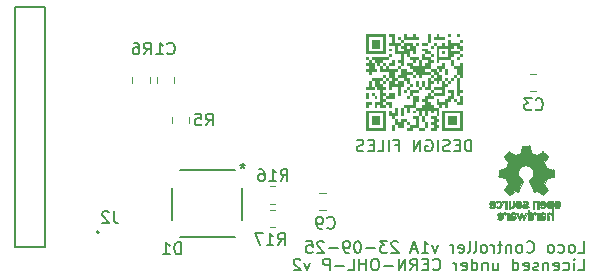
<source format=gbr>
%TF.GenerationSoftware,KiCad,Pcbnew,9.0.5*%
%TF.CreationDate,2025-10-19T11:10:53+01:00*%
%TF.ProjectId,loco-decoder-v1a,6c6f636f-2d64-4656-936f-6465722d7631,rev?*%
%TF.SameCoordinates,Original*%
%TF.FileFunction,Legend,Bot*%
%TF.FilePolarity,Positive*%
%FSLAX46Y46*%
G04 Gerber Fmt 4.6, Leading zero omitted, Abs format (unit mm)*
G04 Created by KiCad (PCBNEW 9.0.5) date 2025-10-19 11:10:53*
%MOMM*%
%LPD*%
G01*
G04 APERTURE LIST*
%ADD10C,0.150000*%
%ADD11C,0.012700*%
%ADD12C,0.000000*%
%ADD13C,0.120000*%
%ADD14C,0.152400*%
%ADD15C,0.127000*%
%ADD16C,0.200000*%
G04 APERTURE END LIST*
D10*
X123562030Y-81869819D02*
X124038220Y-81869819D01*
X124038220Y-81869819D02*
X124038220Y-80869819D01*
X123085839Y-81869819D02*
X123181077Y-81822200D01*
X123181077Y-81822200D02*
X123228696Y-81774580D01*
X123228696Y-81774580D02*
X123276315Y-81679342D01*
X123276315Y-81679342D02*
X123276315Y-81393628D01*
X123276315Y-81393628D02*
X123228696Y-81298390D01*
X123228696Y-81298390D02*
X123181077Y-81250771D01*
X123181077Y-81250771D02*
X123085839Y-81203152D01*
X123085839Y-81203152D02*
X122942982Y-81203152D01*
X122942982Y-81203152D02*
X122847744Y-81250771D01*
X122847744Y-81250771D02*
X122800125Y-81298390D01*
X122800125Y-81298390D02*
X122752506Y-81393628D01*
X122752506Y-81393628D02*
X122752506Y-81679342D01*
X122752506Y-81679342D02*
X122800125Y-81774580D01*
X122800125Y-81774580D02*
X122847744Y-81822200D01*
X122847744Y-81822200D02*
X122942982Y-81869819D01*
X122942982Y-81869819D02*
X123085839Y-81869819D01*
X121895363Y-81822200D02*
X121990601Y-81869819D01*
X121990601Y-81869819D02*
X122181077Y-81869819D01*
X122181077Y-81869819D02*
X122276315Y-81822200D01*
X122276315Y-81822200D02*
X122323934Y-81774580D01*
X122323934Y-81774580D02*
X122371553Y-81679342D01*
X122371553Y-81679342D02*
X122371553Y-81393628D01*
X122371553Y-81393628D02*
X122323934Y-81298390D01*
X122323934Y-81298390D02*
X122276315Y-81250771D01*
X122276315Y-81250771D02*
X122181077Y-81203152D01*
X122181077Y-81203152D02*
X121990601Y-81203152D01*
X121990601Y-81203152D02*
X121895363Y-81250771D01*
X121323934Y-81869819D02*
X121419172Y-81822200D01*
X121419172Y-81822200D02*
X121466791Y-81774580D01*
X121466791Y-81774580D02*
X121514410Y-81679342D01*
X121514410Y-81679342D02*
X121514410Y-81393628D01*
X121514410Y-81393628D02*
X121466791Y-81298390D01*
X121466791Y-81298390D02*
X121419172Y-81250771D01*
X121419172Y-81250771D02*
X121323934Y-81203152D01*
X121323934Y-81203152D02*
X121181077Y-81203152D01*
X121181077Y-81203152D02*
X121085839Y-81250771D01*
X121085839Y-81250771D02*
X121038220Y-81298390D01*
X121038220Y-81298390D02*
X120990601Y-81393628D01*
X120990601Y-81393628D02*
X120990601Y-81679342D01*
X120990601Y-81679342D02*
X121038220Y-81774580D01*
X121038220Y-81774580D02*
X121085839Y-81822200D01*
X121085839Y-81822200D02*
X121181077Y-81869819D01*
X121181077Y-81869819D02*
X121323934Y-81869819D01*
X119228696Y-81774580D02*
X119276315Y-81822200D01*
X119276315Y-81822200D02*
X119419172Y-81869819D01*
X119419172Y-81869819D02*
X119514410Y-81869819D01*
X119514410Y-81869819D02*
X119657267Y-81822200D01*
X119657267Y-81822200D02*
X119752505Y-81726961D01*
X119752505Y-81726961D02*
X119800124Y-81631723D01*
X119800124Y-81631723D02*
X119847743Y-81441247D01*
X119847743Y-81441247D02*
X119847743Y-81298390D01*
X119847743Y-81298390D02*
X119800124Y-81107914D01*
X119800124Y-81107914D02*
X119752505Y-81012676D01*
X119752505Y-81012676D02*
X119657267Y-80917438D01*
X119657267Y-80917438D02*
X119514410Y-80869819D01*
X119514410Y-80869819D02*
X119419172Y-80869819D01*
X119419172Y-80869819D02*
X119276315Y-80917438D01*
X119276315Y-80917438D02*
X119228696Y-80965057D01*
X118657267Y-81869819D02*
X118752505Y-81822200D01*
X118752505Y-81822200D02*
X118800124Y-81774580D01*
X118800124Y-81774580D02*
X118847743Y-81679342D01*
X118847743Y-81679342D02*
X118847743Y-81393628D01*
X118847743Y-81393628D02*
X118800124Y-81298390D01*
X118800124Y-81298390D02*
X118752505Y-81250771D01*
X118752505Y-81250771D02*
X118657267Y-81203152D01*
X118657267Y-81203152D02*
X118514410Y-81203152D01*
X118514410Y-81203152D02*
X118419172Y-81250771D01*
X118419172Y-81250771D02*
X118371553Y-81298390D01*
X118371553Y-81298390D02*
X118323934Y-81393628D01*
X118323934Y-81393628D02*
X118323934Y-81679342D01*
X118323934Y-81679342D02*
X118371553Y-81774580D01*
X118371553Y-81774580D02*
X118419172Y-81822200D01*
X118419172Y-81822200D02*
X118514410Y-81869819D01*
X118514410Y-81869819D02*
X118657267Y-81869819D01*
X117895362Y-81203152D02*
X117895362Y-81869819D01*
X117895362Y-81298390D02*
X117847743Y-81250771D01*
X117847743Y-81250771D02*
X117752505Y-81203152D01*
X117752505Y-81203152D02*
X117609648Y-81203152D01*
X117609648Y-81203152D02*
X117514410Y-81250771D01*
X117514410Y-81250771D02*
X117466791Y-81346009D01*
X117466791Y-81346009D02*
X117466791Y-81869819D01*
X117133457Y-81203152D02*
X116752505Y-81203152D01*
X116990600Y-80869819D02*
X116990600Y-81726961D01*
X116990600Y-81726961D02*
X116942981Y-81822200D01*
X116942981Y-81822200D02*
X116847743Y-81869819D01*
X116847743Y-81869819D02*
X116752505Y-81869819D01*
X116419171Y-81869819D02*
X116419171Y-81203152D01*
X116419171Y-81393628D02*
X116371552Y-81298390D01*
X116371552Y-81298390D02*
X116323933Y-81250771D01*
X116323933Y-81250771D02*
X116228695Y-81203152D01*
X116228695Y-81203152D02*
X116133457Y-81203152D01*
X115657266Y-81869819D02*
X115752504Y-81822200D01*
X115752504Y-81822200D02*
X115800123Y-81774580D01*
X115800123Y-81774580D02*
X115847742Y-81679342D01*
X115847742Y-81679342D02*
X115847742Y-81393628D01*
X115847742Y-81393628D02*
X115800123Y-81298390D01*
X115800123Y-81298390D02*
X115752504Y-81250771D01*
X115752504Y-81250771D02*
X115657266Y-81203152D01*
X115657266Y-81203152D02*
X115514409Y-81203152D01*
X115514409Y-81203152D02*
X115419171Y-81250771D01*
X115419171Y-81250771D02*
X115371552Y-81298390D01*
X115371552Y-81298390D02*
X115323933Y-81393628D01*
X115323933Y-81393628D02*
X115323933Y-81679342D01*
X115323933Y-81679342D02*
X115371552Y-81774580D01*
X115371552Y-81774580D02*
X115419171Y-81822200D01*
X115419171Y-81822200D02*
X115514409Y-81869819D01*
X115514409Y-81869819D02*
X115657266Y-81869819D01*
X114752504Y-81869819D02*
X114847742Y-81822200D01*
X114847742Y-81822200D02*
X114895361Y-81726961D01*
X114895361Y-81726961D02*
X114895361Y-80869819D01*
X114228694Y-81869819D02*
X114323932Y-81822200D01*
X114323932Y-81822200D02*
X114371551Y-81726961D01*
X114371551Y-81726961D02*
X114371551Y-80869819D01*
X113466789Y-81822200D02*
X113562027Y-81869819D01*
X113562027Y-81869819D02*
X113752503Y-81869819D01*
X113752503Y-81869819D02*
X113847741Y-81822200D01*
X113847741Y-81822200D02*
X113895360Y-81726961D01*
X113895360Y-81726961D02*
X113895360Y-81346009D01*
X113895360Y-81346009D02*
X113847741Y-81250771D01*
X113847741Y-81250771D02*
X113752503Y-81203152D01*
X113752503Y-81203152D02*
X113562027Y-81203152D01*
X113562027Y-81203152D02*
X113466789Y-81250771D01*
X113466789Y-81250771D02*
X113419170Y-81346009D01*
X113419170Y-81346009D02*
X113419170Y-81441247D01*
X113419170Y-81441247D02*
X113895360Y-81536485D01*
X112990598Y-81869819D02*
X112990598Y-81203152D01*
X112990598Y-81393628D02*
X112942979Y-81298390D01*
X112942979Y-81298390D02*
X112895360Y-81250771D01*
X112895360Y-81250771D02*
X112800122Y-81203152D01*
X112800122Y-81203152D02*
X112704884Y-81203152D01*
X111704883Y-81203152D02*
X111466788Y-81869819D01*
X111466788Y-81869819D02*
X111228693Y-81203152D01*
X110323931Y-81869819D02*
X110895359Y-81869819D01*
X110609645Y-81869819D02*
X110609645Y-80869819D01*
X110609645Y-80869819D02*
X110704883Y-81012676D01*
X110704883Y-81012676D02*
X110800121Y-81107914D01*
X110800121Y-81107914D02*
X110895359Y-81155533D01*
X109942978Y-81584104D02*
X109466788Y-81584104D01*
X110038216Y-81869819D02*
X109704883Y-80869819D01*
X109704883Y-80869819D02*
X109371550Y-81869819D01*
X108323930Y-80965057D02*
X108276311Y-80917438D01*
X108276311Y-80917438D02*
X108181073Y-80869819D01*
X108181073Y-80869819D02*
X107942978Y-80869819D01*
X107942978Y-80869819D02*
X107847740Y-80917438D01*
X107847740Y-80917438D02*
X107800121Y-80965057D01*
X107800121Y-80965057D02*
X107752502Y-81060295D01*
X107752502Y-81060295D02*
X107752502Y-81155533D01*
X107752502Y-81155533D02*
X107800121Y-81298390D01*
X107800121Y-81298390D02*
X108371549Y-81869819D01*
X108371549Y-81869819D02*
X107752502Y-81869819D01*
X107419168Y-80869819D02*
X106800121Y-80869819D01*
X106800121Y-80869819D02*
X107133454Y-81250771D01*
X107133454Y-81250771D02*
X106990597Y-81250771D01*
X106990597Y-81250771D02*
X106895359Y-81298390D01*
X106895359Y-81298390D02*
X106847740Y-81346009D01*
X106847740Y-81346009D02*
X106800121Y-81441247D01*
X106800121Y-81441247D02*
X106800121Y-81679342D01*
X106800121Y-81679342D02*
X106847740Y-81774580D01*
X106847740Y-81774580D02*
X106895359Y-81822200D01*
X106895359Y-81822200D02*
X106990597Y-81869819D01*
X106990597Y-81869819D02*
X107276311Y-81869819D01*
X107276311Y-81869819D02*
X107371549Y-81822200D01*
X107371549Y-81822200D02*
X107419168Y-81774580D01*
X106371549Y-81488866D02*
X105609645Y-81488866D01*
X104942978Y-80869819D02*
X104847740Y-80869819D01*
X104847740Y-80869819D02*
X104752502Y-80917438D01*
X104752502Y-80917438D02*
X104704883Y-80965057D01*
X104704883Y-80965057D02*
X104657264Y-81060295D01*
X104657264Y-81060295D02*
X104609645Y-81250771D01*
X104609645Y-81250771D02*
X104609645Y-81488866D01*
X104609645Y-81488866D02*
X104657264Y-81679342D01*
X104657264Y-81679342D02*
X104704883Y-81774580D01*
X104704883Y-81774580D02*
X104752502Y-81822200D01*
X104752502Y-81822200D02*
X104847740Y-81869819D01*
X104847740Y-81869819D02*
X104942978Y-81869819D01*
X104942978Y-81869819D02*
X105038216Y-81822200D01*
X105038216Y-81822200D02*
X105085835Y-81774580D01*
X105085835Y-81774580D02*
X105133454Y-81679342D01*
X105133454Y-81679342D02*
X105181073Y-81488866D01*
X105181073Y-81488866D02*
X105181073Y-81250771D01*
X105181073Y-81250771D02*
X105133454Y-81060295D01*
X105133454Y-81060295D02*
X105085835Y-80965057D01*
X105085835Y-80965057D02*
X105038216Y-80917438D01*
X105038216Y-80917438D02*
X104942978Y-80869819D01*
X104133454Y-81869819D02*
X103942978Y-81869819D01*
X103942978Y-81869819D02*
X103847740Y-81822200D01*
X103847740Y-81822200D02*
X103800121Y-81774580D01*
X103800121Y-81774580D02*
X103704883Y-81631723D01*
X103704883Y-81631723D02*
X103657264Y-81441247D01*
X103657264Y-81441247D02*
X103657264Y-81060295D01*
X103657264Y-81060295D02*
X103704883Y-80965057D01*
X103704883Y-80965057D02*
X103752502Y-80917438D01*
X103752502Y-80917438D02*
X103847740Y-80869819D01*
X103847740Y-80869819D02*
X104038216Y-80869819D01*
X104038216Y-80869819D02*
X104133454Y-80917438D01*
X104133454Y-80917438D02*
X104181073Y-80965057D01*
X104181073Y-80965057D02*
X104228692Y-81060295D01*
X104228692Y-81060295D02*
X104228692Y-81298390D01*
X104228692Y-81298390D02*
X104181073Y-81393628D01*
X104181073Y-81393628D02*
X104133454Y-81441247D01*
X104133454Y-81441247D02*
X104038216Y-81488866D01*
X104038216Y-81488866D02*
X103847740Y-81488866D01*
X103847740Y-81488866D02*
X103752502Y-81441247D01*
X103752502Y-81441247D02*
X103704883Y-81393628D01*
X103704883Y-81393628D02*
X103657264Y-81298390D01*
X103228692Y-81488866D02*
X102466788Y-81488866D01*
X102038216Y-80965057D02*
X101990597Y-80917438D01*
X101990597Y-80917438D02*
X101895359Y-80869819D01*
X101895359Y-80869819D02*
X101657264Y-80869819D01*
X101657264Y-80869819D02*
X101562026Y-80917438D01*
X101562026Y-80917438D02*
X101514407Y-80965057D01*
X101514407Y-80965057D02*
X101466788Y-81060295D01*
X101466788Y-81060295D02*
X101466788Y-81155533D01*
X101466788Y-81155533D02*
X101514407Y-81298390D01*
X101514407Y-81298390D02*
X102085835Y-81869819D01*
X102085835Y-81869819D02*
X101466788Y-81869819D01*
X100562026Y-80869819D02*
X101038216Y-80869819D01*
X101038216Y-80869819D02*
X101085835Y-81346009D01*
X101085835Y-81346009D02*
X101038216Y-81298390D01*
X101038216Y-81298390D02*
X100942978Y-81250771D01*
X100942978Y-81250771D02*
X100704883Y-81250771D01*
X100704883Y-81250771D02*
X100609645Y-81298390D01*
X100609645Y-81298390D02*
X100562026Y-81346009D01*
X100562026Y-81346009D02*
X100514407Y-81441247D01*
X100514407Y-81441247D02*
X100514407Y-81679342D01*
X100514407Y-81679342D02*
X100562026Y-81774580D01*
X100562026Y-81774580D02*
X100609645Y-81822200D01*
X100609645Y-81822200D02*
X100704883Y-81869819D01*
X100704883Y-81869819D02*
X100942978Y-81869819D01*
X100942978Y-81869819D02*
X101038216Y-81822200D01*
X101038216Y-81822200D02*
X101085835Y-81774580D01*
X123562030Y-83369819D02*
X124038220Y-83369819D01*
X124038220Y-83369819D02*
X124038220Y-82369819D01*
X123228696Y-83369819D02*
X123228696Y-82703152D01*
X123228696Y-82369819D02*
X123276315Y-82417438D01*
X123276315Y-82417438D02*
X123228696Y-82465057D01*
X123228696Y-82465057D02*
X123181077Y-82417438D01*
X123181077Y-82417438D02*
X123228696Y-82369819D01*
X123228696Y-82369819D02*
X123228696Y-82465057D01*
X122323935Y-83322200D02*
X122419173Y-83369819D01*
X122419173Y-83369819D02*
X122609649Y-83369819D01*
X122609649Y-83369819D02*
X122704887Y-83322200D01*
X122704887Y-83322200D02*
X122752506Y-83274580D01*
X122752506Y-83274580D02*
X122800125Y-83179342D01*
X122800125Y-83179342D02*
X122800125Y-82893628D01*
X122800125Y-82893628D02*
X122752506Y-82798390D01*
X122752506Y-82798390D02*
X122704887Y-82750771D01*
X122704887Y-82750771D02*
X122609649Y-82703152D01*
X122609649Y-82703152D02*
X122419173Y-82703152D01*
X122419173Y-82703152D02*
X122323935Y-82750771D01*
X121514411Y-83322200D02*
X121609649Y-83369819D01*
X121609649Y-83369819D02*
X121800125Y-83369819D01*
X121800125Y-83369819D02*
X121895363Y-83322200D01*
X121895363Y-83322200D02*
X121942982Y-83226961D01*
X121942982Y-83226961D02*
X121942982Y-82846009D01*
X121942982Y-82846009D02*
X121895363Y-82750771D01*
X121895363Y-82750771D02*
X121800125Y-82703152D01*
X121800125Y-82703152D02*
X121609649Y-82703152D01*
X121609649Y-82703152D02*
X121514411Y-82750771D01*
X121514411Y-82750771D02*
X121466792Y-82846009D01*
X121466792Y-82846009D02*
X121466792Y-82941247D01*
X121466792Y-82941247D02*
X121942982Y-83036485D01*
X121038220Y-82703152D02*
X121038220Y-83369819D01*
X121038220Y-82798390D02*
X120990601Y-82750771D01*
X120990601Y-82750771D02*
X120895363Y-82703152D01*
X120895363Y-82703152D02*
X120752506Y-82703152D01*
X120752506Y-82703152D02*
X120657268Y-82750771D01*
X120657268Y-82750771D02*
X120609649Y-82846009D01*
X120609649Y-82846009D02*
X120609649Y-83369819D01*
X120181077Y-83322200D02*
X120085839Y-83369819D01*
X120085839Y-83369819D02*
X119895363Y-83369819D01*
X119895363Y-83369819D02*
X119800125Y-83322200D01*
X119800125Y-83322200D02*
X119752506Y-83226961D01*
X119752506Y-83226961D02*
X119752506Y-83179342D01*
X119752506Y-83179342D02*
X119800125Y-83084104D01*
X119800125Y-83084104D02*
X119895363Y-83036485D01*
X119895363Y-83036485D02*
X120038220Y-83036485D01*
X120038220Y-83036485D02*
X120133458Y-82988866D01*
X120133458Y-82988866D02*
X120181077Y-82893628D01*
X120181077Y-82893628D02*
X120181077Y-82846009D01*
X120181077Y-82846009D02*
X120133458Y-82750771D01*
X120133458Y-82750771D02*
X120038220Y-82703152D01*
X120038220Y-82703152D02*
X119895363Y-82703152D01*
X119895363Y-82703152D02*
X119800125Y-82750771D01*
X118942982Y-83322200D02*
X119038220Y-83369819D01*
X119038220Y-83369819D02*
X119228696Y-83369819D01*
X119228696Y-83369819D02*
X119323934Y-83322200D01*
X119323934Y-83322200D02*
X119371553Y-83226961D01*
X119371553Y-83226961D02*
X119371553Y-82846009D01*
X119371553Y-82846009D02*
X119323934Y-82750771D01*
X119323934Y-82750771D02*
X119228696Y-82703152D01*
X119228696Y-82703152D02*
X119038220Y-82703152D01*
X119038220Y-82703152D02*
X118942982Y-82750771D01*
X118942982Y-82750771D02*
X118895363Y-82846009D01*
X118895363Y-82846009D02*
X118895363Y-82941247D01*
X118895363Y-82941247D02*
X119371553Y-83036485D01*
X118038220Y-83369819D02*
X118038220Y-82369819D01*
X118038220Y-83322200D02*
X118133458Y-83369819D01*
X118133458Y-83369819D02*
X118323934Y-83369819D01*
X118323934Y-83369819D02*
X118419172Y-83322200D01*
X118419172Y-83322200D02*
X118466791Y-83274580D01*
X118466791Y-83274580D02*
X118514410Y-83179342D01*
X118514410Y-83179342D02*
X118514410Y-82893628D01*
X118514410Y-82893628D02*
X118466791Y-82798390D01*
X118466791Y-82798390D02*
X118419172Y-82750771D01*
X118419172Y-82750771D02*
X118323934Y-82703152D01*
X118323934Y-82703152D02*
X118133458Y-82703152D01*
X118133458Y-82703152D02*
X118038220Y-82750771D01*
X116371553Y-82703152D02*
X116371553Y-83369819D01*
X116800124Y-82703152D02*
X116800124Y-83226961D01*
X116800124Y-83226961D02*
X116752505Y-83322200D01*
X116752505Y-83322200D02*
X116657267Y-83369819D01*
X116657267Y-83369819D02*
X116514410Y-83369819D01*
X116514410Y-83369819D02*
X116419172Y-83322200D01*
X116419172Y-83322200D02*
X116371553Y-83274580D01*
X115895362Y-82703152D02*
X115895362Y-83369819D01*
X115895362Y-82798390D02*
X115847743Y-82750771D01*
X115847743Y-82750771D02*
X115752505Y-82703152D01*
X115752505Y-82703152D02*
X115609648Y-82703152D01*
X115609648Y-82703152D02*
X115514410Y-82750771D01*
X115514410Y-82750771D02*
X115466791Y-82846009D01*
X115466791Y-82846009D02*
X115466791Y-83369819D01*
X114562029Y-83369819D02*
X114562029Y-82369819D01*
X114562029Y-83322200D02*
X114657267Y-83369819D01*
X114657267Y-83369819D02*
X114847743Y-83369819D01*
X114847743Y-83369819D02*
X114942981Y-83322200D01*
X114942981Y-83322200D02*
X114990600Y-83274580D01*
X114990600Y-83274580D02*
X115038219Y-83179342D01*
X115038219Y-83179342D02*
X115038219Y-82893628D01*
X115038219Y-82893628D02*
X114990600Y-82798390D01*
X114990600Y-82798390D02*
X114942981Y-82750771D01*
X114942981Y-82750771D02*
X114847743Y-82703152D01*
X114847743Y-82703152D02*
X114657267Y-82703152D01*
X114657267Y-82703152D02*
X114562029Y-82750771D01*
X113704886Y-83322200D02*
X113800124Y-83369819D01*
X113800124Y-83369819D02*
X113990600Y-83369819D01*
X113990600Y-83369819D02*
X114085838Y-83322200D01*
X114085838Y-83322200D02*
X114133457Y-83226961D01*
X114133457Y-83226961D02*
X114133457Y-82846009D01*
X114133457Y-82846009D02*
X114085838Y-82750771D01*
X114085838Y-82750771D02*
X113990600Y-82703152D01*
X113990600Y-82703152D02*
X113800124Y-82703152D01*
X113800124Y-82703152D02*
X113704886Y-82750771D01*
X113704886Y-82750771D02*
X113657267Y-82846009D01*
X113657267Y-82846009D02*
X113657267Y-82941247D01*
X113657267Y-82941247D02*
X114133457Y-83036485D01*
X113228695Y-83369819D02*
X113228695Y-82703152D01*
X113228695Y-82893628D02*
X113181076Y-82798390D01*
X113181076Y-82798390D02*
X113133457Y-82750771D01*
X113133457Y-82750771D02*
X113038219Y-82703152D01*
X113038219Y-82703152D02*
X112942981Y-82703152D01*
X111276314Y-83274580D02*
X111323933Y-83322200D01*
X111323933Y-83322200D02*
X111466790Y-83369819D01*
X111466790Y-83369819D02*
X111562028Y-83369819D01*
X111562028Y-83369819D02*
X111704885Y-83322200D01*
X111704885Y-83322200D02*
X111800123Y-83226961D01*
X111800123Y-83226961D02*
X111847742Y-83131723D01*
X111847742Y-83131723D02*
X111895361Y-82941247D01*
X111895361Y-82941247D02*
X111895361Y-82798390D01*
X111895361Y-82798390D02*
X111847742Y-82607914D01*
X111847742Y-82607914D02*
X111800123Y-82512676D01*
X111800123Y-82512676D02*
X111704885Y-82417438D01*
X111704885Y-82417438D02*
X111562028Y-82369819D01*
X111562028Y-82369819D02*
X111466790Y-82369819D01*
X111466790Y-82369819D02*
X111323933Y-82417438D01*
X111323933Y-82417438D02*
X111276314Y-82465057D01*
X110847742Y-82846009D02*
X110514409Y-82846009D01*
X110371552Y-83369819D02*
X110847742Y-83369819D01*
X110847742Y-83369819D02*
X110847742Y-82369819D01*
X110847742Y-82369819D02*
X110371552Y-82369819D01*
X109371552Y-83369819D02*
X109704885Y-82893628D01*
X109942980Y-83369819D02*
X109942980Y-82369819D01*
X109942980Y-82369819D02*
X109562028Y-82369819D01*
X109562028Y-82369819D02*
X109466790Y-82417438D01*
X109466790Y-82417438D02*
X109419171Y-82465057D01*
X109419171Y-82465057D02*
X109371552Y-82560295D01*
X109371552Y-82560295D02*
X109371552Y-82703152D01*
X109371552Y-82703152D02*
X109419171Y-82798390D01*
X109419171Y-82798390D02*
X109466790Y-82846009D01*
X109466790Y-82846009D02*
X109562028Y-82893628D01*
X109562028Y-82893628D02*
X109942980Y-82893628D01*
X108942980Y-83369819D02*
X108942980Y-82369819D01*
X108942980Y-82369819D02*
X108371552Y-83369819D01*
X108371552Y-83369819D02*
X108371552Y-82369819D01*
X107895361Y-82988866D02*
X107133457Y-82988866D01*
X106466790Y-82369819D02*
X106276314Y-82369819D01*
X106276314Y-82369819D02*
X106181076Y-82417438D01*
X106181076Y-82417438D02*
X106085838Y-82512676D01*
X106085838Y-82512676D02*
X106038219Y-82703152D01*
X106038219Y-82703152D02*
X106038219Y-83036485D01*
X106038219Y-83036485D02*
X106085838Y-83226961D01*
X106085838Y-83226961D02*
X106181076Y-83322200D01*
X106181076Y-83322200D02*
X106276314Y-83369819D01*
X106276314Y-83369819D02*
X106466790Y-83369819D01*
X106466790Y-83369819D02*
X106562028Y-83322200D01*
X106562028Y-83322200D02*
X106657266Y-83226961D01*
X106657266Y-83226961D02*
X106704885Y-83036485D01*
X106704885Y-83036485D02*
X106704885Y-82703152D01*
X106704885Y-82703152D02*
X106657266Y-82512676D01*
X106657266Y-82512676D02*
X106562028Y-82417438D01*
X106562028Y-82417438D02*
X106466790Y-82369819D01*
X105609647Y-83369819D02*
X105609647Y-82369819D01*
X105609647Y-82846009D02*
X105038219Y-82846009D01*
X105038219Y-83369819D02*
X105038219Y-82369819D01*
X104085838Y-83369819D02*
X104562028Y-83369819D01*
X104562028Y-83369819D02*
X104562028Y-82369819D01*
X103752504Y-82988866D02*
X102990600Y-82988866D01*
X102514409Y-83369819D02*
X102514409Y-82369819D01*
X102514409Y-82369819D02*
X102133457Y-82369819D01*
X102133457Y-82369819D02*
X102038219Y-82417438D01*
X102038219Y-82417438D02*
X101990600Y-82465057D01*
X101990600Y-82465057D02*
X101942981Y-82560295D01*
X101942981Y-82560295D02*
X101942981Y-82703152D01*
X101942981Y-82703152D02*
X101990600Y-82798390D01*
X101990600Y-82798390D02*
X102038219Y-82846009D01*
X102038219Y-82846009D02*
X102133457Y-82893628D01*
X102133457Y-82893628D02*
X102514409Y-82893628D01*
X100847742Y-82703152D02*
X100609647Y-83369819D01*
X100609647Y-83369819D02*
X100371552Y-82703152D01*
X100038218Y-82465057D02*
X99990599Y-82417438D01*
X99990599Y-82417438D02*
X99895361Y-82369819D01*
X99895361Y-82369819D02*
X99657266Y-82369819D01*
X99657266Y-82369819D02*
X99562028Y-82417438D01*
X99562028Y-82417438D02*
X99514409Y-82465057D01*
X99514409Y-82465057D02*
X99466790Y-82560295D01*
X99466790Y-82560295D02*
X99466790Y-82655533D01*
X99466790Y-82655533D02*
X99514409Y-82798390D01*
X99514409Y-82798390D02*
X100085837Y-83369819D01*
X100085837Y-83369819D02*
X99466790Y-83369819D01*
X114533332Y-73279819D02*
X114533332Y-72279819D01*
X114533332Y-72279819D02*
X114295237Y-72279819D01*
X114295237Y-72279819D02*
X114152380Y-72327438D01*
X114152380Y-72327438D02*
X114057142Y-72422676D01*
X114057142Y-72422676D02*
X114009523Y-72517914D01*
X114009523Y-72517914D02*
X113961904Y-72708390D01*
X113961904Y-72708390D02*
X113961904Y-72851247D01*
X113961904Y-72851247D02*
X114009523Y-73041723D01*
X114009523Y-73041723D02*
X114057142Y-73136961D01*
X114057142Y-73136961D02*
X114152380Y-73232200D01*
X114152380Y-73232200D02*
X114295237Y-73279819D01*
X114295237Y-73279819D02*
X114533332Y-73279819D01*
X113533332Y-72756009D02*
X113199999Y-72756009D01*
X113057142Y-73279819D02*
X113533332Y-73279819D01*
X113533332Y-73279819D02*
X113533332Y-72279819D01*
X113533332Y-72279819D02*
X113057142Y-72279819D01*
X112676189Y-73232200D02*
X112533332Y-73279819D01*
X112533332Y-73279819D02*
X112295237Y-73279819D01*
X112295237Y-73279819D02*
X112199999Y-73232200D01*
X112199999Y-73232200D02*
X112152380Y-73184580D01*
X112152380Y-73184580D02*
X112104761Y-73089342D01*
X112104761Y-73089342D02*
X112104761Y-72994104D01*
X112104761Y-72994104D02*
X112152380Y-72898866D01*
X112152380Y-72898866D02*
X112199999Y-72851247D01*
X112199999Y-72851247D02*
X112295237Y-72803628D01*
X112295237Y-72803628D02*
X112485713Y-72756009D01*
X112485713Y-72756009D02*
X112580951Y-72708390D01*
X112580951Y-72708390D02*
X112628570Y-72660771D01*
X112628570Y-72660771D02*
X112676189Y-72565533D01*
X112676189Y-72565533D02*
X112676189Y-72470295D01*
X112676189Y-72470295D02*
X112628570Y-72375057D01*
X112628570Y-72375057D02*
X112580951Y-72327438D01*
X112580951Y-72327438D02*
X112485713Y-72279819D01*
X112485713Y-72279819D02*
X112247618Y-72279819D01*
X112247618Y-72279819D02*
X112104761Y-72327438D01*
X111676189Y-73279819D02*
X111676189Y-72279819D01*
X110676190Y-72327438D02*
X110771428Y-72279819D01*
X110771428Y-72279819D02*
X110914285Y-72279819D01*
X110914285Y-72279819D02*
X111057142Y-72327438D01*
X111057142Y-72327438D02*
X111152380Y-72422676D01*
X111152380Y-72422676D02*
X111199999Y-72517914D01*
X111199999Y-72517914D02*
X111247618Y-72708390D01*
X111247618Y-72708390D02*
X111247618Y-72851247D01*
X111247618Y-72851247D02*
X111199999Y-73041723D01*
X111199999Y-73041723D02*
X111152380Y-73136961D01*
X111152380Y-73136961D02*
X111057142Y-73232200D01*
X111057142Y-73232200D02*
X110914285Y-73279819D01*
X110914285Y-73279819D02*
X110819047Y-73279819D01*
X110819047Y-73279819D02*
X110676190Y-73232200D01*
X110676190Y-73232200D02*
X110628571Y-73184580D01*
X110628571Y-73184580D02*
X110628571Y-72851247D01*
X110628571Y-72851247D02*
X110819047Y-72851247D01*
X110199999Y-73279819D02*
X110199999Y-72279819D01*
X110199999Y-72279819D02*
X109628571Y-73279819D01*
X109628571Y-73279819D02*
X109628571Y-72279819D01*
X108057142Y-72756009D02*
X108390475Y-72756009D01*
X108390475Y-73279819D02*
X108390475Y-72279819D01*
X108390475Y-72279819D02*
X107914285Y-72279819D01*
X107533332Y-73279819D02*
X107533332Y-72279819D01*
X106580952Y-73279819D02*
X107057142Y-73279819D01*
X107057142Y-73279819D02*
X107057142Y-72279819D01*
X106247618Y-72756009D02*
X105914285Y-72756009D01*
X105771428Y-73279819D02*
X106247618Y-73279819D01*
X106247618Y-73279819D02*
X106247618Y-72279819D01*
X106247618Y-72279819D02*
X105771428Y-72279819D01*
X105390475Y-73232200D02*
X105247618Y-73279819D01*
X105247618Y-73279819D02*
X105009523Y-73279819D01*
X105009523Y-73279819D02*
X104914285Y-73232200D01*
X104914285Y-73232200D02*
X104866666Y-73184580D01*
X104866666Y-73184580D02*
X104819047Y-73089342D01*
X104819047Y-73089342D02*
X104819047Y-72994104D01*
X104819047Y-72994104D02*
X104866666Y-72898866D01*
X104866666Y-72898866D02*
X104914285Y-72851247D01*
X104914285Y-72851247D02*
X105009523Y-72803628D01*
X105009523Y-72803628D02*
X105199999Y-72756009D01*
X105199999Y-72756009D02*
X105295237Y-72708390D01*
X105295237Y-72708390D02*
X105342856Y-72660771D01*
X105342856Y-72660771D02*
X105390475Y-72565533D01*
X105390475Y-72565533D02*
X105390475Y-72470295D01*
X105390475Y-72470295D02*
X105342856Y-72375057D01*
X105342856Y-72375057D02*
X105295237Y-72327438D01*
X105295237Y-72327438D02*
X105199999Y-72279819D01*
X105199999Y-72279819D02*
X104961904Y-72279819D01*
X104961904Y-72279819D02*
X104819047Y-72327438D01*
X102342918Y-79734580D02*
X102390537Y-79782200D01*
X102390537Y-79782200D02*
X102533394Y-79829819D01*
X102533394Y-79829819D02*
X102628632Y-79829819D01*
X102628632Y-79829819D02*
X102771489Y-79782200D01*
X102771489Y-79782200D02*
X102866727Y-79686961D01*
X102866727Y-79686961D02*
X102914346Y-79591723D01*
X102914346Y-79591723D02*
X102961965Y-79401247D01*
X102961965Y-79401247D02*
X102961965Y-79258390D01*
X102961965Y-79258390D02*
X102914346Y-79067914D01*
X102914346Y-79067914D02*
X102866727Y-78972676D01*
X102866727Y-78972676D02*
X102771489Y-78877438D01*
X102771489Y-78877438D02*
X102628632Y-78829819D01*
X102628632Y-78829819D02*
X102533394Y-78829819D01*
X102533394Y-78829819D02*
X102390537Y-78877438D01*
X102390537Y-78877438D02*
X102342918Y-78925057D01*
X101866727Y-79829819D02*
X101676251Y-79829819D01*
X101676251Y-79829819D02*
X101581013Y-79782200D01*
X101581013Y-79782200D02*
X101533394Y-79734580D01*
X101533394Y-79734580D02*
X101438156Y-79591723D01*
X101438156Y-79591723D02*
X101390537Y-79401247D01*
X101390537Y-79401247D02*
X101390537Y-79020295D01*
X101390537Y-79020295D02*
X101438156Y-78925057D01*
X101438156Y-78925057D02*
X101485775Y-78877438D01*
X101485775Y-78877438D02*
X101581013Y-78829819D01*
X101581013Y-78829819D02*
X101771489Y-78829819D01*
X101771489Y-78829819D02*
X101866727Y-78877438D01*
X101866727Y-78877438D02*
X101914346Y-78925057D01*
X101914346Y-78925057D02*
X101961965Y-79020295D01*
X101961965Y-79020295D02*
X101961965Y-79258390D01*
X101961965Y-79258390D02*
X101914346Y-79353628D01*
X101914346Y-79353628D02*
X101866727Y-79401247D01*
X101866727Y-79401247D02*
X101771489Y-79448866D01*
X101771489Y-79448866D02*
X101581013Y-79448866D01*
X101581013Y-79448866D02*
X101485775Y-79401247D01*
X101485775Y-79401247D02*
X101438156Y-79353628D01*
X101438156Y-79353628D02*
X101390537Y-79258390D01*
X119971666Y-69709580D02*
X120019285Y-69757200D01*
X120019285Y-69757200D02*
X120162142Y-69804819D01*
X120162142Y-69804819D02*
X120257380Y-69804819D01*
X120257380Y-69804819D02*
X120400237Y-69757200D01*
X120400237Y-69757200D02*
X120495475Y-69661961D01*
X120495475Y-69661961D02*
X120543094Y-69566723D01*
X120543094Y-69566723D02*
X120590713Y-69376247D01*
X120590713Y-69376247D02*
X120590713Y-69233390D01*
X120590713Y-69233390D02*
X120543094Y-69042914D01*
X120543094Y-69042914D02*
X120495475Y-68947676D01*
X120495475Y-68947676D02*
X120400237Y-68852438D01*
X120400237Y-68852438D02*
X120257380Y-68804819D01*
X120257380Y-68804819D02*
X120162142Y-68804819D01*
X120162142Y-68804819D02*
X120019285Y-68852438D01*
X120019285Y-68852438D02*
X119971666Y-68900057D01*
X119638332Y-68804819D02*
X119019285Y-68804819D01*
X119019285Y-68804819D02*
X119352618Y-69185771D01*
X119352618Y-69185771D02*
X119209761Y-69185771D01*
X119209761Y-69185771D02*
X119114523Y-69233390D01*
X119114523Y-69233390D02*
X119066904Y-69281009D01*
X119066904Y-69281009D02*
X119019285Y-69376247D01*
X119019285Y-69376247D02*
X119019285Y-69614342D01*
X119019285Y-69614342D02*
X119066904Y-69709580D01*
X119066904Y-69709580D02*
X119114523Y-69757200D01*
X119114523Y-69757200D02*
X119209761Y-69804819D01*
X119209761Y-69804819D02*
X119495475Y-69804819D01*
X119495475Y-69804819D02*
X119590713Y-69757200D01*
X119590713Y-69757200D02*
X119638332Y-69709580D01*
X92041666Y-71079819D02*
X92374999Y-70603628D01*
X92613094Y-71079819D02*
X92613094Y-70079819D01*
X92613094Y-70079819D02*
X92232142Y-70079819D01*
X92232142Y-70079819D02*
X92136904Y-70127438D01*
X92136904Y-70127438D02*
X92089285Y-70175057D01*
X92089285Y-70175057D02*
X92041666Y-70270295D01*
X92041666Y-70270295D02*
X92041666Y-70413152D01*
X92041666Y-70413152D02*
X92089285Y-70508390D01*
X92089285Y-70508390D02*
X92136904Y-70556009D01*
X92136904Y-70556009D02*
X92232142Y-70603628D01*
X92232142Y-70603628D02*
X92613094Y-70603628D01*
X91136904Y-70079819D02*
X91613094Y-70079819D01*
X91613094Y-70079819D02*
X91660713Y-70556009D01*
X91660713Y-70556009D02*
X91613094Y-70508390D01*
X91613094Y-70508390D02*
X91517856Y-70460771D01*
X91517856Y-70460771D02*
X91279761Y-70460771D01*
X91279761Y-70460771D02*
X91184523Y-70508390D01*
X91184523Y-70508390D02*
X91136904Y-70556009D01*
X91136904Y-70556009D02*
X91089285Y-70651247D01*
X91089285Y-70651247D02*
X91089285Y-70889342D01*
X91089285Y-70889342D02*
X91136904Y-70984580D01*
X91136904Y-70984580D02*
X91184523Y-71032200D01*
X91184523Y-71032200D02*
X91279761Y-71079819D01*
X91279761Y-71079819D02*
X91517856Y-71079819D01*
X91517856Y-71079819D02*
X91613094Y-71032200D01*
X91613094Y-71032200D02*
X91660713Y-70984580D01*
X89933094Y-81984819D02*
X89933094Y-80984819D01*
X89933094Y-80984819D02*
X89694999Y-80984819D01*
X89694999Y-80984819D02*
X89552142Y-81032438D01*
X89552142Y-81032438D02*
X89456904Y-81127676D01*
X89456904Y-81127676D02*
X89409285Y-81222914D01*
X89409285Y-81222914D02*
X89361666Y-81413390D01*
X89361666Y-81413390D02*
X89361666Y-81556247D01*
X89361666Y-81556247D02*
X89409285Y-81746723D01*
X89409285Y-81746723D02*
X89456904Y-81841961D01*
X89456904Y-81841961D02*
X89552142Y-81937200D01*
X89552142Y-81937200D02*
X89694999Y-81984819D01*
X89694999Y-81984819D02*
X89933094Y-81984819D01*
X88409285Y-81984819D02*
X88980713Y-81984819D01*
X88694999Y-81984819D02*
X88694999Y-80984819D01*
X88694999Y-80984819D02*
X88790237Y-81127676D01*
X88790237Y-81127676D02*
X88885475Y-81222914D01*
X88885475Y-81222914D02*
X88980713Y-81270533D01*
X95154999Y-74284819D02*
X95154999Y-74522914D01*
X95393094Y-74427676D02*
X95154999Y-74522914D01*
X95154999Y-74522914D02*
X94916904Y-74427676D01*
X95297856Y-74713390D02*
X95154999Y-74522914D01*
X95154999Y-74522914D02*
X95012142Y-74713390D01*
X88791666Y-64984580D02*
X88839285Y-65032200D01*
X88839285Y-65032200D02*
X88982142Y-65079819D01*
X88982142Y-65079819D02*
X89077380Y-65079819D01*
X89077380Y-65079819D02*
X89220237Y-65032200D01*
X89220237Y-65032200D02*
X89315475Y-64936961D01*
X89315475Y-64936961D02*
X89363094Y-64841723D01*
X89363094Y-64841723D02*
X89410713Y-64651247D01*
X89410713Y-64651247D02*
X89410713Y-64508390D01*
X89410713Y-64508390D02*
X89363094Y-64317914D01*
X89363094Y-64317914D02*
X89315475Y-64222676D01*
X89315475Y-64222676D02*
X89220237Y-64127438D01*
X89220237Y-64127438D02*
X89077380Y-64079819D01*
X89077380Y-64079819D02*
X88982142Y-64079819D01*
X88982142Y-64079819D02*
X88839285Y-64127438D01*
X88839285Y-64127438D02*
X88791666Y-64175057D01*
X87839285Y-65079819D02*
X88410713Y-65079819D01*
X88124999Y-65079819D02*
X88124999Y-64079819D01*
X88124999Y-64079819D02*
X88220237Y-64222676D01*
X88220237Y-64222676D02*
X88315475Y-64317914D01*
X88315475Y-64317914D02*
X88410713Y-64365533D01*
X98367857Y-75784819D02*
X98701190Y-75308628D01*
X98939285Y-75784819D02*
X98939285Y-74784819D01*
X98939285Y-74784819D02*
X98558333Y-74784819D01*
X98558333Y-74784819D02*
X98463095Y-74832438D01*
X98463095Y-74832438D02*
X98415476Y-74880057D01*
X98415476Y-74880057D02*
X98367857Y-74975295D01*
X98367857Y-74975295D02*
X98367857Y-75118152D01*
X98367857Y-75118152D02*
X98415476Y-75213390D01*
X98415476Y-75213390D02*
X98463095Y-75261009D01*
X98463095Y-75261009D02*
X98558333Y-75308628D01*
X98558333Y-75308628D02*
X98939285Y-75308628D01*
X97415476Y-75784819D02*
X97986904Y-75784819D01*
X97701190Y-75784819D02*
X97701190Y-74784819D01*
X97701190Y-74784819D02*
X97796428Y-74927676D01*
X97796428Y-74927676D02*
X97891666Y-75022914D01*
X97891666Y-75022914D02*
X97986904Y-75070533D01*
X96558333Y-74784819D02*
X96748809Y-74784819D01*
X96748809Y-74784819D02*
X96844047Y-74832438D01*
X96844047Y-74832438D02*
X96891666Y-74880057D01*
X96891666Y-74880057D02*
X96986904Y-75022914D01*
X96986904Y-75022914D02*
X97034523Y-75213390D01*
X97034523Y-75213390D02*
X97034523Y-75594342D01*
X97034523Y-75594342D02*
X96986904Y-75689580D01*
X96986904Y-75689580D02*
X96939285Y-75737200D01*
X96939285Y-75737200D02*
X96844047Y-75784819D01*
X96844047Y-75784819D02*
X96653571Y-75784819D01*
X96653571Y-75784819D02*
X96558333Y-75737200D01*
X96558333Y-75737200D02*
X96510714Y-75689580D01*
X96510714Y-75689580D02*
X96463095Y-75594342D01*
X96463095Y-75594342D02*
X96463095Y-75356247D01*
X96463095Y-75356247D02*
X96510714Y-75261009D01*
X96510714Y-75261009D02*
X96558333Y-75213390D01*
X96558333Y-75213390D02*
X96653571Y-75165771D01*
X96653571Y-75165771D02*
X96844047Y-75165771D01*
X96844047Y-75165771D02*
X96939285Y-75213390D01*
X96939285Y-75213390D02*
X96986904Y-75261009D01*
X96986904Y-75261009D02*
X97034523Y-75356247D01*
X86791666Y-65079819D02*
X87124999Y-64603628D01*
X87363094Y-65079819D02*
X87363094Y-64079819D01*
X87363094Y-64079819D02*
X86982142Y-64079819D01*
X86982142Y-64079819D02*
X86886904Y-64127438D01*
X86886904Y-64127438D02*
X86839285Y-64175057D01*
X86839285Y-64175057D02*
X86791666Y-64270295D01*
X86791666Y-64270295D02*
X86791666Y-64413152D01*
X86791666Y-64413152D02*
X86839285Y-64508390D01*
X86839285Y-64508390D02*
X86886904Y-64556009D01*
X86886904Y-64556009D02*
X86982142Y-64603628D01*
X86982142Y-64603628D02*
X87363094Y-64603628D01*
X85934523Y-64079819D02*
X86124999Y-64079819D01*
X86124999Y-64079819D02*
X86220237Y-64127438D01*
X86220237Y-64127438D02*
X86267856Y-64175057D01*
X86267856Y-64175057D02*
X86363094Y-64317914D01*
X86363094Y-64317914D02*
X86410713Y-64508390D01*
X86410713Y-64508390D02*
X86410713Y-64889342D01*
X86410713Y-64889342D02*
X86363094Y-64984580D01*
X86363094Y-64984580D02*
X86315475Y-65032200D01*
X86315475Y-65032200D02*
X86220237Y-65079819D01*
X86220237Y-65079819D02*
X86029761Y-65079819D01*
X86029761Y-65079819D02*
X85934523Y-65032200D01*
X85934523Y-65032200D02*
X85886904Y-64984580D01*
X85886904Y-64984580D02*
X85839285Y-64889342D01*
X85839285Y-64889342D02*
X85839285Y-64651247D01*
X85839285Y-64651247D02*
X85886904Y-64556009D01*
X85886904Y-64556009D02*
X85934523Y-64508390D01*
X85934523Y-64508390D02*
X86029761Y-64460771D01*
X86029761Y-64460771D02*
X86220237Y-64460771D01*
X86220237Y-64460771D02*
X86315475Y-64508390D01*
X86315475Y-64508390D02*
X86363094Y-64556009D01*
X86363094Y-64556009D02*
X86410713Y-64651247D01*
X84258333Y-78364819D02*
X84258333Y-79079104D01*
X84258333Y-79079104D02*
X84305952Y-79221961D01*
X84305952Y-79221961D02*
X84401190Y-79317200D01*
X84401190Y-79317200D02*
X84544047Y-79364819D01*
X84544047Y-79364819D02*
X84639285Y-79364819D01*
X83829761Y-78460057D02*
X83782142Y-78412438D01*
X83782142Y-78412438D02*
X83686904Y-78364819D01*
X83686904Y-78364819D02*
X83448809Y-78364819D01*
X83448809Y-78364819D02*
X83353571Y-78412438D01*
X83353571Y-78412438D02*
X83305952Y-78460057D01*
X83305952Y-78460057D02*
X83258333Y-78555295D01*
X83258333Y-78555295D02*
X83258333Y-78650533D01*
X83258333Y-78650533D02*
X83305952Y-78793390D01*
X83305952Y-78793390D02*
X83877380Y-79364819D01*
X83877380Y-79364819D02*
X83258333Y-79364819D01*
X98142857Y-81204819D02*
X98476190Y-80728628D01*
X98714285Y-81204819D02*
X98714285Y-80204819D01*
X98714285Y-80204819D02*
X98333333Y-80204819D01*
X98333333Y-80204819D02*
X98238095Y-80252438D01*
X98238095Y-80252438D02*
X98190476Y-80300057D01*
X98190476Y-80300057D02*
X98142857Y-80395295D01*
X98142857Y-80395295D02*
X98142857Y-80538152D01*
X98142857Y-80538152D02*
X98190476Y-80633390D01*
X98190476Y-80633390D02*
X98238095Y-80681009D01*
X98238095Y-80681009D02*
X98333333Y-80728628D01*
X98333333Y-80728628D02*
X98714285Y-80728628D01*
X97190476Y-81204819D02*
X97761904Y-81204819D01*
X97476190Y-81204819D02*
X97476190Y-80204819D01*
X97476190Y-80204819D02*
X97571428Y-80347676D01*
X97571428Y-80347676D02*
X97666666Y-80442914D01*
X97666666Y-80442914D02*
X97761904Y-80490533D01*
X96857142Y-80204819D02*
X96190476Y-80204819D01*
X96190476Y-80204819D02*
X96619047Y-81204819D01*
D11*
%TO.C,REF\u002A\u002A*%
X116070633Y-77866424D02*
X116070633Y-77763712D01*
X116173056Y-77959668D02*
X116082678Y-78036845D01*
X116457079Y-77763712D02*
X116195146Y-77763712D01*
X116457079Y-77866424D02*
X116070633Y-77866424D01*
X116710642Y-77691413D02*
X116618539Y-77609356D01*
X116710642Y-77947046D02*
X116618539Y-78029672D01*
X116749933Y-78854093D02*
X116749933Y-78751380D01*
X116843301Y-75428552D02*
X116843301Y-74860469D01*
X116852356Y-78947336D02*
X116761978Y-79024514D01*
X116867619Y-74831012D02*
X117424987Y-74723481D01*
X116867619Y-75458009D02*
X117424987Y-75565540D01*
X117136379Y-78751380D02*
X116874446Y-78751380D01*
X117136379Y-78854093D02*
X116749933Y-78854093D01*
X117201111Y-77657270D02*
X117111027Y-77549679D01*
X117319450Y-73740199D02*
X117637531Y-74210353D01*
X117319450Y-76548822D02*
X117637531Y-76078668D01*
X117323082Y-73702175D02*
X117724778Y-73300480D01*
X117323082Y-76586846D02*
X117724778Y-76988542D01*
X117359238Y-78644939D02*
X117269155Y-78537347D01*
X117404527Y-77575216D02*
X117402230Y-77575216D01*
X117404527Y-77575216D02*
X117404527Y-77508939D01*
X117404527Y-78129517D02*
X117404527Y-77756541D01*
X117447019Y-74705506D02*
X117640399Y-74238644D01*
X117447019Y-75583515D02*
X117640399Y-76050377D01*
X117529332Y-77508939D02*
X117404527Y-77508939D01*
X117529332Y-78129517D02*
X117404527Y-78129517D01*
X117529332Y-78129517D02*
X117529332Y-77508939D01*
X117562652Y-78562885D02*
X117560358Y-78562885D01*
X117562652Y-78562885D02*
X117562652Y-78496608D01*
X117562652Y-79117186D02*
X117562652Y-78744208D01*
X117671029Y-78129517D02*
X117671029Y-77508939D01*
X117687460Y-78496608D02*
X117562652Y-78496608D01*
X117687460Y-79117186D02*
X117562652Y-79117186D01*
X117687460Y-79117186D02*
X117687460Y-78496608D01*
X117762802Y-73296847D02*
X118232956Y-73614929D01*
X117762802Y-76992176D02*
X118232956Y-76674095D01*
X117795836Y-77508939D02*
X117671029Y-77508939D01*
X117795836Y-77879048D02*
X117795836Y-77508939D01*
X117795836Y-78129517D02*
X117671029Y-78129517D01*
X117795836Y-78129517D02*
X117795836Y-78063815D01*
X117798407Y-78063815D02*
X117795836Y-78063815D01*
X117834254Y-79119480D02*
X117834254Y-78694573D01*
X117955039Y-78753103D02*
X117955039Y-78687400D01*
X117955039Y-78901431D02*
X117955039Y-78855815D01*
X117955039Y-79119480D02*
X117834254Y-79119480D01*
X117955039Y-79119480D02*
X117955039Y-79064682D01*
X117957627Y-79064682D02*
X117955039Y-79064682D01*
X118041703Y-77879048D02*
X118041703Y-77508939D01*
X118100502Y-78855815D02*
X117955039Y-78855815D01*
X118123161Y-78753103D02*
X117955039Y-78753103D01*
X118166509Y-77508939D02*
X118041703Y-77508939D01*
X118166509Y-77921509D02*
X118166509Y-77508939D01*
X118261246Y-73617797D02*
X118728108Y-73424416D01*
X118261246Y-76671225D02*
X118475025Y-76759774D01*
X118288713Y-78580385D02*
X118193176Y-78655554D01*
X118475045Y-78496608D02*
X118342785Y-78496608D01*
X118514281Y-76743399D02*
X118907859Y-75779466D01*
X118541314Y-79117186D02*
X118342785Y-78496608D01*
X118593811Y-78931268D02*
X118475045Y-78496608D01*
X118596399Y-78931268D02*
X118593811Y-78931268D01*
X118651192Y-79117186D02*
X118541314Y-79117186D01*
X118736703Y-78496608D02*
X118596399Y-78931268D01*
X118746084Y-73402384D02*
X118853615Y-72845017D01*
X118781158Y-78683098D02*
X118651192Y-79117186D01*
X118783472Y-78683098D02*
X118781158Y-78683098D01*
X118827651Y-78496608D02*
X118736703Y-78496608D01*
X118883071Y-72820699D02*
X119451155Y-72820699D01*
X118913144Y-79117186D02*
X118783472Y-78683098D01*
X118960835Y-77677065D02*
X118883660Y-77586117D01*
X118968229Y-78931268D02*
X118827651Y-78496608D01*
X118970526Y-78931268D02*
X118968229Y-78931268D01*
X119023317Y-79117186D02*
X118913144Y-79117186D01*
X119089585Y-78496608D02*
X118970526Y-78931268D01*
X119151341Y-77752810D02*
X119048623Y-77759980D01*
X119179453Y-77868718D02*
X119069573Y-77879048D01*
X119221572Y-78496608D02*
X119023317Y-79117186D01*
X119221572Y-78496608D02*
X119089585Y-78496608D01*
X119296725Y-79117186D02*
X119296725Y-78246139D01*
X119398932Y-78026231D02*
X119311714Y-77939871D01*
X119421533Y-78246139D02*
X119296725Y-78246139D01*
X119421533Y-78562885D02*
X119421533Y-78246139D01*
X119421533Y-79117186D02*
X119296725Y-79117186D01*
X119421533Y-79117186D02*
X119421533Y-79052632D01*
X119426367Y-75779466D02*
X119819945Y-76743399D01*
X119480611Y-72845017D02*
X119588142Y-73402384D01*
X119606118Y-73424416D02*
X120072980Y-73617797D01*
X119744494Y-78129517D02*
X119744494Y-77716945D01*
X119859201Y-76759774D02*
X120072980Y-76671225D01*
X119869302Y-78129517D02*
X119744494Y-78129517D01*
X119869302Y-78129517D02*
X119869302Y-77759980D01*
X119890290Y-78644939D02*
X119800204Y-78537347D01*
X120093703Y-78562885D02*
X120091407Y-78562885D01*
X120093703Y-78562885D02*
X120093703Y-78496608D01*
X120093703Y-79117186D02*
X120093703Y-78744208D01*
X120101270Y-73614929D02*
X120571424Y-73296847D01*
X120101270Y-76674095D02*
X120571424Y-76992176D01*
X120115169Y-77575216D02*
X120112873Y-77575216D01*
X120115169Y-77575216D02*
X120115169Y-77508939D01*
X120115169Y-78129517D02*
X120115169Y-77759980D01*
X120218509Y-78496608D02*
X120093703Y-78496608D01*
X120218509Y-79117186D02*
X120093703Y-79117186D01*
X120218509Y-79117186D02*
X120218509Y-78496608D01*
X120239974Y-77508939D02*
X120115169Y-77508939D01*
X120239974Y-78129517D02*
X120115169Y-78129517D01*
X120239974Y-78129517D02*
X120239974Y-77508939D01*
X120349105Y-77866424D02*
X120349105Y-77763712D01*
X120363370Y-79119480D02*
X120363370Y-78694573D01*
X120451533Y-77959668D02*
X120361158Y-78036845D01*
X120484157Y-78753103D02*
X120484157Y-78687400D01*
X120484157Y-78901431D02*
X120484157Y-78855815D01*
X120484157Y-79119480D02*
X120363370Y-79119480D01*
X120484157Y-79119480D02*
X120484157Y-79064682D01*
X120486746Y-79064682D02*
X120484157Y-79064682D01*
X120609448Y-73300480D02*
X121011144Y-73702175D01*
X120609448Y-76988542D02*
X121011144Y-76586846D01*
X120629621Y-78855815D02*
X120484157Y-78855815D01*
X120652277Y-78753103D02*
X120484157Y-78753103D01*
X120693827Y-74238644D02*
X120887207Y-74705506D01*
X120693827Y-76050377D02*
X120887207Y-75583515D01*
X120696697Y-74210353D02*
X121014779Y-73740199D01*
X120696697Y-76078668D02*
X121014779Y-76548822D01*
X120735569Y-77763712D02*
X120473624Y-77763712D01*
X120735569Y-77866424D02*
X120349105Y-77866424D01*
X120817829Y-78580385D02*
X120722292Y-78655554D01*
X120909242Y-74723481D02*
X121466607Y-74831012D01*
X120909242Y-75565540D02*
X121466607Y-75458009D01*
X120954037Y-79117186D02*
X120954037Y-78704614D01*
X121078842Y-79117186D02*
X120954037Y-79117186D01*
X121078842Y-79117186D02*
X121078842Y-78747649D01*
X121324709Y-78562885D02*
X121322416Y-78562885D01*
X121324709Y-79117186D02*
X121324709Y-78747649D01*
X121324714Y-77574065D02*
X121324714Y-77508939D01*
X121324714Y-78063815D02*
X121324709Y-78562885D01*
X121449517Y-77508939D02*
X121324714Y-77508939D01*
X121449517Y-79117186D02*
X121324709Y-79117186D01*
X121449517Y-79117186D02*
X121449517Y-77508939D01*
X121490925Y-75428552D02*
X121490925Y-74860469D01*
X116070633Y-77763713D02*
G75*
G02*
X116089784Y-77655837I288114J4490D01*
G01*
X116089786Y-77655836D02*
G75*
G02*
X116147240Y-77572634I211088J-84326D01*
G01*
X116131742Y-78083037D02*
G75*
G02*
X116082677Y-78036845I178938J239222D01*
G01*
X116147240Y-77572633D02*
G75*
G02*
X116230217Y-77519484I182871J-194153D01*
G01*
X116186533Y-78113739D02*
G75*
G02*
X116131743Y-78083041I90229J225285D01*
G01*
X116195147Y-77763711D02*
G75*
G02*
X116206440Y-77701918I202529J-5085D01*
G01*
X116206437Y-77701919D02*
G75*
G02*
X116234586Y-77656552I117867J-41717D01*
G01*
X116230216Y-77519484D02*
G75*
G02*
X116325974Y-77501768I93938J-240100D01*
G01*
X116234586Y-77656551D02*
G75*
G02*
X116275734Y-77628687I87572J-85006D01*
G01*
X116236682Y-78004641D02*
G75*
G02*
X116173057Y-77959668I84814J187483D01*
G01*
X116275735Y-77628689D02*
G75*
G02*
X116325973Y-77619400I48697J-122873D01*
G01*
X116307042Y-78136692D02*
G75*
G02*
X116186531Y-78113738I-867J323271D01*
G01*
X116309341Y-78019631D02*
G75*
G02*
X116236682Y-78004640I-1135J178076D01*
G01*
X116325974Y-77501764D02*
G75*
G02*
X116414443Y-77519087I-357J-236391D01*
G01*
X116325974Y-77619401D02*
G75*
G02*
X116376893Y-77628690I1705J-134856D01*
G01*
X116368154Y-78010058D02*
G75*
G02*
X116309340Y-78019634I-56592J162175D01*
G01*
X116376894Y-77628688D02*
G75*
G02*
X116418354Y-77656552I-45603J-112632D01*
G01*
X116401112Y-78121232D02*
G75*
G02*
X116307043Y-78136690I-94328J280073D01*
G01*
X116414442Y-77519090D02*
G75*
G02*
X116499128Y-77571056I-120098J-290704D01*
G01*
X116415489Y-77981328D02*
G75*
G02*
X116368154Y-78010055I-93913J101384D01*
G01*
X116418355Y-77656552D02*
G75*
G02*
X116446394Y-77701919I-88480J-86033D01*
G01*
X116446393Y-77701919D02*
G75*
G02*
X116457079Y-77763712I-187526J-64250D01*
G01*
X116446687Y-77933451D02*
G75*
G02*
X116415488Y-77981327I-112310J39085D01*
G01*
X116457080Y-77866425D02*
G75*
G02*
X116446689Y-77933453I-196221J-3900D01*
G01*
X116492242Y-78074862D02*
G75*
G02*
X116401112Y-78121232I-208633J297289D01*
G01*
X116499127Y-77571057D02*
G75*
G02*
X116535337Y-77612703I-116468J-137830D01*
G01*
X116531463Y-78035853D02*
G75*
G02*
X116492243Y-78074862I-130343J91828D01*
G01*
X116535339Y-77612701D02*
G75*
G02*
X116561191Y-77668350I-208822J-130839D01*
G01*
X116559485Y-77980648D02*
G75*
G02*
X116531464Y-78035853I-210598J72182D01*
G01*
X116561191Y-77668350D02*
G75*
G02*
X116576726Y-77738007I-368731J-118796D01*
G01*
X116576288Y-77909254D02*
G75*
G02*
X116559486Y-77980648I-365450J48331D01*
G01*
X116576724Y-77738007D02*
G75*
G02*
X116581885Y-77821667I-621863J-80352D01*
G01*
X116581886Y-77821666D02*
G75*
G02*
X116576285Y-77909253I-631466J-3592D01*
G01*
X116618539Y-77609356D02*
G75*
G02*
X116715232Y-77532178I261042J-227888D01*
G01*
X116710641Y-77691414D02*
G75*
G02*
X116768591Y-77642781I144230J-113018D01*
G01*
X116715231Y-77532176D02*
G75*
G02*
X116774835Y-77509367I115889J-213556D01*
G01*
X116715232Y-78106561D02*
G75*
G02*
X116618540Y-78029670I161026J301735D01*
G01*
X116749934Y-78751382D02*
G75*
G02*
X116769085Y-78643506I287440J4609D01*
G01*
X116768297Y-77996106D02*
G75*
G02*
X116710642Y-77947046I85796J159234D01*
G01*
X116768591Y-77642779D02*
G75*
G02*
X116836879Y-77626569I67205J-131170D01*
G01*
X116769086Y-78643505D02*
G75*
G02*
X116826540Y-78560303I210651J-84024D01*
G01*
X116774834Y-77509370D02*
G75*
G02*
X116841745Y-77501768I65537J-278569D01*
G01*
X116774835Y-78129161D02*
G75*
G02*
X116715231Y-78106565I56205J238168D01*
G01*
X116811042Y-79070705D02*
G75*
G02*
X116761977Y-79024513I179169J239467D01*
G01*
X116826540Y-78560301D02*
G75*
G02*
X116909517Y-78507152I182993J-194345D01*
G01*
X116836878Y-78012459D02*
G75*
G02*
X116768295Y-77996106I-1247J146763D01*
G01*
X116836879Y-77626569D02*
G75*
G02*
X116907555Y-77638657I3841J-190200D01*
G01*
X116841746Y-77501767D02*
G75*
G02*
X116944187Y-77520235I1274J-286283D01*
G01*
X116841747Y-78136689D02*
G75*
G02*
X116774836Y-78129158I-1354J288983D01*
G01*
X116843301Y-74860468D02*
G75*
G02*
X116867619Y-74831012I30000J-1D01*
G01*
X116865833Y-79101407D02*
G75*
G02*
X116811043Y-79070709I90020J224913D01*
G01*
X116867619Y-75458009D02*
G75*
G02*
X116843301Y-75428553I5682J29457D01*
G01*
X116874447Y-78751380D02*
G75*
G02*
X116885740Y-78689587I202864J-5146D01*
G01*
X116885737Y-78689587D02*
G75*
G02*
X116913886Y-78644220I118102J-41863D01*
G01*
X116907555Y-78000425D02*
G75*
G02*
X116836880Y-78012457I-66697J178187D01*
G01*
X116907556Y-77638656D02*
G75*
G02*
X116958034Y-77674912I-45125J-116093D01*
G01*
X116909516Y-78507153D02*
G75*
G02*
X117005274Y-78489437I93960J-240218D01*
G01*
X116913887Y-78644220D02*
G75*
G02*
X116955035Y-78616356I87691J-85182D01*
G01*
X116915983Y-78992310D02*
G75*
G02*
X116852358Y-78947337I84903J187609D01*
G01*
X116944186Y-77520236D02*
G75*
G02*
X117036271Y-77575646I-113707J-293191D01*
G01*
X116944188Y-78118399D02*
G75*
G02*
X116841747Y-78136690I-101062J269996D01*
G01*
X116955035Y-78616358D02*
G75*
G02*
X117005273Y-78607069I48659J-122668D01*
G01*
X116958033Y-77674915D02*
G75*
G02*
X116988312Y-77735346I-124713J-100289D01*
G01*
X116958035Y-77964331D02*
G75*
G02*
X116907557Y-78000427I-95564J80296D01*
G01*
X116986342Y-79124361D02*
G75*
G02*
X116865831Y-79101407I-877J323218D01*
G01*
X116988312Y-77735345D02*
G75*
G02*
X116998411Y-77819944I-306609J-79504D01*
G01*
X116988314Y-77904171D02*
G75*
G02*
X116958035Y-77964331I-153880J39749D01*
G01*
X116988641Y-79007300D02*
G75*
G02*
X116915982Y-78992309I-1124J178129D01*
G01*
X116998412Y-77819944D02*
G75*
G02*
X116988313Y-77904171I-314062J-5062D01*
G01*
X117005274Y-78607070D02*
G75*
G02*
X117056193Y-78616359I1705J-134856D01*
G01*
X117005275Y-78489433D02*
G75*
G02*
X117093744Y-78506756I-355J-236380D01*
G01*
X117036274Y-77575645D02*
G75*
G02*
X117074321Y-77618617I-132732J-155849D01*
G01*
X117036274Y-78063530D02*
G75*
G02*
X116944188Y-78118402I-204860J239091D01*
G01*
X117047454Y-78997727D02*
G75*
G02*
X116988640Y-79007303I-56581J162111D01*
G01*
X117056194Y-78616357D02*
G75*
G02*
X117097654Y-78644221I-45531J-112524D01*
G01*
X117074318Y-78020867D02*
G75*
G02*
X117036271Y-78063526I-168217J111735D01*
G01*
X117074319Y-77618617D02*
G75*
G02*
X117101477Y-77673659I-208749J-137219D01*
G01*
X117080412Y-79108901D02*
G75*
G02*
X116986343Y-79124359I-94304J279925D01*
G01*
X117093742Y-78506759D02*
G75*
G02*
X117178428Y-78558725I-119984J-290518D01*
G01*
X117094790Y-78968997D02*
G75*
G02*
X117047455Y-78997724I-94120J101725D01*
G01*
X117097655Y-78644221D02*
G75*
G02*
X117125694Y-78689588I-88270J-85904D01*
G01*
X117101477Y-77673659D02*
G75*
G02*
X117117781Y-77740768I-336427J-117269D01*
G01*
X117101478Y-77966054D02*
G75*
G02*
X117074320Y-78020870I-233370J81485D01*
G01*
X117111025Y-77549679D02*
G75*
G02*
X117174154Y-77513745I146828J-184529D01*
G01*
X117117781Y-77899075D02*
G75*
G02*
X117101477Y-77966052I-350916J49949D01*
G01*
X117117782Y-77740769D02*
G75*
G02*
X117123218Y-77819946I-535138J-76516D01*
G01*
X117123214Y-77819944D02*
G75*
G02*
X117117778Y-77899075I-538089J-2788D01*
G01*
X117125693Y-78689588D02*
G75*
G02*
X117136379Y-78751381I-187141J-64183D01*
G01*
X117125983Y-78921120D02*
G75*
G02*
X117094787Y-78968996I-112151J38976D01*
G01*
X117136378Y-78854093D02*
G75*
G02*
X117125984Y-78921121I-196863J-3792D01*
G01*
X117171542Y-79062531D02*
G75*
G02*
X117080412Y-79108901I-208490J297009D01*
G01*
X117174156Y-77513745D02*
G75*
G02*
X117240699Y-77501766I66502J-178603D01*
G01*
X117178427Y-78558725D02*
G75*
G02*
X117214637Y-78600371I-116239J-137631D01*
G01*
X117201111Y-77657270D02*
G75*
G02*
X117242150Y-77634245I99405J-129090D01*
G01*
X117210763Y-79023517D02*
G75*
G02*
X117171543Y-79062529I-129653J91124D01*
G01*
X117214639Y-78600370D02*
G75*
G02*
X117240491Y-78656019I-208457J-130669D01*
G01*
X117238784Y-78968317D02*
G75*
G02*
X117210763Y-79023519I-210148J71960D01*
G01*
X117240491Y-78656019D02*
G75*
G02*
X117256026Y-78725676I-368283J-118696D01*
G01*
X117240700Y-77501766D02*
G75*
G02*
X117332732Y-77520130I3944J-220029D01*
G01*
X117242150Y-77634247D02*
G75*
G02*
X117283740Y-77626571I41963J-110852D01*
G01*
X117255588Y-78896923D02*
G75*
G02*
X117238786Y-78968317I-364833J48186D01*
G01*
X117256025Y-78725676D02*
G75*
G02*
X117261186Y-78809336I-620973J-80297D01*
G01*
X117261186Y-78809335D02*
G75*
G02*
X117255585Y-78896922I-630232J-3671D01*
G01*
X117269153Y-78537348D02*
G75*
G02*
X117332282Y-78501414I146572J-184078D01*
G01*
X117283741Y-77626569D02*
G75*
G02*
X117367086Y-77657412I162J-127592D01*
G01*
X117319449Y-73740199D02*
G75*
G02*
X117323082Y-73702175I24847J16812D01*
G01*
X117323082Y-76586846D02*
G75*
G02*
X117319449Y-76548822I21214J21212D01*
G01*
X117332284Y-78501414D02*
G75*
G02*
X117398827Y-78489435I66581J-179043D01*
G01*
X117332730Y-77520130D02*
G75*
G02*
X117402230Y-77575215I-77688J-169404D01*
G01*
X117359239Y-78644938D02*
G75*
G02*
X117400278Y-78621913I99341J-128976D01*
G01*
X117367085Y-77657413D02*
G75*
G02*
X117395180Y-77697616I-60373J-72108D01*
G01*
X117395178Y-77697617D02*
G75*
G02*
X117404525Y-77756542I-157136J-55130D01*
G01*
X117398828Y-78489435D02*
G75*
G02*
X117490858Y-78507797I3895J-220286D01*
G01*
X117400278Y-78621916D02*
G75*
G02*
X117441868Y-78614240I42032J-111226D01*
G01*
X117424988Y-75565540D02*
G75*
G02*
X117447019Y-75583515I-5680J-29450D01*
G01*
X117441869Y-78614238D02*
G75*
G02*
X117525214Y-78645081I84J-127802D01*
G01*
X117447019Y-74705507D02*
G75*
G02*
X117424988Y-74723482I-27711J11475D01*
G01*
X117490857Y-78507797D02*
G75*
G02*
X117560359Y-78562885I-77706J-169426D01*
G01*
X117525213Y-78645082D02*
G75*
G02*
X117553308Y-78685285I-59942J-71808D01*
G01*
X117553308Y-78685284D02*
G75*
G02*
X117562653Y-78744207I-157861J-55239D01*
G01*
X117637531Y-74210354D02*
G75*
G02*
X117640398Y-74238645I-24852J-16809D01*
G01*
X117640398Y-76050377D02*
G75*
G02*
X117637530Y-76078668I-27715J-11481D01*
G01*
X117724777Y-73300480D02*
G75*
G02*
X117762801Y-73296847I21212J-21214D01*
G01*
X117762802Y-76992175D02*
G75*
G02*
X117724779Y-76988541I-16810J24849D01*
G01*
X117804575Y-77935353D02*
G75*
G02*
X117795835Y-77879048I158987J53510D01*
G01*
X117830833Y-77977458D02*
G75*
G02*
X117804577Y-77935352I79193J78621D01*
G01*
X117834253Y-78694572D02*
G75*
G02*
X117839099Y-78642156I308757J-2113D01*
G01*
X117839100Y-78642158D02*
G75*
G02*
X117852176Y-78597957I204787J-36548D01*
G01*
X117852177Y-78597958D02*
G75*
G02*
X117903111Y-78534194I135459J-55979D01*
G01*
X117867410Y-78118472D02*
G75*
G02*
X117798405Y-78063816I77711J169001D01*
G01*
X117870146Y-78003708D02*
G75*
G02*
X117830832Y-77977457I43658J107948D01*
G01*
X117903111Y-78534191D02*
G75*
G02*
X117983004Y-78500480I136664J-212359D01*
G01*
X117918055Y-78012461D02*
G75*
G02*
X117870148Y-78003711I-1551J127031D01*
G01*
X117955037Y-78687400D02*
G75*
G02*
X117962566Y-78651392I78450J2388D01*
G01*
X117958504Y-78136690D02*
G75*
G02*
X117867412Y-78118471I-3861J217529D01*
G01*
X117962220Y-78958811D02*
G75*
G02*
X117955040Y-78901430I184461J52221D01*
G01*
X117962567Y-78651392D02*
G75*
G02*
X117985740Y-78625999I57466J-29172D01*
G01*
X117967044Y-78003708D02*
G75*
G02*
X117918055Y-78012458I-47392J123824D01*
G01*
X117971180Y-78978034D02*
G75*
G02*
X117962219Y-78958811I63783J41433D01*
G01*
X117983003Y-78500481D02*
G75*
G02*
X118085005Y-78490009I93119J-405015D01*
G01*
X117983739Y-78990948D02*
G75*
G02*
X117971181Y-78978034I27200J39013D01*
G01*
X117985740Y-78626002D02*
G75*
G02*
X118024538Y-78611229I58473J-95233D01*
G01*
X118006705Y-77977458D02*
G75*
G02*
X117967043Y-78003709I-82727J81902D01*
G01*
X118009555Y-79111161D02*
G75*
G02*
X117957628Y-79064682I36882J93451D01*
G01*
X118024538Y-78611229D02*
G75*
G02*
X118078983Y-78607068I46320J-247800D01*
G01*
X118026265Y-79005505D02*
G75*
G02*
X117983738Y-78990946I16110J116447D01*
G01*
X118030593Y-78123026D02*
G75*
G02*
X117958502Y-78136691I-72173J183763D01*
G01*
X118032964Y-77935352D02*
G75*
G02*
X118006705Y-77977458I-105392J36486D01*
G01*
X118041705Y-77879049D02*
G75*
G02*
X118032965Y-77935354I-167325J-2858D01*
G01*
X118052304Y-79122780D02*
G75*
G02*
X118009556Y-79111162I27574J185911D01*
G01*
X118078984Y-78607068D02*
G75*
G02*
X118118425Y-78609506I1667J-293280D01*
G01*
X118085006Y-78490009D02*
G75*
G02*
X118148097Y-78494797I7353J-321173D01*
G01*
X118091322Y-79009596D02*
G75*
G02*
X118026265Y-79005507I-10281J356014D01*
G01*
X118099377Y-78082034D02*
G75*
G02*
X118030594Y-78123025I-163941J196889D01*
G01*
X118100503Y-78855815D02*
G75*
G02*
X118146978Y-78861715I-3438J-213078D01*
G01*
X118106526Y-79126653D02*
G75*
G02*
X118052305Y-79122780I-2582J345329D01*
G01*
X118118423Y-78609507D02*
G75*
G02*
X118150704Y-78616822I-21836J-171247D01*
G01*
X118123161Y-78753103D02*
G75*
G02*
X118208233Y-78767088I1677J-255540D01*
G01*
X118143323Y-79003499D02*
G75*
G02*
X118091322Y-79009598I-48480J188610D01*
G01*
X118146977Y-78861716D02*
G75*
G02*
X118179974Y-78876257I-22488J-95741D01*
G01*
X118148095Y-78494797D02*
G75*
G02*
X118203071Y-78511457I-42163J-238170D01*
G01*
X118149728Y-78014574D02*
G75*
G02*
X118099377Y-78082034I-157447J64995D01*
G01*
X118150706Y-78616822D02*
G75*
G02*
X118193178Y-78655555I-35000J-81031D01*
G01*
X118162321Y-77971241D02*
G75*
G02*
X118149725Y-78014573I-203593J35685D01*
G01*
X118166510Y-77921511D02*
G75*
G02*
X118162324Y-77971244I-279322J-1532D01*
G01*
X118178245Y-78985207D02*
G75*
G02*
X118143323Y-79003497I-55304J63111D01*
G01*
X118179975Y-78876257D02*
G75*
G02*
X118199495Y-78899442I-34001J-48436D01*
G01*
X118196683Y-79111808D02*
G75*
G02*
X118106525Y-79126654I-91717J275804D01*
G01*
X118198704Y-78960248D02*
G75*
G02*
X118178247Y-78985208I-70871J37222D01*
G01*
X118199492Y-78899442D02*
G75*
G02*
X118205515Y-78931268I-65281J-28837D01*
G01*
X118203073Y-78511456D02*
G75*
G02*
X118288715Y-78580384I-87093J-195880D01*
G01*
X118205517Y-78931269D02*
G75*
G02*
X118198705Y-78960248I-63070J-465D01*
G01*
X118208232Y-78767089D02*
G75*
G02*
X118269487Y-78806753I-52228J-147789D01*
G01*
X118232956Y-76674094D02*
G75*
G02*
X118261247Y-76671224I16812J-24846D01*
G01*
X118261246Y-73617796D02*
G75*
G02*
X118232955Y-73614928I-11481J27715D01*
G01*
X118261738Y-79071853D02*
G75*
G02*
X118196681Y-79111805I-119661J121909D01*
G01*
X118269487Y-78806754D02*
G75*
G02*
X118306705Y-78865786I-128950J-122548D01*
G01*
X118280155Y-77818511D02*
G75*
G02*
X118284029Y-77731397I853695J5681D01*
G01*
X118284026Y-77907128D02*
G75*
G02*
X118280149Y-77818512I876274J82728D01*
G01*
X118284028Y-77731399D02*
G75*
G02*
X118295651Y-77669751I316880J-27824D01*
G01*
X118295649Y-77969280D02*
G75*
G02*
X118284026Y-77907129I305231J89244D01*
G01*
X118295651Y-77669749D02*
G75*
G02*
X118347009Y-77581241I226257J-72134D01*
G01*
X118304778Y-79011820D02*
G75*
G02*
X118261738Y-79071855I-159468J68879D01*
G01*
X118306707Y-78865786D02*
G75*
G02*
X118319120Y-78937297I-187544J-69387D01*
G01*
X118319119Y-78937296D02*
G75*
G02*
X118304778Y-79011819I-188523J-2363D01*
G01*
X118347009Y-78057789D02*
G75*
G02*
X118295650Y-77969278I174773J160569D01*
G01*
X118347010Y-77581240D02*
G75*
G02*
X118377749Y-77553732I167419J-156155D01*
G01*
X118377747Y-78085586D02*
G75*
G02*
X118347008Y-78057791I129668J174297D01*
G01*
X118377748Y-77553732D02*
G75*
G02*
X118418309Y-77527446I219494J-294256D01*
G01*
X118404390Y-77819945D02*
G75*
G02*
X118406118Y-77762277I818110J4345D01*
G01*
X118406117Y-77762277D02*
G75*
G02*
X118411276Y-77724693I231347J-12610D01*
G01*
X118406119Y-77877400D02*
G75*
G02*
X118404393Y-77819945I810381J53100D01*
G01*
X118411276Y-77724691D02*
G75*
G02*
X118435091Y-77672187I158578J-40276D01*
G01*
X118411277Y-77914914D02*
G75*
G02*
X118406118Y-77877401I226229J50223D01*
G01*
X118418308Y-78111586D02*
G75*
G02*
X118377747Y-78085586I163058J299014D01*
G01*
X118418310Y-77527445D02*
G75*
G02*
X118470347Y-77508187I90095J-163513D01*
G01*
X118435090Y-77672188D02*
G75*
G02*
X118476554Y-77637974I83525J-58992D01*
G01*
X118435093Y-77966841D02*
G75*
G02*
X118411278Y-77914914I129136J90649D01*
G01*
X118470346Y-77508185D02*
G75*
G02*
X118535513Y-77501764I62377J-299166D01*
G01*
X118470347Y-78130413D02*
G75*
G02*
X118418311Y-78111584I37604J185242D01*
G01*
X118476554Y-77637975D02*
G75*
G02*
X118535512Y-77626570I55818J-130455D01*
G01*
X118476554Y-78001055D02*
G75*
G02*
X118435090Y-77966841I42049J93192D01*
G01*
X118514280Y-76743399D02*
G75*
G02*
X118475025Y-76759774I-27773J11340D01*
G01*
X118535511Y-77501768D02*
G75*
G02*
X118601449Y-77508189I3062J-310332D01*
G01*
X118535511Y-77626569D02*
G75*
G02*
X118594893Y-77637973I3446J-142363D01*
G01*
X118535512Y-78012457D02*
G75*
G02*
X118476554Y-78001052I-3310J140982D01*
G01*
X118535513Y-78136690D02*
G75*
G02*
X118470347Y-78130414I-2873J311624D01*
G01*
X118594894Y-77637974D02*
G75*
G02*
X118635915Y-77672188I-40826J-90647D01*
G01*
X118594894Y-78001055D02*
G75*
G02*
X118535511Y-78012460I-56019J131379D01*
G01*
X118601450Y-77508189D02*
G75*
G02*
X118653563Y-77527447I-36966J-180171D01*
G01*
X118601450Y-78130412D02*
G75*
G02*
X118535512Y-78136688I-63014J312521D01*
G01*
X118635915Y-77672187D02*
G75*
G02*
X118660025Y-77724691I-118613J-86255D01*
G01*
X118635915Y-77966840D02*
G75*
G02*
X118594894Y-78001054I-81749J56316D01*
G01*
X118653563Y-77527446D02*
G75*
G02*
X118693847Y-77553732I-176880J-315084D01*
G01*
X118653564Y-78111585D02*
G75*
G02*
X118601451Y-78130414I-88590J163660D01*
G01*
X118660024Y-77914623D02*
G75*
G02*
X118635914Y-77966840I-137364J31750D01*
G01*
X118660025Y-77724693D02*
G75*
G02*
X118664762Y-77761919I-244919J-50080D01*
G01*
X118664762Y-77876680D02*
G75*
G02*
X118660025Y-77914623I-254562J12514D01*
G01*
X118664763Y-77761917D02*
G75*
G02*
X118666343Y-77818511I-859966J-52328D01*
G01*
X118666344Y-77818511D02*
G75*
G02*
X118664764Y-77876680I-912102J-4331D01*
G01*
X118693849Y-77553732D02*
G75*
G02*
X118724293Y-77581240I-134178J-179099D01*
G01*
X118693849Y-78085585D02*
G75*
G02*
X118653564Y-78111585I-202427J269436D01*
G01*
X118724292Y-77581240D02*
G75*
G02*
X118775798Y-77669749I-176066J-161699D01*
G01*
X118724292Y-78057791D02*
G75*
G02*
X118693848Y-78085586I-158543J143083D01*
G01*
X118746084Y-73402385D02*
G75*
G02*
X118728109Y-73424416I-29450J5680D01*
G01*
X118775799Y-77969278D02*
G75*
G02*
X118724293Y-78057789I-227631J73220D01*
G01*
X118775800Y-77669749D02*
G75*
G02*
X118787515Y-77731397I-301356J-89204D01*
G01*
X118787513Y-77907127D02*
G75*
G02*
X118775799Y-77969278I-313581J26923D01*
G01*
X118787515Y-77731397D02*
G75*
G02*
X118791427Y-77818511I-841454J-81432D01*
G01*
X118791425Y-77818512D02*
G75*
G02*
X118787513Y-77907128I-872368J-5883D01*
G01*
X118853614Y-72845017D02*
G75*
G02*
X118883070Y-72820699I29457J-5682D01*
G01*
X118868730Y-77945896D02*
G75*
G02*
X118879180Y-77877577I216554J1835D01*
G01*
X118879180Y-77877578D02*
G75*
G02*
X118910485Y-77819516I179142J-59117D01*
G01*
X118883659Y-77586118D02*
G75*
G02*
X118987659Y-77524721I240456J-288526D01*
G01*
X118887422Y-78026947D02*
G75*
G02*
X118868730Y-77945896I151919J77716D01*
G01*
X118892628Y-75740873D02*
G75*
G02*
X118907859Y-75779466I-12543J-27252D01*
G01*
X118892628Y-75740875D02*
G75*
G02*
X119441600Y-75740875I274486J596363D01*
G01*
X118910486Y-77819514D02*
G75*
G02*
X118965886Y-77778163I108222J-87204D01*
G01*
X118943482Y-78087054D02*
G75*
G02*
X118887421Y-78026947I88654J138883D01*
G01*
X118960836Y-77677064D02*
G75*
G02*
X119037295Y-77635607I235604J-343286D01*
G01*
X118965886Y-77778165D02*
G75*
G02*
X119003839Y-77766179I81609J-192328D01*
G01*
X118987659Y-77524721D02*
G75*
G02*
X119051522Y-77507505I112587J-290586D01*
G01*
X118993537Y-77939870D02*
G75*
G02*
X118998292Y-77915734I58110J1088D01*
G01*
X118998291Y-77915736D02*
G75*
G02*
X119012541Y-77897551I44243J-19994D01*
G01*
X119002221Y-77974589D02*
G75*
G02*
X118993536Y-77939872I59056J33219D01*
G01*
X119003838Y-77766176D02*
G75*
G02*
X119048623Y-77759978I64241J-299284D01*
G01*
X119012544Y-77897554D02*
G75*
G02*
X119036303Y-77885327I45467J-59153D01*
G01*
X119026424Y-78124279D02*
G75*
G02*
X118943483Y-78087053I73057J273784D01*
G01*
X119028261Y-77999547D02*
G75*
G02*
X119002224Y-77974587I33306J60804D01*
G01*
X119036301Y-77885324D02*
G75*
G02*
X119069572Y-77879048I44376J-143921D01*
G01*
X119037294Y-77635605D02*
G75*
G02*
X119126954Y-77619397I85688J-217917D01*
G01*
X119051523Y-77507503D02*
G75*
G02*
X119126953Y-77501765I72833J-458788D01*
G01*
X119067554Y-78014612D02*
G75*
G02*
X119028260Y-77999550I30048J137177D01*
G01*
X119116047Y-78019633D02*
G75*
G02*
X119067553Y-78014611I-1966J217659D01*
G01*
X119125798Y-78136691D02*
G75*
G02*
X119026423Y-78124281I-3336J377374D01*
G01*
X119126953Y-77619399D02*
G75*
G02*
X119177560Y-77624708I3837J-207291D01*
G01*
X119126955Y-77501767D02*
G75*
G02*
X119217536Y-77513889I3245J-320233D01*
G01*
X119177562Y-77624707D02*
G75*
G02*
X119210007Y-77640629I-15932J-73483D01*
G01*
X119191186Y-77745889D02*
G75*
G02*
X119151341Y-77752811I-49326J165799D01*
G01*
X119210007Y-77640629D02*
G75*
G02*
X119233397Y-77694282I-45937J-51951D01*
G01*
X119216031Y-77732008D02*
G75*
G02*
X119191187Y-77745887I-41331J44808D01*
G01*
X119217535Y-77513887D02*
G75*
G02*
X119291920Y-77550254I-66185J-229633D01*
G01*
X119222053Y-77999693D02*
G75*
G02*
X119116048Y-78019632I-103446J258212D01*
G01*
X119229049Y-77713898D02*
G75*
G02*
X119216030Y-77732007I-56979J27228D01*
G01*
X119233401Y-77694281D02*
G75*
G02*
X119229048Y-77713898I-46431J11D01*
G01*
X119250034Y-77853191D02*
G75*
G02*
X119179453Y-77868718I-86044J222941D01*
G01*
X119271556Y-78109075D02*
G75*
G02*
X119125798Y-78136689I-143216J357455D01*
G01*
X119291920Y-77550253D02*
G75*
G02*
X119341623Y-77610216I-89500J-124767D01*
G01*
X119307416Y-77818080D02*
G75*
G02*
X119250034Y-77853189I-128016J144780D01*
G01*
X119311715Y-77939870D02*
G75*
G02*
X119222053Y-77999692I-195923J196548D01*
G01*
X119341624Y-77610216D02*
G75*
G02*
X119358191Y-77693132I-178524J-78784D01*
G01*
X119345499Y-77764391D02*
G75*
G02*
X119307417Y-77818079I-131919J53221D01*
G01*
X119358187Y-77693133D02*
G75*
G02*
X119345496Y-77764393I-187957J-3287D01*
G01*
X119398933Y-78026231D02*
G75*
G02*
X119271557Y-78109076I-285171J299113D01*
G01*
X119421534Y-78562885D02*
G75*
G02*
X119495132Y-78509814I229366J-240515D01*
G01*
X119421534Y-78806181D02*
G75*
G02*
X119439178Y-78677073I475186J821D01*
G01*
X119426368Y-75779467D02*
G75*
G02*
X119441602Y-75740879I27772J11337D01*
G01*
X119439178Y-78677072D02*
G75*
G02*
X119474138Y-78629946I74542J-18768D01*
G01*
X119439180Y-78937296D02*
G75*
G02*
X119421543Y-78806181I465020J129296D01*
G01*
X119451156Y-72820699D02*
G75*
G02*
X119480618Y-72845016I4J-30001D01*
G01*
X119474139Y-78629947D02*
G75*
G02*
X119504620Y-78618172I51761J-88653D01*
G01*
X119474139Y-78984421D02*
G75*
G02*
X119439154Y-78937302I39561J65921D01*
G01*
X119494337Y-79106427D02*
G75*
G02*
X119421543Y-79052623I91563J200027D01*
G01*
X119495126Y-78509806D02*
G75*
G02*
X119581905Y-78489451I84174J-163694D01*
G01*
X119504619Y-78618167D02*
G75*
G02*
X119543750Y-78614237I37281J-174433D01*
G01*
X119504619Y-78996202D02*
G75*
G02*
X119474138Y-78984423I21281J100402D01*
G01*
X119543749Y-78614238D02*
G75*
G02*
X119583521Y-78618009I1951J-191062D01*
G01*
X119543750Y-79000128D02*
G75*
G02*
X119504619Y-78996200I-1850J178428D01*
G01*
X119581906Y-78489436D02*
G75*
G02*
X119635267Y-78495171I1694J-235364D01*
G01*
X119581906Y-79124358D02*
G75*
G02*
X119494335Y-79106430I-2206J212058D01*
G01*
X119583521Y-78996354D02*
G75*
G02*
X119543749Y-79000123I-37821J187354D01*
G01*
X119583522Y-78618017D02*
G75*
G02*
X119614449Y-78629332I-21022J-105383D01*
G01*
X119606117Y-73424416D02*
G75*
G02*
X119588143Y-73402385I11483J27716D01*
G01*
X119614444Y-78629337D02*
G75*
G02*
X119649786Y-78674624I-36044J-64563D01*
G01*
X119614444Y-78985028D02*
G75*
G02*
X119583524Y-78996363I-52044J94128D01*
G01*
X119635266Y-78495173D02*
G75*
G02*
X119680602Y-78512385I-38466J-169627D01*
G01*
X119635267Y-79118765D02*
G75*
G02*
X119581907Y-79124361I-51667J235465D01*
G01*
X119649753Y-78674635D02*
G75*
G02*
X119667400Y-78806182I-449843J-127305D01*
G01*
X119649753Y-78939735D02*
G75*
G02*
X119614437Y-78985018I-71353J19235D01*
G01*
X119667400Y-78806181D02*
G75*
G02*
X119649752Y-78939735I-475140J-5159D01*
G01*
X119680599Y-78512390D02*
G75*
G02*
X119748033Y-78570052I-100599J-185910D01*
G01*
X119680601Y-79101979D02*
G75*
G02*
X119635270Y-79118776I-83501J155779D01*
G01*
X119744495Y-77716946D02*
G75*
G02*
X119748706Y-77667448I277205J1346D01*
G01*
X119748027Y-79044311D02*
G75*
G02*
X119680596Y-79101970I-161927J121111D01*
G01*
X119748028Y-78570056D02*
G75*
G02*
X119783317Y-78648093I-143508J-111894D01*
G01*
X119748701Y-77667445D02*
G75*
G02*
X119761324Y-77624244I203299J-35955D01*
G01*
X119761314Y-77624240D02*
G75*
G02*
X119811774Y-77556709I158626J-65910D01*
G01*
X119783316Y-78648094D02*
G75*
G02*
X119789975Y-78709851I-458816J-80706D01*
G01*
X119783317Y-78966271D02*
G75*
G02*
X119748027Y-79044310I-175007J32141D01*
G01*
X119789984Y-78709850D02*
G75*
G02*
X119792206Y-78806180I-1756048J-88697D01*
G01*
X119789984Y-78903728D02*
G75*
G02*
X119783321Y-78966273I-477384J19228D01*
G01*
X119792207Y-78806182D02*
G75*
G02*
X119789984Y-78903728I-1804275J-7680D01*
G01*
X119800202Y-78537348D02*
G75*
G02*
X119863338Y-78501432I146598J-184252D01*
G01*
X119811773Y-77556709D02*
G75*
G02*
X119880302Y-77515508I165927J-198391D01*
G01*
X119859201Y-76759774D02*
G75*
G02*
X119819943Y-76743400I-11501J27674D01*
G01*
X119863332Y-78501414D02*
G75*
G02*
X119929878Y-78489446I66468J-178586D01*
G01*
X119869301Y-77759982D02*
G75*
G02*
X119878042Y-77704039I165899J2732D01*
G01*
X119878044Y-77704037D02*
G75*
G02*
X119904297Y-77661858I106556J-37063D01*
G01*
X119880301Y-77515503D02*
G75*
G02*
X119951342Y-77501767I71399J-178697D01*
G01*
X119890291Y-78644938D02*
G75*
G02*
X119931331Y-78621916I99209J-128762D01*
G01*
X119904300Y-77661861D02*
G75*
G02*
X119943609Y-77635381I83500J-81539D01*
G01*
X119929879Y-78489435D02*
G75*
G02*
X120021906Y-78507804I3921J-220065D01*
G01*
X119931329Y-78621916D02*
G75*
G02*
X119972919Y-78614246I41971J-110984D01*
G01*
X119943612Y-77635394D02*
G75*
G02*
X119991519Y-77626561I46488J-117806D01*
G01*
X119951342Y-77501766D02*
G75*
G02*
X120043377Y-77520124I3958J-220034D01*
G01*
X119972920Y-78614238D02*
G75*
G02*
X120056273Y-78645072I80J-127862D01*
G01*
X119991519Y-77626569D02*
G75*
G02*
X120040514Y-77635377I1681J-131331D01*
G01*
X120021907Y-78507798D02*
G75*
G02*
X120091396Y-78562894I-77807J-169502D01*
G01*
X120040509Y-77635393D02*
G75*
G02*
X120080172Y-77661859I-43009J-107407D01*
G01*
X120043373Y-77520130D02*
G75*
G02*
X120112887Y-77575204I-77773J-169570D01*
G01*
X120056263Y-78645082D02*
G75*
G02*
X120084380Y-78685276I-60163J-72018D01*
G01*
X120072979Y-76671224D02*
G75*
G02*
X120101290Y-76674065I11521J-27676D01*
G01*
X120080172Y-77661859D02*
G75*
G02*
X120106410Y-77704043I-80372J-79241D01*
G01*
X120084357Y-78685283D02*
G75*
G02*
X120093687Y-78744206I-157357J-55117D01*
G01*
X120101270Y-73614929D02*
G75*
G02*
X120072992Y-73617764I-16770J24829D01*
G01*
X120106428Y-77704038D02*
G75*
G02*
X120115183Y-77759981I-157228J-53262D01*
G01*
X120349106Y-77763713D02*
G75*
G02*
X120368256Y-77655837I287774J4553D01*
G01*
X120363370Y-78694573D02*
G75*
G02*
X120368212Y-78642157I309130J-2127D01*
G01*
X120368219Y-78642156D02*
G75*
G02*
X120381294Y-78597956I204781J-36544D01*
G01*
X120368259Y-77655836D02*
G75*
G02*
X120425713Y-77572634I211141J-84364D01*
G01*
X120381293Y-78597956D02*
G75*
G02*
X120432241Y-78534207I135607J-56144D01*
G01*
X120410217Y-78083035D02*
G75*
G02*
X120361161Y-78036840I179383J239635D01*
G01*
X120425713Y-77572635D02*
G75*
G02*
X120508701Y-77519491I182787J-194065D01*
G01*
X120432230Y-78534191D02*
G75*
G02*
X120512122Y-78500476I136570J-212109D01*
G01*
X120465017Y-78113736D02*
G75*
G02*
X120410225Y-78083030I90283J225336D01*
G01*
X120473623Y-77763713D02*
G75*
G02*
X120484909Y-77701916I202677J-5087D01*
G01*
X120484156Y-78687400D02*
G75*
G02*
X120491689Y-78651394I78344J2400D01*
G01*
X120484923Y-77701919D02*
G75*
G02*
X120513066Y-77656544I118177J-41881D01*
G01*
X120491336Y-78958811D02*
G75*
G02*
X120484159Y-78901430I184464J52211D01*
G01*
X120491685Y-78651392D02*
G75*
G02*
X120514873Y-78626024I57315J-29108D01*
G01*
X120500296Y-78978034D02*
G75*
G02*
X120491324Y-78958814I63904J41534D01*
G01*
X120508698Y-77519482D02*
G75*
G02*
X120604454Y-77501753I93902J-239718D01*
G01*
X120512124Y-78500482D02*
G75*
G02*
X120614123Y-78490006I93076J-404418D01*
G01*
X120512856Y-78990949D02*
G75*
G02*
X120500302Y-78978031I26744J38549D01*
G01*
X120513073Y-77656551D02*
G75*
G02*
X120554207Y-77628682I87427J-84749D01*
G01*
X120514859Y-78626002D02*
G75*
G02*
X120553654Y-78611214I58541J-95298D01*
G01*
X120515155Y-78004638D02*
G75*
G02*
X120451538Y-77959663I84945J187638D01*
G01*
X120538673Y-79111161D02*
G75*
G02*
X120486763Y-79064673I36927J93461D01*
G01*
X120553657Y-78611228D02*
G75*
G02*
X120608099Y-78607073I46343J-248472D01*
G01*
X120554209Y-77628687D02*
G75*
G02*
X120604455Y-77619403I48691J-122913D01*
G01*
X120555382Y-79005508D02*
G75*
G02*
X120512849Y-78990964I16018J116308D01*
G01*
X120571425Y-73296847D02*
G75*
G02*
X120609417Y-73300512I16775J-24853D01*
G01*
X120581419Y-79122779D02*
G75*
G02*
X120538671Y-79111166I27381J185279D01*
G01*
X120585515Y-78136689D02*
G75*
G02*
X120465017Y-78113730I-915J322889D01*
G01*
X120587813Y-78019631D02*
G75*
G02*
X120515146Y-78004659I-1113J178431D01*
G01*
X120604453Y-77619399D02*
G75*
G02*
X120655380Y-77628682I1647J-135301D01*
G01*
X120604454Y-77501766D02*
G75*
G02*
X120692923Y-77519100I-354J-236234D01*
G01*
X120608100Y-78607068D02*
G75*
G02*
X120647540Y-78609511I1600J-293732D01*
G01*
X120609448Y-76988541D02*
G75*
G02*
X120571402Y-76992209I-21248J21241D01*
G01*
X120614120Y-78490008D02*
G75*
G02*
X120677214Y-78494799I7280J-321992D01*
G01*
X120620438Y-79009596D02*
G75*
G02*
X120555382Y-79005503I-10238J356296D01*
G01*
X120629621Y-78855815D02*
G75*
G02*
X120676094Y-78861724I-3521J-213385D01*
G01*
X120635642Y-79126653D02*
G75*
G02*
X120581419Y-79122774I-2542J345353D01*
G01*
X120646628Y-78010058D02*
G75*
G02*
X120587811Y-78019620I-56628J162658D01*
G01*
X120647539Y-78609507D02*
G75*
G02*
X120679823Y-78616813I-21839J-171493D01*
G01*
X120652277Y-78753103D02*
G75*
G02*
X120737353Y-78767076I1723J-255497D01*
G01*
X120655378Y-77628687D02*
G75*
G02*
X120696840Y-77656547I-45778J-112913D01*
G01*
X120672439Y-79003499D02*
G75*
G02*
X120620438Y-79009603I-48439J188099D01*
G01*
X120676094Y-78861717D02*
G75*
G02*
X120709088Y-78876259I-22294J-95283D01*
G01*
X120677214Y-78494797D02*
G75*
G02*
X120732191Y-78511455I-42014J-237703D01*
G01*
X120679588Y-78121232D02*
G75*
G02*
X120585517Y-78136695I-94288J279732D01*
G01*
X120679822Y-78616822D02*
G75*
G02*
X120722264Y-78655571I-35022J-80978D01*
G01*
X120692927Y-77519089D02*
G75*
G02*
X120777594Y-77571061I-120227J-290811D01*
G01*
X120693826Y-74238644D02*
G75*
G02*
X120696727Y-74210374I27674J11444D01*
G01*
X120693969Y-77981328D02*
G75*
G02*
X120646628Y-78010052I-94169J101828D01*
G01*
X120696696Y-76078668D02*
G75*
G02*
X120693860Y-76050391I24804J16768D01*
G01*
X120696835Y-77656551D02*
G75*
G02*
X120724885Y-77701917I-88135J-85849D01*
G01*
X120707365Y-78985207D02*
G75*
G02*
X120672436Y-79003483I-55265J63107D01*
G01*
X120709091Y-78876257D02*
G75*
G02*
X120728600Y-78899447I-33691J-48143D01*
G01*
X120724883Y-77701919D02*
G75*
G02*
X120735576Y-77763712I-187583J-64281D01*
G01*
X120725170Y-77933452D02*
G75*
G02*
X120693971Y-77981332I-112270J39052D01*
G01*
X120725801Y-79111808D02*
G75*
G02*
X120635643Y-79126664I-91701J275508D01*
G01*
X120727818Y-78960246D02*
G75*
G02*
X120707362Y-78985204I-71018J37346D01*
G01*
X120728608Y-78899442D02*
G75*
G02*
X120734638Y-78931268I-65308J-28858D01*
G01*
X120732190Y-78511457D02*
G75*
G02*
X120817848Y-78580370I-87090J-195943D01*
G01*
X120734634Y-78931269D02*
G75*
G02*
X120727834Y-78960254I-63334J-431D01*
G01*
X120735567Y-77866423D02*
G75*
G02*
X120725158Y-77933448I-196667J-3777D01*
G01*
X120737348Y-78767089D02*
G75*
G02*
X120798603Y-78806753I-52048J-147511D01*
G01*
X120770716Y-78074862D02*
G75*
G02*
X120679591Y-78121242I-208816J297562D01*
G01*
X120777602Y-77571055D02*
G75*
G02*
X120813805Y-77612707I-116302J-137645D01*
G01*
X120790856Y-79071853D02*
G75*
G02*
X120725795Y-79111793I-119656J121953D01*
G01*
X120798603Y-78806753D02*
G75*
G02*
X120835830Y-78865782I-128903J-122547D01*
G01*
X120809941Y-78035851D02*
G75*
G02*
X120770714Y-78074857I-130041J91551D01*
G01*
X120813814Y-77612701D02*
G75*
G02*
X120839696Y-77668345I-209314J-131199D01*
G01*
X120833896Y-79011820D02*
G75*
G02*
X120790851Y-79071850I-159496J68920D01*
G01*
X120835826Y-78865786D02*
G75*
G02*
X120848233Y-78937297I-187226J-69314D01*
G01*
X120837959Y-77980648D02*
G75*
G02*
X120809931Y-78035846I-210059J71948D01*
G01*
X120839681Y-77668348D02*
G75*
G02*
X120855198Y-77738005I-368981J-118752D01*
G01*
X120848237Y-78937296D02*
G75*
G02*
X120833894Y-79011818I-188077J-2444D01*
G01*
X120854768Y-77909254D02*
G75*
G02*
X120837963Y-77980650I-365068J48254D01*
G01*
X120855200Y-77738006D02*
G75*
G02*
X120860375Y-77821666I-622500J-80494D01*
G01*
X120860374Y-77821666D02*
G75*
G02*
X120854766Y-77909253I-630074J-3634D01*
G01*
X120887208Y-75583515D02*
G75*
G02*
X120909246Y-75565559I27692J-11485D01*
G01*
X120909242Y-74723482D02*
G75*
G02*
X120887178Y-74705519I5658J29482D01*
G01*
X120954032Y-77819946D02*
G75*
G02*
X120956324Y-77722542I1737168J7846D01*
G01*
X120954037Y-78704614D02*
G75*
G02*
X120958235Y-78655113I277263J1414D01*
G01*
X120956325Y-77916775D02*
G75*
G02*
X120954033Y-77819945I1716975J89075D01*
G01*
X120956328Y-77722541D02*
G75*
G02*
X120963215Y-77660425I453672J-18859D01*
G01*
X120958239Y-78655115D02*
G75*
G02*
X120970851Y-78611907I203261J-35885D01*
G01*
X120963210Y-77978891D02*
G75*
G02*
X120956318Y-77916775I450190J81391D01*
G01*
X120963213Y-77660425D02*
G75*
G02*
X120998223Y-77582396I185087J-36175D01*
G01*
X120970857Y-78611908D02*
G75*
G02*
X121021308Y-78544369I158643J-65892D01*
G01*
X120998211Y-78056641D02*
G75*
G02*
X120963205Y-77978890I145889J112441D01*
G01*
X120998212Y-77582387D02*
G75*
G02*
X121066349Y-77524706I174388J-136913D01*
G01*
X121011143Y-73702176D02*
G75*
G02*
X121014786Y-73740205I-21243J-21224D01*
G01*
X121014777Y-76548822D02*
G75*
G02*
X121011117Y-76586819I-24877J-16778D01*
G01*
X121021315Y-78544377D02*
G75*
G02*
X121089842Y-78503166I165985J-198423D01*
G01*
X121066355Y-78114311D02*
G75*
G02*
X120998218Y-78056638I99645J186811D01*
G01*
X121066358Y-77524722D02*
G75*
G02*
X121111434Y-77507500I83742J-151578D01*
G01*
X121078835Y-77819946D02*
G75*
G02*
X121096475Y-77687395I474165J4346D01*
G01*
X121078842Y-78747651D02*
G75*
G02*
X121087579Y-78691707I165858J2751D01*
G01*
X121087582Y-78691704D02*
G75*
G02*
X121113836Y-78649522I106618J-37096D01*
G01*
X121089844Y-78503172D02*
G75*
G02*
X121160885Y-78489454I71356J-178728D01*
G01*
X121096479Y-77952064D02*
G75*
G02*
X121078846Y-77819943I452021J127564D01*
G01*
X121096482Y-77687394D02*
G75*
G02*
X121131722Y-77641755I71918J-19106D01*
G01*
X121111433Y-77507505D02*
G75*
G02*
X121164334Y-77501766I51267J-225895D01*
G01*
X121111434Y-78131092D02*
G75*
G02*
X121066357Y-78114308I38266J171692D01*
G01*
X121113843Y-78649530D02*
G75*
G02*
X121153160Y-78623070I83457J-81570D01*
G01*
X121131732Y-77997360D02*
G75*
G02*
X121096453Y-77952072I36168J64560D01*
G01*
X121131733Y-77641777D02*
G75*
G02*
X121162564Y-77630363I51967J-93023D01*
G01*
X121153156Y-78623062D02*
G75*
G02*
X121201061Y-78614241I46444J-117738D01*
G01*
X121160885Y-78489435D02*
G75*
G02*
X121252911Y-78507806I3915J-220065D01*
G01*
X121162565Y-77630372D02*
G75*
G02*
X121202204Y-77626569I37735J-184828D01*
G01*
X121162566Y-78008684D02*
G75*
G02*
X121131730Y-77997367I21034J104984D01*
G01*
X121164333Y-77501769D02*
G75*
G02*
X121252053Y-77519840I2267J-210931D01*
G01*
X121164334Y-78136690D02*
G75*
G02*
X121111434Y-78131092I-1634J237290D01*
G01*
X121201061Y-78614238D02*
G75*
G02*
X121250054Y-78623059I1639J-131362D01*
G01*
X121202204Y-77626569D02*
G75*
G02*
X121241698Y-77630499I1896J-181331D01*
G01*
X121202206Y-78012459D02*
G75*
G02*
X121162568Y-78008682I-1906J189859D01*
G01*
X121241699Y-78008550D02*
G75*
G02*
X121202205Y-78012462I-37599J178250D01*
G01*
X121241700Y-77630497D02*
G75*
G02*
X121272387Y-77642283I-21300J-101303D01*
G01*
X121250052Y-78623062D02*
G75*
G02*
X121289709Y-78649534I-43052J-107438D01*
G01*
X121251409Y-78117036D02*
G75*
G02*
X121164333Y-78136694I-84009J169436D01*
G01*
X121252052Y-77519840D02*
G75*
G02*
X121324729Y-77574051I-91552J-198560D01*
G01*
X121252915Y-78507797D02*
G75*
G02*
X121322426Y-78562878I-77815J-169603D01*
G01*
X121272391Y-77642279D02*
G75*
G02*
X121307330Y-77689411I-38991J-65421D01*
G01*
X121272392Y-77996823D02*
G75*
G02*
X121241704Y-78008563I-51992J89923D01*
G01*
X121289711Y-78649529D02*
G75*
G02*
X121315972Y-78691703I-80311J-79271D01*
G01*
X121307356Y-77689403D02*
G75*
G02*
X121324715Y-77819944I-470556J-128997D01*
G01*
X121307358Y-77949915D02*
G75*
G02*
X121272369Y-77996786I-73558J18415D01*
G01*
X121315969Y-78691707D02*
G75*
G02*
X121324698Y-78747650I-157269J-53193D01*
G01*
X121324714Y-78063815D02*
G75*
G02*
X121251410Y-78117038I-213614J217115D01*
G01*
X121324715Y-77819946D02*
G75*
G02*
X121307360Y-77949917I-483715J-1554D01*
G01*
X121466607Y-74831012D02*
G75*
G02*
X121490935Y-74860468I-5707J-29488D01*
G01*
X121490925Y-75428553D02*
G75*
G02*
X121466620Y-75458075I-30025J-47D01*
G01*
X121564136Y-77818511D02*
G75*
G02*
X121568007Y-77731397I853664J5711D01*
G01*
X121568007Y-77907128D02*
G75*
G02*
X121564130Y-77818512I876293J82728D01*
G01*
X121568010Y-77731396D02*
G75*
G02*
X121579623Y-77669746I315990J-27604D01*
G01*
X121579626Y-77969279D02*
G75*
G02*
X121568001Y-77907129I305374J89279D01*
G01*
X121579627Y-77669749D02*
G75*
G02*
X121630971Y-77581228I226373J-72151D01*
G01*
X121630985Y-78057789D02*
G75*
G02*
X121579633Y-77969276I175015J160689D01*
G01*
X121630987Y-77581241D02*
G75*
G02*
X121661721Y-77553732I166913J-155559D01*
G01*
X121661718Y-78085585D02*
G75*
G02*
X121630982Y-78057792I129482J174085D01*
G01*
X121661719Y-77553732D02*
G75*
G02*
X121702281Y-77527449I219281J-293968D01*
G01*
X121688365Y-77819943D02*
G75*
G02*
X121690088Y-77762275I817335J4443D01*
G01*
X121690088Y-77762276D02*
G75*
G02*
X121695250Y-77724691I230612J-12524D01*
G01*
X121690090Y-77877400D02*
G75*
G02*
X121688365Y-77819945I811110J53100D01*
G01*
X121695253Y-77724693D02*
G75*
G02*
X121719070Y-77672192I158847J-40407D01*
G01*
X121695253Y-77914911D02*
G75*
G02*
X121690081Y-77877398I224847J50111D01*
G01*
X121702279Y-78111586D02*
G75*
G02*
X121661717Y-78085588I163021J298986D01*
G01*
X121702282Y-77527445D02*
G75*
G02*
X121754322Y-77508199I89918J-163155D01*
G01*
X121719064Y-77966841D02*
G75*
G02*
X121695254Y-77914912I128936J90541D01*
G01*
X121719065Y-77672188D02*
G75*
G02*
X121760522Y-77637972I83635J-59112D01*
G01*
X121754316Y-77508188D02*
G75*
G02*
X121819480Y-77501775I62284J-298612D01*
G01*
X121754318Y-78130413D02*
G75*
G02*
X121702280Y-78111587I37582J185213D01*
G01*
X121760522Y-77637975D02*
G75*
G02*
X121819479Y-77626594I55678J-130025D01*
G01*
X121760523Y-78001055D02*
G75*
G02*
X121719086Y-77966826I42177J93255D01*
G01*
X121819480Y-78012457D02*
G75*
G02*
X121760528Y-78001037I-3180J141457D01*
G01*
X121819480Y-78136691D02*
G75*
G02*
X121754315Y-78130420I-2880J311791D01*
G01*
X121819482Y-77501766D02*
G75*
G02*
X121885434Y-77508182I3018J-311134D01*
G01*
X121819482Y-77626570D02*
G75*
G02*
X121878872Y-77637975I3418J-142530D01*
G01*
X121878871Y-78001054D02*
G75*
G02*
X121819481Y-78012457I-55971J131154D01*
G01*
X121878872Y-77637974D02*
G75*
G02*
X121919879Y-77672202I-40772J-90526D01*
G01*
X121885432Y-78130412D02*
G75*
G02*
X121819481Y-78136687I-62932J311712D01*
G01*
X121885433Y-77508186D02*
G75*
G02*
X121937537Y-77527456I-37033J-180214D01*
G01*
X121919900Y-77672189D02*
G75*
G02*
X121943993Y-77724695I-118400J-86111D01*
G01*
X121919900Y-77966841D02*
G75*
G02*
X121878878Y-78001069I-81800J56341D01*
G01*
X121937542Y-77527445D02*
G75*
G02*
X121977814Y-77553735I-177342J-315655D01*
G01*
X121937542Y-78111585D02*
G75*
G02*
X121885432Y-78130421I-88842J164285D01*
G01*
X121943999Y-77914623D02*
G75*
G02*
X121919908Y-77966847I-137199J31623D01*
G01*
X121944000Y-77724691D02*
G75*
G02*
X121948729Y-77761917I-244000J-49909D01*
G01*
X121948730Y-77876682D02*
G75*
G02*
X121943994Y-77914623I-255130J12582D01*
G01*
X121948731Y-77761918D02*
G75*
G02*
X121950306Y-77818512I-860931J-52282D01*
G01*
X121950308Y-77818512D02*
G75*
G02*
X121948730Y-77876681I-907208J-4488D01*
G01*
X121977816Y-78085584D02*
G75*
G02*
X121937540Y-78111580I-202016J268784D01*
G01*
X121977817Y-77553733D02*
G75*
G02*
X122008268Y-77581239I-134917J-179967D01*
G01*
X122008266Y-78057790D02*
G75*
G02*
X121977814Y-78085582I-158866J143490D01*
G01*
X122008268Y-77581239D02*
G75*
G02*
X122059774Y-77669746I-176168J-161761D01*
G01*
X122059764Y-77669749D02*
G75*
G02*
X122071493Y-77731397I-301764J-89351D01*
G01*
X122059767Y-77969279D02*
G75*
G02*
X122008254Y-78057777I-227667J73279D01*
G01*
X122071491Y-77731397D02*
G75*
G02*
X122075398Y-77818511I-841791J-81403D01*
G01*
X122071494Y-77907126D02*
G75*
G02*
X122059766Y-77969277I-314294J27126D01*
G01*
X122075402Y-77818513D02*
G75*
G02*
X122071489Y-77907128I-872002J-5887D01*
G01*
D12*
G36*
X116710347Y-77947310D02*
G01*
X116710329Y-77947285D01*
X116710642Y-77947046D01*
X116710347Y-77947310D01*
G37*
G36*
X118193623Y-78655310D02*
G01*
X118193176Y-78655554D01*
X118193590Y-78655229D01*
X118193623Y-78655310D01*
G37*
G36*
X118404390Y-77819945D02*
G01*
X118397936Y-77819980D01*
X118397946Y-77819912D01*
X118404390Y-77819945D01*
G37*
G36*
X118535746Y-77616315D02*
G01*
X118535266Y-77616298D01*
X118535484Y-77616206D01*
X118535746Y-77616315D01*
G37*
G36*
X118535484Y-78022822D02*
G01*
X118535266Y-78022731D01*
X118535746Y-78022713D01*
X118535484Y-78022822D01*
G37*
G36*
X119543783Y-78611112D02*
G01*
X119543750Y-78614238D01*
X119543717Y-78611099D01*
X119543783Y-78611112D01*
G37*
G36*
X120722739Y-78655310D02*
G01*
X120722292Y-78655554D01*
X120722706Y-78655229D01*
X120722739Y-78655310D01*
G37*
G36*
X121202238Y-78015667D02*
G01*
X121202172Y-78015654D01*
X121202205Y-78012459D01*
X121202238Y-78015667D01*
G37*
G36*
X121688366Y-77819945D02*
G01*
X121681922Y-77819978D01*
X121681932Y-77819909D01*
X121688366Y-77819945D01*
G37*
G36*
X121819715Y-77616315D02*
G01*
X121819235Y-77616298D01*
X121819453Y-77616206D01*
X121819715Y-77616315D01*
G37*
G36*
X121819453Y-78022822D02*
G01*
X121819235Y-78022731D01*
X121819715Y-78022713D01*
X121819453Y-78022822D01*
G37*
G36*
X118593811Y-78931268D02*
G01*
X118596399Y-78931268D01*
X118736703Y-78496608D01*
X118827651Y-78496608D01*
X118968229Y-78931268D01*
X118970526Y-78931268D01*
X119089585Y-78496608D01*
X119221572Y-78496608D01*
X119023317Y-79117186D01*
X118913144Y-79117186D01*
X118783472Y-78683098D01*
X118781158Y-78683098D01*
X118651192Y-79117186D01*
X118541314Y-79117186D01*
X118342785Y-78496608D01*
X118475045Y-78496608D01*
X118593811Y-78931268D01*
G37*
G36*
X117330506Y-77514500D02*
G01*
X117334133Y-77516923D01*
X117333722Y-77517969D01*
X117389419Y-77555183D01*
X117402606Y-77574921D01*
X117404527Y-77575216D01*
X117404527Y-77508939D01*
X117529332Y-77508939D01*
X117529332Y-78129517D01*
X117404527Y-78129517D01*
X117404527Y-77756541D01*
X117407077Y-77756600D01*
X117407834Y-77752787D01*
X117396749Y-77697065D01*
X117395276Y-77697580D01*
X117378708Y-77657575D01*
X117369972Y-77653958D01*
X117371441Y-77652338D01*
X117283793Y-77616033D01*
X117283737Y-77616056D01*
X117283709Y-77616971D01*
X117242129Y-77634194D01*
X117241301Y-77632030D01*
X117236915Y-77632904D01*
X117200885Y-77656976D01*
X117111027Y-77549679D01*
X117110514Y-77549036D01*
X117165800Y-77512097D01*
X117172988Y-77510667D01*
X117173295Y-77511431D01*
X117240653Y-77498033D01*
X117240699Y-77498043D01*
X117240636Y-77498216D01*
X117244644Y-77497421D01*
X117330506Y-77514500D01*
G37*
G36*
X117488636Y-78502168D02*
G01*
X117492261Y-78504586D01*
X117491849Y-78505635D01*
X117547546Y-78542852D01*
X117560737Y-78562592D01*
X117562652Y-78562885D01*
X117562652Y-78496608D01*
X117687460Y-78496608D01*
X117687460Y-79117186D01*
X117562652Y-79117186D01*
X117562652Y-78744208D01*
X117565202Y-78744263D01*
X117565960Y-78740446D01*
X117554879Y-78684733D01*
X117553404Y-78685249D01*
X117536835Y-78645244D01*
X117528100Y-78641627D01*
X117529568Y-78640007D01*
X117441921Y-78603702D01*
X117441865Y-78603725D01*
X117441837Y-78604640D01*
X117400257Y-78621863D01*
X117399429Y-78619699D01*
X117395042Y-78620573D01*
X117359012Y-78644645D01*
X117269155Y-78537347D01*
X117268642Y-78536705D01*
X117323927Y-78499766D01*
X117331116Y-78498336D01*
X117331423Y-78499100D01*
X117398781Y-78485702D01*
X117398827Y-78485712D01*
X117398763Y-78485887D01*
X117402777Y-78485089D01*
X117488636Y-78502168D01*
G37*
G36*
X120019688Y-78502168D02*
G01*
X120023312Y-78504586D01*
X120022898Y-78505638D01*
X120078593Y-78542849D01*
X120091783Y-78562592D01*
X120093703Y-78562885D01*
X120093703Y-78496608D01*
X120218509Y-78496608D01*
X120218509Y-79117186D01*
X120093703Y-79117186D01*
X120093703Y-78744208D01*
X120096256Y-78744263D01*
X120097013Y-78740453D01*
X120085928Y-78684733D01*
X120084453Y-78685249D01*
X120067882Y-78645241D01*
X120059152Y-78641627D01*
X120060620Y-78640007D01*
X119972972Y-78603702D01*
X119972916Y-78603725D01*
X119972888Y-78604640D01*
X119931308Y-78621863D01*
X119930480Y-78619699D01*
X119926094Y-78620573D01*
X119890064Y-78644645D01*
X119800204Y-78537347D01*
X119799691Y-78536705D01*
X119854976Y-78499766D01*
X119862165Y-78498336D01*
X119862469Y-78499100D01*
X119929830Y-78485702D01*
X119929878Y-78485712D01*
X119929815Y-78485887D01*
X119933828Y-78485089D01*
X120019688Y-78502168D01*
G37*
G36*
X119421533Y-78556938D02*
G01*
X119494327Y-78508300D01*
X119494576Y-78508737D01*
X119507504Y-78500098D01*
X119579336Y-78485811D01*
X119581949Y-78486329D01*
X119581876Y-78485161D01*
X119583593Y-78484820D01*
X119635282Y-78495102D01*
X119635279Y-78495115D01*
X119664652Y-78500954D01*
X119680913Y-78511820D01*
X119681035Y-78511584D01*
X119732376Y-78545889D01*
X119748357Y-78569806D01*
X119748413Y-78569755D01*
X119775937Y-78610949D01*
X119783326Y-78648091D01*
X119783430Y-78648074D01*
X119795670Y-78709620D01*
X119791979Y-78709750D01*
X119800725Y-78798520D01*
X119799965Y-78806214D01*
X119800171Y-78806148D01*
X119800940Y-78813936D01*
X119792083Y-78903831D01*
X119795855Y-78903966D01*
X119783458Y-78966297D01*
X119783338Y-78966275D01*
X119775919Y-79003554D01*
X119748461Y-79044651D01*
X119748256Y-79044481D01*
X119731873Y-79069002D01*
X119681101Y-79102924D01*
X119680997Y-79102718D01*
X119666105Y-79112670D01*
X119635274Y-79118802D01*
X119635277Y-79118809D01*
X119583598Y-79129091D01*
X119581876Y-79128748D01*
X119581944Y-79128078D01*
X119579704Y-79128522D01*
X119496974Y-79112066D01*
X119493019Y-79109424D01*
X119493156Y-79109012D01*
X119427266Y-79064989D01*
X119419953Y-79054039D01*
X119421533Y-79117186D01*
X119296725Y-79117186D01*
X119296725Y-78246139D01*
X119421533Y-78246139D01*
X119421533Y-78556938D01*
G37*
G36*
X117795836Y-77879048D02*
G01*
X117793101Y-77879002D01*
X117792529Y-77881878D01*
X117803253Y-77935799D01*
X117804389Y-77935416D01*
X117824437Y-77983813D01*
X117824246Y-77983950D01*
X117824622Y-77984854D01*
X117870144Y-78003711D01*
X117870139Y-78003734D01*
X117916588Y-78022975D01*
X117918168Y-78022319D01*
X117917929Y-78022637D01*
X117919700Y-78023371D01*
X117967060Y-78003754D01*
X117967048Y-78003721D01*
X118012958Y-77984704D01*
X118013271Y-77983945D01*
X118013103Y-77983813D01*
X118033151Y-77935416D01*
X118034287Y-77935799D01*
X118045010Y-77881878D01*
X118044439Y-77879002D01*
X118041703Y-77508939D01*
X118166509Y-77508939D01*
X118166509Y-77921509D01*
X118171706Y-77921484D01*
X118172003Y-77922970D01*
X118162399Y-77971258D01*
X118162374Y-77971250D01*
X118153448Y-78016114D01*
X118152783Y-78015837D01*
X118152750Y-78016007D01*
X118115069Y-78072400D01*
X118099824Y-78082588D01*
X118100291Y-78083132D01*
X118035425Y-78126474D01*
X118032227Y-78127109D01*
X118031747Y-78125966D01*
X117958506Y-78140536D01*
X117958567Y-78140206D01*
X117954650Y-78140985D01*
X117869750Y-78124097D01*
X117866034Y-78121615D01*
X117866428Y-78120610D01*
X117811026Y-78083589D01*
X117798016Y-78064117D01*
X117795836Y-78063815D01*
X117795836Y-78129517D01*
X117671029Y-78129517D01*
X117671029Y-77508939D01*
X117795836Y-77508939D01*
X117795836Y-77879048D01*
G37*
G36*
X120041148Y-77514500D02*
G01*
X120044775Y-77516923D01*
X120044364Y-77517969D01*
X120100061Y-77555183D01*
X120113249Y-77574921D01*
X120115169Y-77575216D01*
X120115169Y-77508939D01*
X120239974Y-77508939D01*
X120239974Y-78129517D01*
X120115169Y-78129517D01*
X120115169Y-77759980D01*
X120117892Y-77760026D01*
X120118443Y-77757250D01*
X120107770Y-77703585D01*
X120106607Y-77703973D01*
X120086556Y-77655558D01*
X120086602Y-77655561D01*
X120086061Y-77654253D01*
X120040511Y-77635386D01*
X120040521Y-77635358D01*
X119993150Y-77615736D01*
X119991395Y-77616463D01*
X119991631Y-77616783D01*
X119990066Y-77616133D01*
X119943605Y-77635378D01*
X119943612Y-77635396D01*
X119898454Y-77654100D01*
X119897849Y-77655558D01*
X119897918Y-77655564D01*
X119877867Y-77703976D01*
X119876701Y-77703585D01*
X119866028Y-77757250D01*
X119866579Y-77760026D01*
X119869302Y-78129517D01*
X119744494Y-78129517D01*
X119744494Y-77716945D01*
X119739335Y-77716971D01*
X119739061Y-77715576D01*
X119748637Y-77667435D01*
X119748655Y-77667435D01*
X119757532Y-77622798D01*
X119757600Y-77622698D01*
X119758243Y-77622963D01*
X119796097Y-77566308D01*
X119811314Y-77556140D01*
X119810808Y-77555556D01*
X119876805Y-77511459D01*
X119878517Y-77511119D01*
X119879076Y-77512442D01*
X119951334Y-77498068D01*
X119951278Y-77498216D01*
X119955286Y-77497421D01*
X120041148Y-77514500D01*
G37*
G36*
X116326007Y-77497101D02*
G01*
X116325979Y-77497200D01*
X116416053Y-77515117D01*
X116416777Y-77513440D01*
X116417041Y-77513491D01*
X116500609Y-77569331D01*
X116499865Y-77570184D01*
X116512768Y-77578805D01*
X116535395Y-77612668D01*
X116535433Y-77612643D01*
X116558661Y-77647410D01*
X116562730Y-77667857D01*
X116563655Y-77667557D01*
X116577645Y-77737890D01*
X116578163Y-77737821D01*
X116594188Y-77818390D01*
X116593525Y-77821728D01*
X116593492Y-77821598D01*
X116594239Y-77825355D01*
X116577518Y-77909419D01*
X116577061Y-77909355D01*
X116562661Y-77981740D01*
X116561369Y-77981293D01*
X116558569Y-77995367D01*
X116531501Y-78035878D01*
X116516070Y-78058976D01*
X116492260Y-78074884D01*
X116492296Y-78074940D01*
X116425301Y-78119703D01*
X116402164Y-78124305D01*
X116401897Y-78123564D01*
X116307046Y-78142431D01*
X116307061Y-78142829D01*
X116306111Y-78143020D01*
X116184504Y-78118829D01*
X116184974Y-78117633D01*
X116182073Y-78117056D01*
X116131550Y-78083297D01*
X116131486Y-78083378D01*
X116095284Y-78059190D01*
X116081194Y-78038100D01*
X116173056Y-77959668D01*
X116170719Y-77961913D01*
X116173104Y-77965484D01*
X116235525Y-78007193D01*
X116235555Y-78007209D01*
X116238662Y-78009284D01*
X116308273Y-78023129D01*
X116309360Y-78022914D01*
X116309304Y-78022588D01*
X116311483Y-78023023D01*
X116368704Y-78011638D01*
X116368209Y-78010206D01*
X116421704Y-77988050D01*
X116420962Y-77987199D01*
X116425402Y-77985362D01*
X116446876Y-77933518D01*
X116448293Y-77933996D01*
X116460970Y-77870260D01*
X116460195Y-77866363D01*
X116070633Y-77866424D01*
X116070633Y-77763712D01*
X116065878Y-77763788D01*
X116064960Y-77759165D01*
X116085817Y-77654311D01*
X116086170Y-77654390D01*
X116086749Y-77651479D01*
X116136998Y-77576275D01*
X116145421Y-77570649D01*
X116144676Y-77569912D01*
X116226028Y-77515554D01*
X116228436Y-77515074D01*
X116228728Y-77515686D01*
X116324082Y-77496717D01*
X116326007Y-77497101D01*
G37*
G36*
X118601451Y-77508183D02*
G01*
X118601451Y-77508185D01*
X118636254Y-77515107D01*
X118653876Y-77526882D01*
X118654095Y-77526498D01*
X118694184Y-77553283D01*
X118694049Y-77553466D01*
X118721062Y-77571517D01*
X118726315Y-77579376D01*
X118726393Y-77579310D01*
X118773416Y-77649688D01*
X118777310Y-77669262D01*
X118777061Y-77669376D01*
X118789365Y-77731235D01*
X118788016Y-77731349D01*
X118798743Y-77812835D01*
X118798001Y-77818469D01*
X118798192Y-77818466D01*
X118798971Y-77824402D01*
X118788075Y-77907181D01*
X118789439Y-77907293D01*
X118777038Y-77969645D01*
X118777313Y-77969764D01*
X118773416Y-77989342D01*
X118726393Y-78059718D01*
X118725984Y-78059319D01*
X118719739Y-78068669D01*
X118694039Y-78085840D01*
X118694161Y-78086000D01*
X118654181Y-78112710D01*
X118653953Y-78112304D01*
X118637615Y-78123221D01*
X118601451Y-78130414D01*
X118538515Y-78142934D01*
X118535459Y-78142324D01*
X118535563Y-78142235D01*
X118532663Y-78142812D01*
X118470346Y-78130417D01*
X118434199Y-78123226D01*
X118417903Y-78112339D01*
X118417646Y-78112797D01*
X118377474Y-78085954D01*
X118377580Y-78085809D01*
X118350804Y-78067917D01*
X118345165Y-78059474D01*
X118344918Y-78059708D01*
X118298205Y-77989794D01*
X118294215Y-77969736D01*
X118294461Y-77969627D01*
X118282064Y-77907295D01*
X118283433Y-77907184D01*
X118272536Y-77824425D01*
X118273321Y-77818466D01*
X118273529Y-77818555D01*
X118272772Y-77812812D01*
X118283496Y-77731347D01*
X118282140Y-77731233D01*
X118294441Y-77669396D01*
X118294215Y-77669292D01*
X118298205Y-77649234D01*
X118344921Y-77579320D01*
X118344817Y-77579196D01*
X118349414Y-77572315D01*
X118377575Y-77553499D01*
X118377453Y-77553336D01*
X118417738Y-77526420D01*
X118417984Y-77526852D01*
X118435579Y-77515096D01*
X118470346Y-77508180D01*
X118470344Y-77508172D01*
X118532678Y-77495772D01*
X118535563Y-77496346D01*
X118535459Y-77496265D01*
X118538499Y-77495658D01*
X118601451Y-77508183D01*
G37*
G36*
X121885435Y-77508180D02*
G01*
X121885435Y-77508183D01*
X121920233Y-77515104D01*
X121937858Y-77526879D01*
X121938074Y-77526498D01*
X121978155Y-77553280D01*
X121978018Y-77553466D01*
X122005048Y-77571530D01*
X122010291Y-77579374D01*
X122010367Y-77579313D01*
X122057382Y-77649673D01*
X122061276Y-77669262D01*
X122061032Y-77669373D01*
X122073339Y-77731235D01*
X122071993Y-77731349D01*
X122082716Y-77812810D01*
X122081972Y-77818469D01*
X122082163Y-77818466D01*
X122082948Y-77824428D01*
X122072053Y-77907181D01*
X122073415Y-77907293D01*
X122061012Y-77969645D01*
X122061279Y-77969764D01*
X122057380Y-77989358D01*
X122010367Y-78059718D01*
X122009960Y-78059322D01*
X122003725Y-78068656D01*
X121978007Y-78085840D01*
X121978129Y-78086000D01*
X121938157Y-78112705D01*
X121937931Y-78112304D01*
X121921589Y-78123221D01*
X121885432Y-78130414D01*
X121822491Y-78142934D01*
X121819428Y-78142324D01*
X121819532Y-78142235D01*
X121816631Y-78142812D01*
X121754317Y-78130417D01*
X121718171Y-78123226D01*
X121701874Y-78112339D01*
X121701617Y-78112797D01*
X121661445Y-78085954D01*
X121661554Y-78085806D01*
X121634792Y-78067927D01*
X121629141Y-78059472D01*
X121628895Y-78059708D01*
X121582181Y-77989794D01*
X121578191Y-77969736D01*
X121578440Y-77969627D01*
X121566042Y-77907295D01*
X121567414Y-77907184D01*
X121556517Y-77824425D01*
X121557302Y-77818466D01*
X121557510Y-77818555D01*
X121556754Y-77812812D01*
X121567477Y-77731347D01*
X121566119Y-77731230D01*
X121578420Y-77669394D01*
X121578191Y-77669292D01*
X121582181Y-77649234D01*
X121628897Y-77579320D01*
X121628796Y-77579198D01*
X121633406Y-77572305D01*
X121661546Y-77553499D01*
X121661424Y-77553336D01*
X121701709Y-77526420D01*
X121701955Y-77526852D01*
X121719550Y-77515096D01*
X121754317Y-77508180D01*
X121754315Y-77508175D01*
X121816646Y-77495777D01*
X121819529Y-77496349D01*
X121819428Y-77496262D01*
X121822476Y-77495655D01*
X121885435Y-77508180D01*
G37*
G36*
X117005307Y-78484769D02*
G01*
X117005279Y-78484868D01*
X117095353Y-78502786D01*
X117096077Y-78501109D01*
X117096341Y-78501160D01*
X117179909Y-78556999D01*
X117179165Y-78557853D01*
X117192068Y-78566474D01*
X117214695Y-78600337D01*
X117214733Y-78600311D01*
X117237960Y-78635079D01*
X117242030Y-78655526D01*
X117242955Y-78655226D01*
X117256945Y-78725559D01*
X117257463Y-78725490D01*
X117273488Y-78806059D01*
X117272825Y-78809397D01*
X117272792Y-78809267D01*
X117273539Y-78813024D01*
X117256818Y-78897088D01*
X117256361Y-78897024D01*
X117241962Y-78969409D01*
X117240671Y-78968964D01*
X117237870Y-78983034D01*
X117210801Y-79023547D01*
X117210801Y-79023544D01*
X117195365Y-79046645D01*
X117171560Y-79062551D01*
X117171596Y-79062609D01*
X117104601Y-79107372D01*
X117081464Y-79111974D01*
X117081197Y-79111232D01*
X116986346Y-79130100D01*
X116986361Y-79130498D01*
X116985411Y-79130689D01*
X116863804Y-79106498D01*
X116864274Y-79105302D01*
X116861373Y-79104725D01*
X116810850Y-79070966D01*
X116810786Y-79071047D01*
X116774584Y-79046859D01*
X116760494Y-79025769D01*
X116852356Y-78947336D01*
X116850019Y-78949582D01*
X116852404Y-78953153D01*
X116914825Y-78994862D01*
X116914855Y-78994878D01*
X116917962Y-78996953D01*
X116987573Y-79010798D01*
X116988660Y-79010582D01*
X116988604Y-79010257D01*
X116990783Y-79010692D01*
X117048005Y-78999307D01*
X117047509Y-78997875D01*
X117101004Y-78975718D01*
X117100265Y-78974870D01*
X117104697Y-78973034D01*
X117126173Y-78921187D01*
X117127588Y-78921665D01*
X117140268Y-78857921D01*
X117139493Y-78854032D01*
X116749933Y-78854093D01*
X116749933Y-78751380D01*
X116745178Y-78751457D01*
X116744259Y-78746834D01*
X116765117Y-78641980D01*
X116765470Y-78642059D01*
X116766049Y-78639148D01*
X116816298Y-78563944D01*
X116824721Y-78558318D01*
X116823977Y-78557581D01*
X116905328Y-78503222D01*
X116907736Y-78502742D01*
X116908028Y-78503355D01*
X117003382Y-78484386D01*
X117005307Y-78484769D01*
G37*
G36*
X120604490Y-77497098D02*
G01*
X120604459Y-77497202D01*
X120694538Y-77515122D01*
X120695264Y-77513435D01*
X120695503Y-77513484D01*
X120779082Y-77569328D01*
X120778340Y-77570181D01*
X120791248Y-77578807D01*
X120813872Y-77612665D01*
X120813905Y-77612645D01*
X120837169Y-77647461D01*
X120841223Y-77667855D01*
X120842137Y-77667557D01*
X120856125Y-77737887D01*
X120856630Y-77737821D01*
X120872676Y-77818484D01*
X120872030Y-77821725D01*
X120871987Y-77821598D01*
X120872726Y-77825319D01*
X120855998Y-77909419D01*
X120855538Y-77909355D01*
X120841139Y-77981740D01*
X120839841Y-77981293D01*
X120837039Y-77995375D01*
X120809978Y-78035878D01*
X120809981Y-78035878D01*
X120794553Y-78058969D01*
X120770733Y-78074884D01*
X120770771Y-78074938D01*
X120703773Y-78119703D01*
X120680639Y-78124305D01*
X120680375Y-78123564D01*
X120585521Y-78142431D01*
X120585534Y-78142827D01*
X120584589Y-78143017D01*
X120462984Y-78118829D01*
X120463459Y-78117630D01*
X120460545Y-78117048D01*
X120410027Y-78083294D01*
X120409960Y-78083378D01*
X120373774Y-78059200D01*
X120359674Y-78038100D01*
X120451533Y-77959668D01*
X120449199Y-77961908D01*
X120451589Y-77965487D01*
X120514000Y-78007188D01*
X120514028Y-78007209D01*
X120517134Y-78009284D01*
X120586745Y-78023129D01*
X120587832Y-78022914D01*
X120587774Y-78022588D01*
X120589956Y-78023023D01*
X120647180Y-78011638D01*
X120646684Y-78010206D01*
X120700182Y-77988047D01*
X120699443Y-77987199D01*
X120703885Y-77985360D01*
X120725361Y-77933518D01*
X120726776Y-77933996D01*
X120739458Y-77870237D01*
X120738686Y-77866363D01*
X120349105Y-77866424D01*
X120349105Y-77763712D01*
X120344351Y-77763788D01*
X120343431Y-77759165D01*
X120364290Y-77654311D01*
X120364643Y-77654390D01*
X120365222Y-77651479D01*
X120415471Y-77576275D01*
X120423893Y-77570649D01*
X120423152Y-77569915D01*
X120504495Y-77515559D01*
X120506921Y-77515079D01*
X120507210Y-77515681D01*
X120602564Y-77496714D01*
X120604490Y-77497098D01*
G37*
G36*
X118085142Y-78483591D02*
G01*
X118084894Y-78485089D01*
X118092300Y-78483616D01*
X118148112Y-78494719D01*
X118148104Y-78494741D01*
X118200265Y-78505120D01*
X118204586Y-78508005D01*
X118204357Y-78508569D01*
X118270535Y-78552788D01*
X118288889Y-78580258D01*
X118193590Y-78655229D01*
X118183260Y-78630296D01*
X118150710Y-78616814D01*
X118151111Y-78615584D01*
X118118475Y-78609092D01*
X118118510Y-78608843D01*
X118080611Y-78601305D01*
X118078953Y-78601635D01*
X118079092Y-78603616D01*
X118070906Y-78601988D01*
X118024536Y-78611211D01*
X118024071Y-78608622D01*
X117985003Y-78624802D01*
X117985252Y-78625224D01*
X117970708Y-78631249D01*
X117962400Y-78651307D01*
X117962478Y-78651350D01*
X117948546Y-78684980D01*
X117949618Y-78687568D01*
X117955039Y-78753103D01*
X118123161Y-78753103D01*
X118123131Y-78748429D01*
X118124835Y-78748091D01*
X118209011Y-78764835D01*
X118208769Y-78765569D01*
X118217210Y-78767248D01*
X118268965Y-78801830D01*
X118271180Y-78805142D01*
X118271396Y-78804941D01*
X118308106Y-78859887D01*
X118309099Y-78864870D01*
X118309077Y-78864908D01*
X118323044Y-78935119D01*
X118322602Y-78937334D01*
X118322325Y-78937255D01*
X118322820Y-78939744D01*
X118308223Y-79013138D01*
X118308165Y-79013224D01*
X118307433Y-79012967D01*
X118270542Y-79068182D01*
X118262981Y-79073234D01*
X118263862Y-79074016D01*
X118208729Y-79110857D01*
X118197139Y-79113163D01*
X118197403Y-79113971D01*
X118106552Y-79132040D01*
X118106570Y-79132911D01*
X118103960Y-79133432D01*
X118052247Y-79123148D01*
X118052270Y-79123005D01*
X118008302Y-79114260D01*
X118009550Y-79111174D01*
X117969539Y-79094601D01*
X117957233Y-79064890D01*
X117955039Y-79064682D01*
X117955039Y-79119480D01*
X117834254Y-79119480D01*
X117834254Y-78694573D01*
X117828625Y-78694533D01*
X117839044Y-78642148D01*
X117839060Y-78642150D01*
X117847932Y-78597548D01*
X117848651Y-78596471D01*
X117852176Y-78597957D01*
X117875465Y-78541736D01*
X117900975Y-78531170D01*
X117903093Y-78534162D01*
X117941241Y-78508671D01*
X117982979Y-78500370D01*
X117982960Y-78500301D01*
X118076062Y-78481782D01*
X118085142Y-78483591D01*
G37*
G36*
X120614261Y-78483591D02*
G01*
X120614010Y-78485089D01*
X120621416Y-78483616D01*
X120677228Y-78494719D01*
X120677223Y-78494741D01*
X120729384Y-78505120D01*
X120733705Y-78508005D01*
X120733473Y-78508572D01*
X120799648Y-78552785D01*
X120818002Y-78580258D01*
X120722706Y-78655229D01*
X120712376Y-78630296D01*
X120679826Y-78616814D01*
X120680227Y-78615584D01*
X120647591Y-78609092D01*
X120647627Y-78608843D01*
X120609727Y-78601305D01*
X120608069Y-78601635D01*
X120608211Y-78603616D01*
X120600024Y-78601988D01*
X120553654Y-78611211D01*
X120553189Y-78608622D01*
X120514122Y-78624802D01*
X120514371Y-78625224D01*
X120499827Y-78631249D01*
X120491518Y-78651307D01*
X120491597Y-78651350D01*
X120477665Y-78684980D01*
X120478737Y-78687568D01*
X120484157Y-78753103D01*
X120652277Y-78753103D01*
X120652247Y-78748429D01*
X120653951Y-78748091D01*
X120738127Y-78764835D01*
X120737885Y-78765569D01*
X120746326Y-78767248D01*
X120798081Y-78801830D01*
X120800296Y-78805142D01*
X120800512Y-78804941D01*
X120837227Y-78859889D01*
X120838218Y-78864870D01*
X120838195Y-78864908D01*
X120852163Y-78935119D01*
X120851721Y-78937334D01*
X120851444Y-78937255D01*
X120851939Y-78939744D01*
X120837342Y-79013138D01*
X120837283Y-79013224D01*
X120836552Y-79012967D01*
X120799661Y-79068182D01*
X120792099Y-79073234D01*
X120792981Y-79074016D01*
X120737847Y-79110857D01*
X120726257Y-79113163D01*
X120726522Y-79113971D01*
X120635671Y-79132040D01*
X120635689Y-79132911D01*
X120633075Y-79133432D01*
X120581363Y-79123148D01*
X120581386Y-79123005D01*
X120537421Y-79114260D01*
X120538668Y-79111174D01*
X120498658Y-79094601D01*
X120486352Y-79064890D01*
X120484157Y-79064682D01*
X120484157Y-79119480D01*
X120363370Y-79119480D01*
X120363370Y-78694573D01*
X120357744Y-78694533D01*
X120368163Y-78642148D01*
X120368178Y-78642150D01*
X120377053Y-78597535D01*
X120377764Y-78596471D01*
X120381295Y-78597957D01*
X120404582Y-78541736D01*
X120430093Y-78531168D01*
X120432212Y-78534162D01*
X120470360Y-78508671D01*
X120512097Y-78500370D01*
X120512082Y-78500301D01*
X120605181Y-78481782D01*
X120614261Y-78483591D01*
G37*
G36*
X116945579Y-77516552D02*
G01*
X116945922Y-77515759D01*
X116953171Y-77517200D01*
X117037873Y-77573796D01*
X117037184Y-77574576D01*
X117051114Y-77583885D01*
X117074322Y-77618614D01*
X117074327Y-77618614D01*
X117100913Y-77658403D01*
X117103786Y-77672853D01*
X117104756Y-77672515D01*
X117118317Y-77740692D01*
X117118568Y-77740656D01*
X117133801Y-77817235D01*
X117133252Y-77819995D01*
X117133227Y-77819894D01*
X117133780Y-77822675D01*
X117118561Y-77899188D01*
X117118312Y-77899150D01*
X117104776Y-77967206D01*
X117103791Y-77966863D01*
X117100986Y-77980965D01*
X117074322Y-78020871D01*
X117074319Y-78020866D01*
X117051672Y-78054763D01*
X117037095Y-78064501D01*
X117037740Y-78065240D01*
X116954225Y-78121044D01*
X116945843Y-78122713D01*
X116945523Y-78121968D01*
X116843077Y-78142347D01*
X116841724Y-78142078D01*
X116841772Y-78142045D01*
X116840294Y-78142337D01*
X116774800Y-78129309D01*
X116735559Y-78121504D01*
X116714696Y-78107562D01*
X116714444Y-78108042D01*
X116629672Y-78051397D01*
X116616400Y-78031539D01*
X116710347Y-77947310D01*
X116723685Y-77967272D01*
X116767911Y-77996823D01*
X116768059Y-77996566D01*
X116835650Y-78024562D01*
X116836976Y-78024016D01*
X116836819Y-78015443D01*
X116840786Y-78016233D01*
X116908434Y-78002776D01*
X116907568Y-78000457D01*
X116958017Y-77979561D01*
X116962701Y-77968253D01*
X116958548Y-77964748D01*
X116984136Y-77926452D01*
X116988556Y-77904235D01*
X116988830Y-77904306D01*
X117004609Y-77824987D01*
X117003590Y-77819861D01*
X117003638Y-77820029D01*
X117004662Y-77814877D01*
X116988818Y-77735215D01*
X116988546Y-77735286D01*
X116984060Y-77712736D01*
X116958523Y-77674520D01*
X116962635Y-77671065D01*
X116957819Y-77659447D01*
X116907565Y-77638629D01*
X116908452Y-77636270D01*
X116840774Y-77622808D01*
X116836819Y-77623595D01*
X116836966Y-77614924D01*
X116835772Y-77614428D01*
X116768371Y-77642350D01*
X116768170Y-77641992D01*
X116722750Y-77672343D01*
X116710223Y-77691088D01*
X116618539Y-77609356D01*
X116616365Y-77607458D01*
X116629761Y-77587410D01*
X116714490Y-77530799D01*
X116714739Y-77531269D01*
X116736309Y-77516854D01*
X116774795Y-77509199D01*
X116840296Y-77496171D01*
X116841772Y-77496463D01*
X116841721Y-77496425D01*
X116843057Y-77496158D01*
X116945579Y-77516552D01*
G37*
G36*
X121164364Y-77497555D02*
G01*
X121164293Y-77498081D01*
X121166589Y-77497624D01*
X121248900Y-77513997D01*
X121253330Y-77516956D01*
X121253191Y-77517375D01*
X121318093Y-77560743D01*
X121326152Y-77572803D01*
X121324714Y-77508939D01*
X121449517Y-77508939D01*
X121449517Y-79117186D01*
X121324709Y-79117186D01*
X121324709Y-78747649D01*
X121327432Y-78747695D01*
X121327983Y-78744919D01*
X121317310Y-78691254D01*
X121316144Y-78691645D01*
X121296094Y-78643232D01*
X121296144Y-78643230D01*
X121295603Y-78641922D01*
X121250054Y-78623055D01*
X121250066Y-78623027D01*
X121202693Y-78603405D01*
X121200935Y-78604132D01*
X121201174Y-78604452D01*
X121199609Y-78603801D01*
X121153150Y-78623047D01*
X121153155Y-78623065D01*
X121107996Y-78641769D01*
X121107392Y-78643227D01*
X121107455Y-78643227D01*
X121087405Y-78691642D01*
X121086241Y-78691254D01*
X121075568Y-78744919D01*
X121076119Y-78747695D01*
X121078842Y-79117186D01*
X120954037Y-79117186D01*
X120954037Y-78704614D01*
X120948883Y-78704639D01*
X120948604Y-78703230D01*
X120958177Y-78655102D01*
X120958190Y-78655107D01*
X120967067Y-78610479D01*
X120967143Y-78610370D01*
X120967783Y-78610631D01*
X121005640Y-78553974D01*
X121020852Y-78543809D01*
X121020351Y-78543225D01*
X121086343Y-78499131D01*
X121088063Y-78498788D01*
X121088619Y-78500111D01*
X121160877Y-78485737D01*
X121160821Y-78485887D01*
X121164834Y-78485089D01*
X121250694Y-78502168D01*
X121254318Y-78504586D01*
X121253907Y-78505635D01*
X121309604Y-78542852D01*
X121322794Y-78562592D01*
X121324709Y-78562885D01*
X121324714Y-78070282D01*
X121252268Y-78118689D01*
X121252111Y-78118451D01*
X121241199Y-78125743D01*
X121167407Y-78140422D01*
X121164283Y-78139799D01*
X121164364Y-78141013D01*
X121162690Y-78141344D01*
X121111423Y-78131145D01*
X121111425Y-78131138D01*
X121081065Y-78125100D01*
X121065977Y-78115016D01*
X121065863Y-78115232D01*
X121013338Y-78080137D01*
X120997834Y-78056932D01*
X120997877Y-78056899D01*
X120970605Y-78016078D01*
X120963206Y-77978890D01*
X120963140Y-77978903D01*
X120950826Y-77917006D01*
X120954481Y-77916871D01*
X120945690Y-77827646D01*
X120946455Y-77819912D01*
X120946381Y-77819980D01*
X120945607Y-77812127D01*
X120954441Y-77722444D01*
X120950837Y-77722312D01*
X120963148Y-77660415D01*
X120963211Y-77660425D01*
X120970659Y-77622993D01*
X120997931Y-77582175D01*
X120997700Y-77581985D01*
X121012734Y-77559483D01*
X121065929Y-77523938D01*
X121066059Y-77524179D01*
X121082513Y-77513189D01*
X121111418Y-77507437D01*
X121111415Y-77507423D01*
X121162695Y-77497222D01*
X121164364Y-77497555D01*
G37*
G36*
X119127002Y-77493179D02*
G01*
X119126898Y-77496133D01*
X119130198Y-77495475D01*
X119217815Y-77512904D01*
X119217769Y-77513070D01*
X119244592Y-77518404D01*
X119292031Y-77550100D01*
X119294330Y-77546892D01*
X119319946Y-77557502D01*
X119341754Y-77610156D01*
X119344345Y-77609015D01*
X119346908Y-77612848D01*
X119362054Y-77688995D01*
X119361236Y-77693105D01*
X119361231Y-77693079D01*
X119361218Y-77693196D01*
X119361236Y-77693105D01*
X119361899Y-77696424D01*
X119348173Y-77765431D01*
X119345503Y-77764392D01*
X119322453Y-77820041D01*
X119312689Y-77824087D01*
X119308589Y-77819406D01*
X119254797Y-77855352D01*
X119251168Y-77856074D01*
X119251323Y-77856528D01*
X119179588Y-77870798D01*
X119069573Y-77879048D01*
X119068984Y-77871072D01*
X119036106Y-77884692D01*
X119036197Y-77884984D01*
X119010927Y-77895451D01*
X119011387Y-77896081D01*
X119005374Y-77898570D01*
X118998267Y-77915726D01*
X118998288Y-77915733D01*
X118988722Y-77938824D01*
X118989187Y-77939950D01*
X118988598Y-77939762D01*
X118987935Y-77941362D01*
X119001795Y-77974826D01*
X119001544Y-77974999D01*
X119008504Y-77991806D01*
X119028064Y-77999909D01*
X119027726Y-78000488D01*
X119067076Y-78016787D01*
X119067543Y-78014651D01*
X119114079Y-78023907D01*
X119116083Y-78023508D01*
X119116001Y-78024575D01*
X119118610Y-78025093D01*
X119223842Y-78004161D01*
X119224129Y-78004704D01*
X119315491Y-77943658D01*
X119398932Y-78026231D01*
X119403230Y-78030737D01*
X119275003Y-78116413D01*
X119274619Y-78116490D01*
X119274035Y-78115260D01*
X119128343Y-78144242D01*
X119125753Y-78143726D01*
X119125857Y-78143426D01*
X119122471Y-78144099D01*
X119026243Y-78124958D01*
X119026271Y-78124846D01*
X118988915Y-78117417D01*
X118943480Y-78087056D01*
X118943464Y-78087084D01*
X118913348Y-78066960D01*
X118886825Y-78027270D01*
X118886391Y-78027475D01*
X118878595Y-78015807D01*
X118865354Y-77949238D01*
X118866030Y-77945842D01*
X118864849Y-77945929D01*
X118864478Y-77944064D01*
X118877793Y-77877130D01*
X118877828Y-77877133D01*
X118880620Y-77863094D01*
X118909997Y-77819129D01*
X118905918Y-77815835D01*
X118912337Y-77800344D01*
X118965885Y-77778162D01*
X118964422Y-77774712D01*
X118965948Y-77773694D01*
X119003835Y-77766158D01*
X119003830Y-77766142D01*
X119048450Y-77757268D01*
X119151341Y-77752810D01*
X119151437Y-77754557D01*
X119191399Y-77746605D01*
X119191302Y-77746305D01*
X119218737Y-77734941D01*
X119219357Y-77735439D01*
X119220401Y-77735005D01*
X119229128Y-77713935D01*
X119229087Y-77713917D01*
X119237220Y-77694281D01*
X119238381Y-77694403D01*
X119239136Y-77692584D01*
X119217149Y-77639506D01*
X119212648Y-77637641D01*
X119212367Y-77637819D01*
X119177820Y-77623511D01*
X119177584Y-77624609D01*
X119130794Y-77615302D01*
X119126893Y-77616079D01*
X119127020Y-77615579D01*
X119122981Y-77614776D01*
X119035915Y-77632094D01*
X119034191Y-77628106D01*
X119033990Y-77628144D01*
X118960818Y-77677037D01*
X118883660Y-77586117D01*
X118882309Y-77584499D01*
X118977571Y-77520847D01*
X118985529Y-77519262D01*
X118985946Y-77520301D01*
X119051485Y-77507263D01*
X119051468Y-77507156D01*
X119124366Y-77492656D01*
X119127002Y-77493179D01*
G37*
G36*
X119474116Y-72827737D02*
G01*
X119481223Y-72844900D01*
X119480611Y-72845017D01*
X119587530Y-73402504D01*
X119594637Y-73419661D01*
X119606118Y-73424416D01*
X120072980Y-73617797D01*
X120084461Y-73622552D01*
X120101618Y-73615445D01*
X120101270Y-73614929D01*
X120571074Y-73296329D01*
X120588237Y-73289222D01*
X120611196Y-73298732D01*
X120609448Y-73300480D01*
X121012892Y-73700428D01*
X121022401Y-73723390D01*
X121015292Y-73740550D01*
X121014779Y-73740199D01*
X120696179Y-74210003D01*
X120689072Y-74227165D01*
X120693827Y-74238644D01*
X120887207Y-74705506D01*
X120891962Y-74716987D01*
X120909125Y-74724096D01*
X120909242Y-74723481D01*
X121466723Y-74830400D01*
X121483886Y-74837507D01*
X121493396Y-74860469D01*
X121490925Y-74860469D01*
X121493396Y-75428552D01*
X121483886Y-75451514D01*
X121466723Y-75458621D01*
X121466607Y-75458009D01*
X120909125Y-75564925D01*
X120891962Y-75572035D01*
X120887207Y-75583515D01*
X120693827Y-76050377D01*
X120689072Y-76061856D01*
X120696179Y-76079019D01*
X120696697Y-76078668D01*
X121015292Y-76548471D01*
X121022401Y-76565632D01*
X121012892Y-76588593D01*
X121011144Y-76586846D01*
X120611196Y-76990289D01*
X120588234Y-76999799D01*
X120571074Y-76992690D01*
X120571424Y-76992176D01*
X120101621Y-76673577D01*
X120084458Y-76666470D01*
X120072980Y-76671225D01*
X119859201Y-76759774D01*
X119847720Y-76764529D01*
X119824758Y-76755019D01*
X119819945Y-76743399D01*
X119426367Y-75779466D01*
X119421670Y-75768128D01*
X119431180Y-75745166D01*
X119441589Y-75740856D01*
X119441805Y-75741320D01*
X119498196Y-75717963D01*
X119635333Y-75612730D01*
X119740565Y-75475593D01*
X119806714Y-75315893D01*
X119829277Y-75144512D01*
X119806714Y-74973130D01*
X119740565Y-74813431D01*
X119635333Y-74676293D01*
X119498196Y-74571061D01*
X119338496Y-74504912D01*
X119167114Y-74482349D01*
X118995733Y-74504912D01*
X118836033Y-74571061D01*
X118698896Y-74676293D01*
X118593663Y-74813431D01*
X118527514Y-74973130D01*
X118504951Y-75144512D01*
X118527514Y-75315893D01*
X118593663Y-75475593D01*
X118698896Y-75612730D01*
X118836033Y-75717963D01*
X118892423Y-75741320D01*
X118892637Y-75740853D01*
X118903046Y-75745163D01*
X118912555Y-75768125D01*
X118907859Y-75779466D01*
X118514281Y-76743399D01*
X118509468Y-76755019D01*
X118486506Y-76764529D01*
X118475025Y-76759774D01*
X118261246Y-76671225D01*
X118249768Y-76666470D01*
X118232605Y-76673577D01*
X118232956Y-76674095D01*
X117763152Y-76992690D01*
X117745992Y-76999799D01*
X117723030Y-76990289D01*
X117724778Y-76988542D01*
X117321334Y-76588593D01*
X117311825Y-76565634D01*
X117318931Y-76548471D01*
X117319450Y-76548822D01*
X117638047Y-76079016D01*
X117645154Y-76061858D01*
X117640399Y-76050377D01*
X117447019Y-75583515D01*
X117442264Y-75572035D01*
X117425106Y-75564928D01*
X117424987Y-75565540D01*
X116867502Y-75458621D01*
X116850340Y-75451514D01*
X116840830Y-75428552D01*
X116843301Y-75428552D01*
X116840830Y-74860469D01*
X116850340Y-74837507D01*
X116867502Y-74830400D01*
X116867619Y-74831012D01*
X117425106Y-74724094D01*
X117442264Y-74716987D01*
X117447019Y-74705506D01*
X117640399Y-74238644D01*
X117645154Y-74227163D01*
X117638047Y-74210005D01*
X117637531Y-74210353D01*
X117318931Y-73740550D01*
X117311825Y-73723387D01*
X117321334Y-73700428D01*
X117323082Y-73702175D01*
X117723030Y-73298732D01*
X117745989Y-73289222D01*
X117763152Y-73296329D01*
X117762802Y-73296847D01*
X118232608Y-73615445D01*
X118249765Y-73622552D01*
X118261246Y-73617797D01*
X118728108Y-73424416D01*
X118739589Y-73419661D01*
X118746696Y-73402504D01*
X118746084Y-73402384D01*
X118853003Y-72844900D01*
X118860109Y-72827737D01*
X118883071Y-72818227D01*
X118883071Y-72820699D01*
X119451155Y-72818227D01*
X119474116Y-72827737D01*
G37*
%TO.C,DESIGN*%
G36*
X105575000Y-63325000D02*
G01*
X105825000Y-63325000D01*
X105825000Y-63575000D01*
X105575000Y-63575000D01*
X105575000Y-63325000D01*
G37*
G36*
X105575000Y-63575000D02*
G01*
X105825000Y-63575000D01*
X105825000Y-63825000D01*
X105575000Y-63825000D01*
X105575000Y-63575000D01*
G37*
G36*
X105575000Y-63825000D02*
G01*
X105825000Y-63825000D01*
X105825000Y-64075000D01*
X105575000Y-64075000D01*
X105575000Y-63825000D01*
G37*
G36*
X105575000Y-64075000D02*
G01*
X105825000Y-64075000D01*
X105825000Y-64325000D01*
X105575000Y-64325000D01*
X105575000Y-64075000D01*
G37*
G36*
X105575000Y-64325000D02*
G01*
X105825000Y-64325000D01*
X105825000Y-64575000D01*
X105575000Y-64575000D01*
X105575000Y-64325000D01*
G37*
G36*
X105575000Y-64575000D02*
G01*
X105825000Y-64575000D01*
X105825000Y-64825000D01*
X105575000Y-64825000D01*
X105575000Y-64575000D01*
G37*
G36*
X105575000Y-64825000D02*
G01*
X105825000Y-64825000D01*
X105825000Y-65075000D01*
X105575000Y-65075000D01*
X105575000Y-64825000D01*
G37*
G36*
X105575000Y-65325000D02*
G01*
X105825000Y-65325000D01*
X105825000Y-65575000D01*
X105575000Y-65575000D01*
X105575000Y-65325000D01*
G37*
G36*
X105575000Y-65825000D02*
G01*
X105825000Y-65825000D01*
X105825000Y-66075000D01*
X105575000Y-66075000D01*
X105575000Y-65825000D01*
G37*
G36*
X105575000Y-66325000D02*
G01*
X105825000Y-66325000D01*
X105825000Y-66575000D01*
X105575000Y-66575000D01*
X105575000Y-66325000D01*
G37*
G36*
X105575000Y-67825000D02*
G01*
X105825000Y-67825000D01*
X105825000Y-68075000D01*
X105575000Y-68075000D01*
X105575000Y-67825000D01*
G37*
G36*
X105575000Y-68325000D02*
G01*
X105825000Y-68325000D01*
X105825000Y-68575000D01*
X105575000Y-68575000D01*
X105575000Y-68325000D01*
G37*
G36*
X105575000Y-68575000D02*
G01*
X105825000Y-68575000D01*
X105825000Y-68825000D01*
X105575000Y-68825000D01*
X105575000Y-68575000D01*
G37*
G36*
X105575000Y-69075000D02*
G01*
X105825000Y-69075000D01*
X105825000Y-69325000D01*
X105575000Y-69325000D01*
X105575000Y-69075000D01*
G37*
G36*
X105575000Y-69325000D02*
G01*
X105825000Y-69325000D01*
X105825000Y-69575000D01*
X105575000Y-69575000D01*
X105575000Y-69325000D01*
G37*
G36*
X105575000Y-69825000D02*
G01*
X105825000Y-69825000D01*
X105825000Y-70075000D01*
X105575000Y-70075000D01*
X105575000Y-69825000D01*
G37*
G36*
X105575000Y-70075000D02*
G01*
X105825000Y-70075000D01*
X105825000Y-70325000D01*
X105575000Y-70325000D01*
X105575000Y-70075000D01*
G37*
G36*
X105575000Y-70325000D02*
G01*
X105825000Y-70325000D01*
X105825000Y-70575000D01*
X105575000Y-70575000D01*
X105575000Y-70325000D01*
G37*
G36*
X105575000Y-70575000D02*
G01*
X105825000Y-70575000D01*
X105825000Y-70825000D01*
X105575000Y-70825000D01*
X105575000Y-70575000D01*
G37*
G36*
X105575000Y-70825000D02*
G01*
X105825000Y-70825000D01*
X105825000Y-71075000D01*
X105575000Y-71075000D01*
X105575000Y-70825000D01*
G37*
G36*
X105575000Y-71075000D02*
G01*
X105825000Y-71075000D01*
X105825000Y-71325000D01*
X105575000Y-71325000D01*
X105575000Y-71075000D01*
G37*
G36*
X105575000Y-71325000D02*
G01*
X105825000Y-71325000D01*
X105825000Y-71575000D01*
X105575000Y-71575000D01*
X105575000Y-71325000D01*
G37*
G36*
X105825000Y-63325000D02*
G01*
X106075000Y-63325000D01*
X106075000Y-63575000D01*
X105825000Y-63575000D01*
X105825000Y-63325000D01*
G37*
G36*
X105825000Y-64825000D02*
G01*
X106075000Y-64825000D01*
X106075000Y-65075000D01*
X105825000Y-65075000D01*
X105825000Y-64825000D01*
G37*
G36*
X105825000Y-65575000D02*
G01*
X106075000Y-65575000D01*
X106075000Y-65825000D01*
X105825000Y-65825000D01*
X105825000Y-65575000D01*
G37*
G36*
X105825000Y-65825000D02*
G01*
X106075000Y-65825000D01*
X106075000Y-66075000D01*
X105825000Y-66075000D01*
X105825000Y-65825000D01*
G37*
G36*
X105825000Y-66075000D02*
G01*
X106075000Y-66075000D01*
X106075000Y-66325000D01*
X105825000Y-66325000D01*
X105825000Y-66075000D01*
G37*
G36*
X105825000Y-66325000D02*
G01*
X106075000Y-66325000D01*
X106075000Y-66575000D01*
X105825000Y-66575000D01*
X105825000Y-66325000D01*
G37*
G36*
X105825000Y-66575000D02*
G01*
X106075000Y-66575000D01*
X106075000Y-66825000D01*
X105825000Y-66825000D01*
X105825000Y-66575000D01*
G37*
G36*
X105825000Y-67325000D02*
G01*
X106075000Y-67325000D01*
X106075000Y-67575000D01*
X105825000Y-67575000D01*
X105825000Y-67325000D01*
G37*
G36*
X105825000Y-67575000D02*
G01*
X106075000Y-67575000D01*
X106075000Y-67825000D01*
X105825000Y-67825000D01*
X105825000Y-67575000D01*
G37*
G36*
X105825000Y-67825000D02*
G01*
X106075000Y-67825000D01*
X106075000Y-68075000D01*
X105825000Y-68075000D01*
X105825000Y-67825000D01*
G37*
G36*
X105825000Y-69075000D02*
G01*
X106075000Y-69075000D01*
X106075000Y-69325000D01*
X105825000Y-69325000D01*
X105825000Y-69075000D01*
G37*
G36*
X105825000Y-69825000D02*
G01*
X106075000Y-69825000D01*
X106075000Y-70075000D01*
X105825000Y-70075000D01*
X105825000Y-69825000D01*
G37*
G36*
X105825000Y-71325000D02*
G01*
X106075000Y-71325000D01*
X106075000Y-71575000D01*
X105825000Y-71575000D01*
X105825000Y-71325000D01*
G37*
G36*
X106075000Y-63325000D02*
G01*
X106325000Y-63325000D01*
X106325000Y-63575000D01*
X106075000Y-63575000D01*
X106075000Y-63325000D01*
G37*
G36*
X106075000Y-63825000D02*
G01*
X106325000Y-63825000D01*
X106325000Y-64075000D01*
X106075000Y-64075000D01*
X106075000Y-63825000D01*
G37*
G36*
X106075000Y-64075000D02*
G01*
X106325000Y-64075000D01*
X106325000Y-64325000D01*
X106075000Y-64325000D01*
X106075000Y-64075000D01*
G37*
G36*
X106075000Y-64325000D02*
G01*
X106325000Y-64325000D01*
X106325000Y-64575000D01*
X106075000Y-64575000D01*
X106075000Y-64325000D01*
G37*
G36*
X106075000Y-64825000D02*
G01*
X106325000Y-64825000D01*
X106325000Y-65075000D01*
X106075000Y-65075000D01*
X106075000Y-64825000D01*
G37*
G36*
X106075000Y-65325000D02*
G01*
X106325000Y-65325000D01*
X106325000Y-65575000D01*
X106075000Y-65575000D01*
X106075000Y-65325000D01*
G37*
G36*
X106075000Y-65825000D02*
G01*
X106325000Y-65825000D01*
X106325000Y-66075000D01*
X106075000Y-66075000D01*
X106075000Y-65825000D01*
G37*
G36*
X106075000Y-66075000D02*
G01*
X106325000Y-66075000D01*
X106325000Y-66325000D01*
X106075000Y-66325000D01*
X106075000Y-66075000D01*
G37*
G36*
X106075000Y-66325000D02*
G01*
X106325000Y-66325000D01*
X106325000Y-66575000D01*
X106075000Y-66575000D01*
X106075000Y-66325000D01*
G37*
G36*
X106075000Y-67075000D02*
G01*
X106325000Y-67075000D01*
X106325000Y-67325000D01*
X106075000Y-67325000D01*
X106075000Y-67075000D01*
G37*
G36*
X106075000Y-67825000D02*
G01*
X106325000Y-67825000D01*
X106325000Y-68075000D01*
X106075000Y-68075000D01*
X106075000Y-67825000D01*
G37*
G36*
X106075000Y-68325000D02*
G01*
X106325000Y-68325000D01*
X106325000Y-68575000D01*
X106075000Y-68575000D01*
X106075000Y-68325000D01*
G37*
G36*
X106075000Y-69825000D02*
G01*
X106325000Y-69825000D01*
X106325000Y-70075000D01*
X106075000Y-70075000D01*
X106075000Y-69825000D01*
G37*
G36*
X106075000Y-70325000D02*
G01*
X106325000Y-70325000D01*
X106325000Y-70575000D01*
X106075000Y-70575000D01*
X106075000Y-70325000D01*
G37*
G36*
X106075000Y-70575000D02*
G01*
X106325000Y-70575000D01*
X106325000Y-70825000D01*
X106075000Y-70825000D01*
X106075000Y-70575000D01*
G37*
G36*
X106075000Y-70825000D02*
G01*
X106325000Y-70825000D01*
X106325000Y-71075000D01*
X106075000Y-71075000D01*
X106075000Y-70825000D01*
G37*
G36*
X106075000Y-71325000D02*
G01*
X106325000Y-71325000D01*
X106325000Y-71575000D01*
X106075000Y-71575000D01*
X106075000Y-71325000D01*
G37*
G36*
X106325000Y-63325000D02*
G01*
X106575000Y-63325000D01*
X106575000Y-63575000D01*
X106325000Y-63575000D01*
X106325000Y-63325000D01*
G37*
G36*
X106325000Y-63825000D02*
G01*
X106575000Y-63825000D01*
X106575000Y-64075000D01*
X106325000Y-64075000D01*
X106325000Y-63825000D01*
G37*
G36*
X106325000Y-64075000D02*
G01*
X106575000Y-64075000D01*
X106575000Y-64325000D01*
X106325000Y-64325000D01*
X106325000Y-64075000D01*
G37*
G36*
X106325000Y-64325000D02*
G01*
X106575000Y-64325000D01*
X106575000Y-64575000D01*
X106325000Y-64575000D01*
X106325000Y-64325000D01*
G37*
G36*
X106325000Y-64825000D02*
G01*
X106575000Y-64825000D01*
X106575000Y-65075000D01*
X106325000Y-65075000D01*
X106325000Y-64825000D01*
G37*
G36*
X106325000Y-65325000D02*
G01*
X106575000Y-65325000D01*
X106575000Y-65575000D01*
X106325000Y-65575000D01*
X106325000Y-65325000D01*
G37*
G36*
X106325000Y-65575000D02*
G01*
X106575000Y-65575000D01*
X106575000Y-65825000D01*
X106325000Y-65825000D01*
X106325000Y-65575000D01*
G37*
G36*
X106325000Y-66325000D02*
G01*
X106575000Y-66325000D01*
X106575000Y-66575000D01*
X106325000Y-66575000D01*
X106325000Y-66325000D01*
G37*
G36*
X106325000Y-67075000D02*
G01*
X106575000Y-67075000D01*
X106575000Y-67325000D01*
X106325000Y-67325000D01*
X106325000Y-67075000D01*
G37*
G36*
X106325000Y-67325000D02*
G01*
X106575000Y-67325000D01*
X106575000Y-67575000D01*
X106325000Y-67575000D01*
X106325000Y-67325000D01*
G37*
G36*
X106325000Y-67575000D02*
G01*
X106575000Y-67575000D01*
X106575000Y-67825000D01*
X106325000Y-67825000D01*
X106325000Y-67575000D01*
G37*
G36*
X106325000Y-68575000D02*
G01*
X106575000Y-68575000D01*
X106575000Y-68825000D01*
X106325000Y-68825000D01*
X106325000Y-68575000D01*
G37*
G36*
X106325000Y-69075000D02*
G01*
X106575000Y-69075000D01*
X106575000Y-69325000D01*
X106325000Y-69325000D01*
X106325000Y-69075000D01*
G37*
G36*
X106325000Y-69325000D02*
G01*
X106575000Y-69325000D01*
X106575000Y-69575000D01*
X106325000Y-69575000D01*
X106325000Y-69325000D01*
G37*
G36*
X106325000Y-69825000D02*
G01*
X106575000Y-69825000D01*
X106575000Y-70075000D01*
X106325000Y-70075000D01*
X106325000Y-69825000D01*
G37*
G36*
X106325000Y-70325000D02*
G01*
X106575000Y-70325000D01*
X106575000Y-70575000D01*
X106325000Y-70575000D01*
X106325000Y-70325000D01*
G37*
G36*
X106325000Y-70575000D02*
G01*
X106575000Y-70575000D01*
X106575000Y-70825000D01*
X106325000Y-70825000D01*
X106325000Y-70575000D01*
G37*
G36*
X106325000Y-70825000D02*
G01*
X106575000Y-70825000D01*
X106575000Y-71075000D01*
X106325000Y-71075000D01*
X106325000Y-70825000D01*
G37*
G36*
X106325000Y-71325000D02*
G01*
X106575000Y-71325000D01*
X106575000Y-71575000D01*
X106325000Y-71575000D01*
X106325000Y-71325000D01*
G37*
G36*
X106575000Y-63325000D02*
G01*
X106825000Y-63325000D01*
X106825000Y-63575000D01*
X106575000Y-63575000D01*
X106575000Y-63325000D01*
G37*
G36*
X106575000Y-63825000D02*
G01*
X106825000Y-63825000D01*
X106825000Y-64075000D01*
X106575000Y-64075000D01*
X106575000Y-63825000D01*
G37*
G36*
X106575000Y-64075000D02*
G01*
X106825000Y-64075000D01*
X106825000Y-64325000D01*
X106575000Y-64325000D01*
X106575000Y-64075000D01*
G37*
G36*
X106575000Y-64325000D02*
G01*
X106825000Y-64325000D01*
X106825000Y-64575000D01*
X106575000Y-64575000D01*
X106575000Y-64325000D01*
G37*
G36*
X106575000Y-64825000D02*
G01*
X106825000Y-64825000D01*
X106825000Y-65075000D01*
X106575000Y-65075000D01*
X106575000Y-64825000D01*
G37*
G36*
X106575000Y-65325000D02*
G01*
X106825000Y-65325000D01*
X106825000Y-65575000D01*
X106575000Y-65575000D01*
X106575000Y-65325000D01*
G37*
G36*
X106575000Y-65575000D02*
G01*
X106825000Y-65575000D01*
X106825000Y-65825000D01*
X106575000Y-65825000D01*
X106575000Y-65575000D01*
G37*
G36*
X106575000Y-65825000D02*
G01*
X106825000Y-65825000D01*
X106825000Y-66075000D01*
X106575000Y-66075000D01*
X106575000Y-65825000D01*
G37*
G36*
X106575000Y-67075000D02*
G01*
X106825000Y-67075000D01*
X106825000Y-67325000D01*
X106575000Y-67325000D01*
X106575000Y-67075000D01*
G37*
G36*
X106575000Y-67325000D02*
G01*
X106825000Y-67325000D01*
X106825000Y-67575000D01*
X106575000Y-67575000D01*
X106575000Y-67325000D01*
G37*
G36*
X106575000Y-67575000D02*
G01*
X106825000Y-67575000D01*
X106825000Y-67825000D01*
X106575000Y-67825000D01*
X106575000Y-67575000D01*
G37*
G36*
X106575000Y-67825000D02*
G01*
X106825000Y-67825000D01*
X106825000Y-68075000D01*
X106575000Y-68075000D01*
X106575000Y-67825000D01*
G37*
G36*
X106575000Y-69075000D02*
G01*
X106825000Y-69075000D01*
X106825000Y-69325000D01*
X106575000Y-69325000D01*
X106575000Y-69075000D01*
G37*
G36*
X106575000Y-69825000D02*
G01*
X106825000Y-69825000D01*
X106825000Y-70075000D01*
X106575000Y-70075000D01*
X106575000Y-69825000D01*
G37*
G36*
X106575000Y-70325000D02*
G01*
X106825000Y-70325000D01*
X106825000Y-70575000D01*
X106575000Y-70575000D01*
X106575000Y-70325000D01*
G37*
G36*
X106575000Y-70575000D02*
G01*
X106825000Y-70575000D01*
X106825000Y-70825000D01*
X106575000Y-70825000D01*
X106575000Y-70575000D01*
G37*
G36*
X106575000Y-70825000D02*
G01*
X106825000Y-70825000D01*
X106825000Y-71075000D01*
X106575000Y-71075000D01*
X106575000Y-70825000D01*
G37*
G36*
X106575000Y-71325000D02*
G01*
X106825000Y-71325000D01*
X106825000Y-71575000D01*
X106575000Y-71575000D01*
X106575000Y-71325000D01*
G37*
G36*
X106825000Y-63325000D02*
G01*
X107075000Y-63325000D01*
X107075000Y-63575000D01*
X106825000Y-63575000D01*
X106825000Y-63325000D01*
G37*
G36*
X106825000Y-64825000D02*
G01*
X107075000Y-64825000D01*
X107075000Y-65075000D01*
X106825000Y-65075000D01*
X106825000Y-64825000D01*
G37*
G36*
X106825000Y-65325000D02*
G01*
X107075000Y-65325000D01*
X107075000Y-65575000D01*
X106825000Y-65575000D01*
X106825000Y-65325000D01*
G37*
G36*
X106825000Y-65575000D02*
G01*
X107075000Y-65575000D01*
X107075000Y-65825000D01*
X106825000Y-65825000D01*
X106825000Y-65575000D01*
G37*
G36*
X106825000Y-66075000D02*
G01*
X107075000Y-66075000D01*
X107075000Y-66325000D01*
X106825000Y-66325000D01*
X106825000Y-66075000D01*
G37*
G36*
X106825000Y-66325000D02*
G01*
X107075000Y-66325000D01*
X107075000Y-66575000D01*
X106825000Y-66575000D01*
X106825000Y-66325000D01*
G37*
G36*
X106825000Y-67075000D02*
G01*
X107075000Y-67075000D01*
X107075000Y-67325000D01*
X106825000Y-67325000D01*
X106825000Y-67075000D01*
G37*
G36*
X106825000Y-67575000D02*
G01*
X107075000Y-67575000D01*
X107075000Y-67825000D01*
X106825000Y-67825000D01*
X106825000Y-67575000D01*
G37*
G36*
X106825000Y-67825000D02*
G01*
X107075000Y-67825000D01*
X107075000Y-68075000D01*
X106825000Y-68075000D01*
X106825000Y-67825000D01*
G37*
G36*
X106825000Y-68075000D02*
G01*
X107075000Y-68075000D01*
X107075000Y-68325000D01*
X106825000Y-68325000D01*
X106825000Y-68075000D01*
G37*
G36*
X106825000Y-68325000D02*
G01*
X107075000Y-68325000D01*
X107075000Y-68575000D01*
X106825000Y-68575000D01*
X106825000Y-68325000D01*
G37*
G36*
X106825000Y-68575000D02*
G01*
X107075000Y-68575000D01*
X107075000Y-68825000D01*
X106825000Y-68825000D01*
X106825000Y-68575000D01*
G37*
G36*
X106825000Y-68825000D02*
G01*
X107075000Y-68825000D01*
X107075000Y-69075000D01*
X106825000Y-69075000D01*
X106825000Y-68825000D01*
G37*
G36*
X106825000Y-69075000D02*
G01*
X107075000Y-69075000D01*
X107075000Y-69325000D01*
X106825000Y-69325000D01*
X106825000Y-69075000D01*
G37*
G36*
X106825000Y-69325000D02*
G01*
X107075000Y-69325000D01*
X107075000Y-69575000D01*
X106825000Y-69575000D01*
X106825000Y-69325000D01*
G37*
G36*
X106825000Y-69825000D02*
G01*
X107075000Y-69825000D01*
X107075000Y-70075000D01*
X106825000Y-70075000D01*
X106825000Y-69825000D01*
G37*
G36*
X106825000Y-71325000D02*
G01*
X107075000Y-71325000D01*
X107075000Y-71575000D01*
X106825000Y-71575000D01*
X106825000Y-71325000D01*
G37*
G36*
X107075000Y-63325000D02*
G01*
X107325000Y-63325000D01*
X107325000Y-63575000D01*
X107075000Y-63575000D01*
X107075000Y-63325000D01*
G37*
G36*
X107075000Y-63575000D02*
G01*
X107325000Y-63575000D01*
X107325000Y-63825000D01*
X107075000Y-63825000D01*
X107075000Y-63575000D01*
G37*
G36*
X107075000Y-63825000D02*
G01*
X107325000Y-63825000D01*
X107325000Y-64075000D01*
X107075000Y-64075000D01*
X107075000Y-63825000D01*
G37*
G36*
X107075000Y-64075000D02*
G01*
X107325000Y-64075000D01*
X107325000Y-64325000D01*
X107075000Y-64325000D01*
X107075000Y-64075000D01*
G37*
G36*
X107075000Y-64325000D02*
G01*
X107325000Y-64325000D01*
X107325000Y-64575000D01*
X107075000Y-64575000D01*
X107075000Y-64325000D01*
G37*
G36*
X107075000Y-64575000D02*
G01*
X107325000Y-64575000D01*
X107325000Y-64825000D01*
X107075000Y-64825000D01*
X107075000Y-64575000D01*
G37*
G36*
X107075000Y-64825000D02*
G01*
X107325000Y-64825000D01*
X107325000Y-65075000D01*
X107075000Y-65075000D01*
X107075000Y-64825000D01*
G37*
G36*
X107075000Y-65325000D02*
G01*
X107325000Y-65325000D01*
X107325000Y-65575000D01*
X107075000Y-65575000D01*
X107075000Y-65325000D01*
G37*
G36*
X107075000Y-65825000D02*
G01*
X107325000Y-65825000D01*
X107325000Y-66075000D01*
X107075000Y-66075000D01*
X107075000Y-65825000D01*
G37*
G36*
X107075000Y-66325000D02*
G01*
X107325000Y-66325000D01*
X107325000Y-66575000D01*
X107075000Y-66575000D01*
X107075000Y-66325000D01*
G37*
G36*
X107075000Y-66825000D02*
G01*
X107325000Y-66825000D01*
X107325000Y-67075000D01*
X107075000Y-67075000D01*
X107075000Y-66825000D01*
G37*
G36*
X107075000Y-67325000D02*
G01*
X107325000Y-67325000D01*
X107325000Y-67575000D01*
X107075000Y-67575000D01*
X107075000Y-67325000D01*
G37*
G36*
X107075000Y-67825000D02*
G01*
X107325000Y-67825000D01*
X107325000Y-68075000D01*
X107075000Y-68075000D01*
X107075000Y-67825000D01*
G37*
G36*
X107075000Y-68325000D02*
G01*
X107325000Y-68325000D01*
X107325000Y-68575000D01*
X107075000Y-68575000D01*
X107075000Y-68325000D01*
G37*
G36*
X107075000Y-68825000D02*
G01*
X107325000Y-68825000D01*
X107325000Y-69075000D01*
X107075000Y-69075000D01*
X107075000Y-68825000D01*
G37*
G36*
X107075000Y-69325000D02*
G01*
X107325000Y-69325000D01*
X107325000Y-69575000D01*
X107075000Y-69575000D01*
X107075000Y-69325000D01*
G37*
G36*
X107075000Y-69825000D02*
G01*
X107325000Y-69825000D01*
X107325000Y-70075000D01*
X107075000Y-70075000D01*
X107075000Y-69825000D01*
G37*
G36*
X107075000Y-70075000D02*
G01*
X107325000Y-70075000D01*
X107325000Y-70325000D01*
X107075000Y-70325000D01*
X107075000Y-70075000D01*
G37*
G36*
X107075000Y-70325000D02*
G01*
X107325000Y-70325000D01*
X107325000Y-70575000D01*
X107075000Y-70575000D01*
X107075000Y-70325000D01*
G37*
G36*
X107075000Y-70575000D02*
G01*
X107325000Y-70575000D01*
X107325000Y-70825000D01*
X107075000Y-70825000D01*
X107075000Y-70575000D01*
G37*
G36*
X107075000Y-70825000D02*
G01*
X107325000Y-70825000D01*
X107325000Y-71075000D01*
X107075000Y-71075000D01*
X107075000Y-70825000D01*
G37*
G36*
X107075000Y-71075000D02*
G01*
X107325000Y-71075000D01*
X107325000Y-71325000D01*
X107075000Y-71325000D01*
X107075000Y-71075000D01*
G37*
G36*
X107075000Y-71325000D02*
G01*
X107325000Y-71325000D01*
X107325000Y-71575000D01*
X107075000Y-71575000D01*
X107075000Y-71325000D01*
G37*
G36*
X107325000Y-65325000D02*
G01*
X107575000Y-65325000D01*
X107575000Y-65575000D01*
X107325000Y-65575000D01*
X107325000Y-65325000D01*
G37*
G36*
X107325000Y-66075000D02*
G01*
X107575000Y-66075000D01*
X107575000Y-66325000D01*
X107325000Y-66325000D01*
X107325000Y-66075000D01*
G37*
G36*
X107325000Y-66325000D02*
G01*
X107575000Y-66325000D01*
X107575000Y-66575000D01*
X107325000Y-66575000D01*
X107325000Y-66325000D01*
G37*
G36*
X107325000Y-67075000D02*
G01*
X107575000Y-67075000D01*
X107575000Y-67325000D01*
X107325000Y-67325000D01*
X107325000Y-67075000D01*
G37*
G36*
X107325000Y-68575000D02*
G01*
X107575000Y-68575000D01*
X107575000Y-68825000D01*
X107325000Y-68825000D01*
X107325000Y-68575000D01*
G37*
G36*
X107325000Y-69075000D02*
G01*
X107575000Y-69075000D01*
X107575000Y-69325000D01*
X107325000Y-69325000D01*
X107325000Y-69075000D01*
G37*
G36*
X107575000Y-63325000D02*
G01*
X107825000Y-63325000D01*
X107825000Y-63575000D01*
X107575000Y-63575000D01*
X107575000Y-63325000D01*
G37*
G36*
X107575000Y-64075000D02*
G01*
X107825000Y-64075000D01*
X107825000Y-64325000D01*
X107575000Y-64325000D01*
X107575000Y-64075000D01*
G37*
G36*
X107575000Y-64575000D02*
G01*
X107825000Y-64575000D01*
X107825000Y-64825000D01*
X107575000Y-64825000D01*
X107575000Y-64575000D01*
G37*
G36*
X107575000Y-65075000D02*
G01*
X107825000Y-65075000D01*
X107825000Y-65325000D01*
X107575000Y-65325000D01*
X107575000Y-65075000D01*
G37*
G36*
X107575000Y-65825000D02*
G01*
X107825000Y-65825000D01*
X107825000Y-66075000D01*
X107575000Y-66075000D01*
X107575000Y-65825000D01*
G37*
G36*
X107575000Y-66325000D02*
G01*
X107825000Y-66325000D01*
X107825000Y-66575000D01*
X107575000Y-66575000D01*
X107575000Y-66325000D01*
G37*
G36*
X107575000Y-66575000D02*
G01*
X107825000Y-66575000D01*
X107825000Y-66825000D01*
X107575000Y-66825000D01*
X107575000Y-66575000D01*
G37*
G36*
X107575000Y-66825000D02*
G01*
X107825000Y-66825000D01*
X107825000Y-67075000D01*
X107575000Y-67075000D01*
X107575000Y-66825000D01*
G37*
G36*
X107575000Y-67325000D02*
G01*
X107825000Y-67325000D01*
X107825000Y-67575000D01*
X107575000Y-67575000D01*
X107575000Y-67325000D01*
G37*
G36*
X107575000Y-67575000D02*
G01*
X107825000Y-67575000D01*
X107825000Y-67825000D01*
X107575000Y-67825000D01*
X107575000Y-67575000D01*
G37*
G36*
X107575000Y-67825000D02*
G01*
X107825000Y-67825000D01*
X107825000Y-68075000D01*
X107575000Y-68075000D01*
X107575000Y-67825000D01*
G37*
G36*
X107575000Y-68325000D02*
G01*
X107825000Y-68325000D01*
X107825000Y-68575000D01*
X107575000Y-68575000D01*
X107575000Y-68325000D01*
G37*
G36*
X107575000Y-68575000D02*
G01*
X107825000Y-68575000D01*
X107825000Y-68825000D01*
X107575000Y-68825000D01*
X107575000Y-68575000D01*
G37*
G36*
X107575000Y-69075000D02*
G01*
X107825000Y-69075000D01*
X107825000Y-69325000D01*
X107575000Y-69325000D01*
X107575000Y-69075000D01*
G37*
G36*
X107575000Y-69325000D02*
G01*
X107825000Y-69325000D01*
X107825000Y-69575000D01*
X107575000Y-69575000D01*
X107575000Y-69325000D01*
G37*
G36*
X107575000Y-69825000D02*
G01*
X107825000Y-69825000D01*
X107825000Y-70075000D01*
X107575000Y-70075000D01*
X107575000Y-69825000D01*
G37*
G36*
X107575000Y-70075000D02*
G01*
X107825000Y-70075000D01*
X107825000Y-70325000D01*
X107575000Y-70325000D01*
X107575000Y-70075000D01*
G37*
G36*
X107825000Y-63325000D02*
G01*
X108075000Y-63325000D01*
X108075000Y-63575000D01*
X107825000Y-63575000D01*
X107825000Y-63325000D01*
G37*
G36*
X107825000Y-63575000D02*
G01*
X108075000Y-63575000D01*
X108075000Y-63825000D01*
X107825000Y-63825000D01*
X107825000Y-63575000D01*
G37*
G36*
X107825000Y-63825000D02*
G01*
X108075000Y-63825000D01*
X108075000Y-64075000D01*
X107825000Y-64075000D01*
X107825000Y-63825000D01*
G37*
G36*
X107825000Y-64075000D02*
G01*
X108075000Y-64075000D01*
X108075000Y-64325000D01*
X107825000Y-64325000D01*
X107825000Y-64075000D01*
G37*
G36*
X107825000Y-65575000D02*
G01*
X108075000Y-65575000D01*
X108075000Y-65825000D01*
X107825000Y-65825000D01*
X107825000Y-65575000D01*
G37*
G36*
X107825000Y-65825000D02*
G01*
X108075000Y-65825000D01*
X108075000Y-66075000D01*
X107825000Y-66075000D01*
X107825000Y-65825000D01*
G37*
G36*
X107825000Y-66325000D02*
G01*
X108075000Y-66325000D01*
X108075000Y-66575000D01*
X107825000Y-66575000D01*
X107825000Y-66325000D01*
G37*
G36*
X107825000Y-66575000D02*
G01*
X108075000Y-66575000D01*
X108075000Y-66825000D01*
X107825000Y-66825000D01*
X107825000Y-66575000D01*
G37*
G36*
X107825000Y-66825000D02*
G01*
X108075000Y-66825000D01*
X108075000Y-67075000D01*
X107825000Y-67075000D01*
X107825000Y-66825000D01*
G37*
G36*
X107825000Y-67075000D02*
G01*
X108075000Y-67075000D01*
X108075000Y-67325000D01*
X107825000Y-67325000D01*
X107825000Y-67075000D01*
G37*
G36*
X107825000Y-67325000D02*
G01*
X108075000Y-67325000D01*
X108075000Y-67575000D01*
X107825000Y-67575000D01*
X107825000Y-67325000D01*
G37*
G36*
X107825000Y-67575000D02*
G01*
X108075000Y-67575000D01*
X108075000Y-67825000D01*
X107825000Y-67825000D01*
X107825000Y-67575000D01*
G37*
G36*
X107825000Y-68325000D02*
G01*
X108075000Y-68325000D01*
X108075000Y-68575000D01*
X107825000Y-68575000D01*
X107825000Y-68325000D01*
G37*
G36*
X107825000Y-68575000D02*
G01*
X108075000Y-68575000D01*
X108075000Y-68825000D01*
X107825000Y-68825000D01*
X107825000Y-68575000D01*
G37*
G36*
X107825000Y-70075000D02*
G01*
X108075000Y-70075000D01*
X108075000Y-70325000D01*
X107825000Y-70325000D01*
X107825000Y-70075000D01*
G37*
G36*
X107825000Y-70325000D02*
G01*
X108075000Y-70325000D01*
X108075000Y-70575000D01*
X107825000Y-70575000D01*
X107825000Y-70325000D01*
G37*
G36*
X107825000Y-71075000D02*
G01*
X108075000Y-71075000D01*
X108075000Y-71325000D01*
X107825000Y-71325000D01*
X107825000Y-71075000D01*
G37*
G36*
X107825000Y-71325000D02*
G01*
X108075000Y-71325000D01*
X108075000Y-71575000D01*
X107825000Y-71575000D01*
X107825000Y-71325000D01*
G37*
G36*
X108075000Y-64075000D02*
G01*
X108325000Y-64075000D01*
X108325000Y-64325000D01*
X108075000Y-64325000D01*
X108075000Y-64075000D01*
G37*
G36*
X108075000Y-64325000D02*
G01*
X108325000Y-64325000D01*
X108325000Y-64575000D01*
X108075000Y-64575000D01*
X108075000Y-64325000D01*
G37*
G36*
X108075000Y-64575000D02*
G01*
X108325000Y-64575000D01*
X108325000Y-64825000D01*
X108075000Y-64825000D01*
X108075000Y-64575000D01*
G37*
G36*
X108075000Y-64825000D02*
G01*
X108325000Y-64825000D01*
X108325000Y-65075000D01*
X108075000Y-65075000D01*
X108075000Y-64825000D01*
G37*
G36*
X108075000Y-66325000D02*
G01*
X108325000Y-66325000D01*
X108325000Y-66575000D01*
X108075000Y-66575000D01*
X108075000Y-66325000D01*
G37*
G36*
X108075000Y-67075000D02*
G01*
X108325000Y-67075000D01*
X108325000Y-67325000D01*
X108075000Y-67325000D01*
X108075000Y-67075000D01*
G37*
G36*
X108075000Y-67575000D02*
G01*
X108325000Y-67575000D01*
X108325000Y-67825000D01*
X108075000Y-67825000D01*
X108075000Y-67575000D01*
G37*
G36*
X108075000Y-69575000D02*
G01*
X108325000Y-69575000D01*
X108325000Y-69825000D01*
X108075000Y-69825000D01*
X108075000Y-69575000D01*
G37*
G36*
X108075000Y-69825000D02*
G01*
X108325000Y-69825000D01*
X108325000Y-70075000D01*
X108075000Y-70075000D01*
X108075000Y-69825000D01*
G37*
G36*
X108075000Y-70075000D02*
G01*
X108325000Y-70075000D01*
X108325000Y-70325000D01*
X108075000Y-70325000D01*
X108075000Y-70075000D01*
G37*
G36*
X108075000Y-70575000D02*
G01*
X108325000Y-70575000D01*
X108325000Y-70825000D01*
X108075000Y-70825000D01*
X108075000Y-70575000D01*
G37*
G36*
X108075000Y-70825000D02*
G01*
X108325000Y-70825000D01*
X108325000Y-71075000D01*
X108075000Y-71075000D01*
X108075000Y-70825000D01*
G37*
G36*
X108325000Y-63575000D02*
G01*
X108575000Y-63575000D01*
X108575000Y-63825000D01*
X108325000Y-63825000D01*
X108325000Y-63575000D01*
G37*
G36*
X108325000Y-64075000D02*
G01*
X108575000Y-64075000D01*
X108575000Y-64325000D01*
X108325000Y-64325000D01*
X108325000Y-64075000D01*
G37*
G36*
X108325000Y-64825000D02*
G01*
X108575000Y-64825000D01*
X108575000Y-65075000D01*
X108325000Y-65075000D01*
X108325000Y-64825000D01*
G37*
G36*
X108325000Y-65575000D02*
G01*
X108575000Y-65575000D01*
X108575000Y-65825000D01*
X108325000Y-65825000D01*
X108325000Y-65575000D01*
G37*
G36*
X108325000Y-66075000D02*
G01*
X108575000Y-66075000D01*
X108575000Y-66325000D01*
X108325000Y-66325000D01*
X108325000Y-66075000D01*
G37*
G36*
X108325000Y-66825000D02*
G01*
X108575000Y-66825000D01*
X108575000Y-67075000D01*
X108325000Y-67075000D01*
X108325000Y-66825000D01*
G37*
G36*
X108325000Y-67325000D02*
G01*
X108575000Y-67325000D01*
X108575000Y-67575000D01*
X108325000Y-67575000D01*
X108325000Y-67325000D01*
G37*
G36*
X108325000Y-67575000D02*
G01*
X108575000Y-67575000D01*
X108575000Y-67825000D01*
X108325000Y-67825000D01*
X108325000Y-67575000D01*
G37*
G36*
X108325000Y-67825000D02*
G01*
X108575000Y-67825000D01*
X108575000Y-68075000D01*
X108325000Y-68075000D01*
X108325000Y-67825000D01*
G37*
G36*
X108325000Y-68075000D02*
G01*
X108575000Y-68075000D01*
X108575000Y-68325000D01*
X108325000Y-68325000D01*
X108325000Y-68075000D01*
G37*
G36*
X108325000Y-68325000D02*
G01*
X108575000Y-68325000D01*
X108575000Y-68575000D01*
X108325000Y-68575000D01*
X108325000Y-68325000D01*
G37*
G36*
X108325000Y-70825000D02*
G01*
X108575000Y-70825000D01*
X108575000Y-71075000D01*
X108325000Y-71075000D01*
X108325000Y-70825000D01*
G37*
G36*
X108325000Y-71075000D02*
G01*
X108575000Y-71075000D01*
X108575000Y-71325000D01*
X108325000Y-71325000D01*
X108325000Y-71075000D01*
G37*
G36*
X108575000Y-63825000D02*
G01*
X108825000Y-63825000D01*
X108825000Y-64075000D01*
X108575000Y-64075000D01*
X108575000Y-63825000D01*
G37*
G36*
X108575000Y-64325000D02*
G01*
X108825000Y-64325000D01*
X108825000Y-64575000D01*
X108575000Y-64575000D01*
X108575000Y-64325000D01*
G37*
G36*
X108575000Y-64825000D02*
G01*
X108825000Y-64825000D01*
X108825000Y-65075000D01*
X108575000Y-65075000D01*
X108575000Y-64825000D01*
G37*
G36*
X108575000Y-65075000D02*
G01*
X108825000Y-65075000D01*
X108825000Y-65325000D01*
X108575000Y-65325000D01*
X108575000Y-65075000D01*
G37*
G36*
X108575000Y-65325000D02*
G01*
X108825000Y-65325000D01*
X108825000Y-65575000D01*
X108575000Y-65575000D01*
X108575000Y-65325000D01*
G37*
G36*
X108575000Y-65575000D02*
G01*
X108825000Y-65575000D01*
X108825000Y-65825000D01*
X108575000Y-65825000D01*
X108575000Y-65575000D01*
G37*
G36*
X108575000Y-65825000D02*
G01*
X108825000Y-65825000D01*
X108825000Y-66075000D01*
X108575000Y-66075000D01*
X108575000Y-65825000D01*
G37*
G36*
X108575000Y-66325000D02*
G01*
X108825000Y-66325000D01*
X108825000Y-66575000D01*
X108575000Y-66575000D01*
X108575000Y-66325000D01*
G37*
G36*
X108575000Y-66575000D02*
G01*
X108825000Y-66575000D01*
X108825000Y-66825000D01*
X108575000Y-66825000D01*
X108575000Y-66575000D01*
G37*
G36*
X108575000Y-66825000D02*
G01*
X108825000Y-66825000D01*
X108825000Y-67075000D01*
X108575000Y-67075000D01*
X108575000Y-66825000D01*
G37*
G36*
X108575000Y-67325000D02*
G01*
X108825000Y-67325000D01*
X108825000Y-67575000D01*
X108575000Y-67575000D01*
X108575000Y-67325000D01*
G37*
G36*
X108575000Y-67575000D02*
G01*
X108825000Y-67575000D01*
X108825000Y-67825000D01*
X108575000Y-67825000D01*
X108575000Y-67575000D01*
G37*
G36*
X108575000Y-69575000D02*
G01*
X108825000Y-69575000D01*
X108825000Y-69825000D01*
X108575000Y-69825000D01*
X108575000Y-69575000D01*
G37*
G36*
X108575000Y-69825000D02*
G01*
X108825000Y-69825000D01*
X108825000Y-70075000D01*
X108575000Y-70075000D01*
X108575000Y-69825000D01*
G37*
G36*
X108575000Y-70075000D02*
G01*
X108825000Y-70075000D01*
X108825000Y-70325000D01*
X108575000Y-70325000D01*
X108575000Y-70075000D01*
G37*
G36*
X108575000Y-70575000D02*
G01*
X108825000Y-70575000D01*
X108825000Y-70825000D01*
X108575000Y-70825000D01*
X108575000Y-70575000D01*
G37*
G36*
X108575000Y-70825000D02*
G01*
X108825000Y-70825000D01*
X108825000Y-71075000D01*
X108575000Y-71075000D01*
X108575000Y-70825000D01*
G37*
G36*
X108575000Y-71075000D02*
G01*
X108825000Y-71075000D01*
X108825000Y-71325000D01*
X108575000Y-71325000D01*
X108575000Y-71075000D01*
G37*
G36*
X108825000Y-63325000D02*
G01*
X109075000Y-63325000D01*
X109075000Y-63575000D01*
X108825000Y-63575000D01*
X108825000Y-63325000D01*
G37*
G36*
X108825000Y-63575000D02*
G01*
X109075000Y-63575000D01*
X109075000Y-63825000D01*
X108825000Y-63825000D01*
X108825000Y-63575000D01*
G37*
G36*
X108825000Y-64075000D02*
G01*
X109075000Y-64075000D01*
X109075000Y-64325000D01*
X108825000Y-64325000D01*
X108825000Y-64075000D01*
G37*
G36*
X108825000Y-64325000D02*
G01*
X109075000Y-64325000D01*
X109075000Y-64575000D01*
X108825000Y-64575000D01*
X108825000Y-64325000D01*
G37*
G36*
X108825000Y-64575000D02*
G01*
X109075000Y-64575000D01*
X109075000Y-64825000D01*
X108825000Y-64825000D01*
X108825000Y-64575000D01*
G37*
G36*
X108825000Y-64825000D02*
G01*
X109075000Y-64825000D01*
X109075000Y-65075000D01*
X108825000Y-65075000D01*
X108825000Y-64825000D01*
G37*
G36*
X108825000Y-66325000D02*
G01*
X109075000Y-66325000D01*
X109075000Y-66575000D01*
X108825000Y-66575000D01*
X108825000Y-66325000D01*
G37*
G36*
X108825000Y-66575000D02*
G01*
X109075000Y-66575000D01*
X109075000Y-66825000D01*
X108825000Y-66825000D01*
X108825000Y-66575000D01*
G37*
G36*
X108825000Y-66825000D02*
G01*
X109075000Y-66825000D01*
X109075000Y-67075000D01*
X108825000Y-67075000D01*
X108825000Y-66825000D01*
G37*
G36*
X108825000Y-67075000D02*
G01*
X109075000Y-67075000D01*
X109075000Y-67325000D01*
X108825000Y-67325000D01*
X108825000Y-67075000D01*
G37*
G36*
X108825000Y-68075000D02*
G01*
X109075000Y-68075000D01*
X109075000Y-68325000D01*
X108825000Y-68325000D01*
X108825000Y-68075000D01*
G37*
G36*
X108825000Y-69325000D02*
G01*
X109075000Y-69325000D01*
X109075000Y-69575000D01*
X108825000Y-69575000D01*
X108825000Y-69325000D01*
G37*
G36*
X108825000Y-70575000D02*
G01*
X109075000Y-70575000D01*
X109075000Y-70825000D01*
X108825000Y-70825000D01*
X108825000Y-70575000D01*
G37*
G36*
X109075000Y-63575000D02*
G01*
X109325000Y-63575000D01*
X109325000Y-63825000D01*
X109075000Y-63825000D01*
X109075000Y-63575000D01*
G37*
G36*
X109075000Y-64075000D02*
G01*
X109325000Y-64075000D01*
X109325000Y-64325000D01*
X109075000Y-64325000D01*
X109075000Y-64075000D01*
G37*
G36*
X109075000Y-64575000D02*
G01*
X109325000Y-64575000D01*
X109325000Y-64825000D01*
X109075000Y-64825000D01*
X109075000Y-64575000D01*
G37*
G36*
X109075000Y-64825000D02*
G01*
X109325000Y-64825000D01*
X109325000Y-65075000D01*
X109075000Y-65075000D01*
X109075000Y-64825000D01*
G37*
G36*
X109075000Y-65075000D02*
G01*
X109325000Y-65075000D01*
X109325000Y-65325000D01*
X109075000Y-65325000D01*
X109075000Y-65075000D01*
G37*
G36*
X109075000Y-65825000D02*
G01*
X109325000Y-65825000D01*
X109325000Y-66075000D01*
X109075000Y-66075000D01*
X109075000Y-65825000D01*
G37*
G36*
X109075000Y-66575000D02*
G01*
X109325000Y-66575000D01*
X109325000Y-66825000D01*
X109075000Y-66825000D01*
X109075000Y-66575000D01*
G37*
G36*
X109075000Y-67075000D02*
G01*
X109325000Y-67075000D01*
X109325000Y-67325000D01*
X109075000Y-67325000D01*
X109075000Y-67075000D01*
G37*
G36*
X109075000Y-67325000D02*
G01*
X109325000Y-67325000D01*
X109325000Y-67575000D01*
X109075000Y-67575000D01*
X109075000Y-67325000D01*
G37*
G36*
X109075000Y-67825000D02*
G01*
X109325000Y-67825000D01*
X109325000Y-68075000D01*
X109075000Y-68075000D01*
X109075000Y-67825000D01*
G37*
G36*
X109075000Y-68575000D02*
G01*
X109325000Y-68575000D01*
X109325000Y-68825000D01*
X109075000Y-68825000D01*
X109075000Y-68575000D01*
G37*
G36*
X109075000Y-69325000D02*
G01*
X109325000Y-69325000D01*
X109325000Y-69575000D01*
X109075000Y-69575000D01*
X109075000Y-69325000D01*
G37*
G36*
X109075000Y-69575000D02*
G01*
X109325000Y-69575000D01*
X109325000Y-69825000D01*
X109075000Y-69825000D01*
X109075000Y-69575000D01*
G37*
G36*
X109075000Y-69825000D02*
G01*
X109325000Y-69825000D01*
X109325000Y-70075000D01*
X109075000Y-70075000D01*
X109075000Y-69825000D01*
G37*
G36*
X109075000Y-70825000D02*
G01*
X109325000Y-70825000D01*
X109325000Y-71075000D01*
X109075000Y-71075000D01*
X109075000Y-70825000D01*
G37*
G36*
X109075000Y-71325000D02*
G01*
X109325000Y-71325000D01*
X109325000Y-71575000D01*
X109075000Y-71575000D01*
X109075000Y-71325000D01*
G37*
G36*
X109325000Y-63575000D02*
G01*
X109575000Y-63575000D01*
X109575000Y-63825000D01*
X109325000Y-63825000D01*
X109325000Y-63575000D01*
G37*
G36*
X109325000Y-64075000D02*
G01*
X109575000Y-64075000D01*
X109575000Y-64325000D01*
X109325000Y-64325000D01*
X109325000Y-64075000D01*
G37*
G36*
X109325000Y-64325000D02*
G01*
X109575000Y-64325000D01*
X109575000Y-64575000D01*
X109325000Y-64575000D01*
X109325000Y-64325000D01*
G37*
G36*
X109325000Y-64575000D02*
G01*
X109575000Y-64575000D01*
X109575000Y-64825000D01*
X109325000Y-64825000D01*
X109325000Y-64575000D01*
G37*
G36*
X109325000Y-65325000D02*
G01*
X109575000Y-65325000D01*
X109575000Y-65575000D01*
X109325000Y-65575000D01*
X109325000Y-65325000D01*
G37*
G36*
X109325000Y-65825000D02*
G01*
X109575000Y-65825000D01*
X109575000Y-66075000D01*
X109325000Y-66075000D01*
X109325000Y-65825000D01*
G37*
G36*
X109325000Y-66075000D02*
G01*
X109575000Y-66075000D01*
X109575000Y-66325000D01*
X109325000Y-66325000D01*
X109325000Y-66075000D01*
G37*
G36*
X109325000Y-66575000D02*
G01*
X109575000Y-66575000D01*
X109575000Y-66825000D01*
X109325000Y-66825000D01*
X109325000Y-66575000D01*
G37*
G36*
X109325000Y-67575000D02*
G01*
X109575000Y-67575000D01*
X109575000Y-67825000D01*
X109325000Y-67825000D01*
X109325000Y-67575000D01*
G37*
G36*
X109325000Y-68075000D02*
G01*
X109575000Y-68075000D01*
X109575000Y-68325000D01*
X109325000Y-68325000D01*
X109325000Y-68075000D01*
G37*
G36*
X109325000Y-68325000D02*
G01*
X109575000Y-68325000D01*
X109575000Y-68575000D01*
X109325000Y-68575000D01*
X109325000Y-68325000D01*
G37*
G36*
X109325000Y-69325000D02*
G01*
X109575000Y-69325000D01*
X109575000Y-69575000D01*
X109325000Y-69575000D01*
X109325000Y-69325000D01*
G37*
G36*
X109325000Y-71075000D02*
G01*
X109575000Y-71075000D01*
X109575000Y-71325000D01*
X109325000Y-71325000D01*
X109325000Y-71075000D01*
G37*
G36*
X109325000Y-71325000D02*
G01*
X109575000Y-71325000D01*
X109575000Y-71575000D01*
X109325000Y-71575000D01*
X109325000Y-71325000D01*
G37*
G36*
X109575000Y-63325000D02*
G01*
X109825000Y-63325000D01*
X109825000Y-63575000D01*
X109575000Y-63575000D01*
X109575000Y-63325000D01*
G37*
G36*
X109575000Y-63575000D02*
G01*
X109825000Y-63575000D01*
X109825000Y-63825000D01*
X109575000Y-63825000D01*
X109575000Y-63575000D01*
G37*
G36*
X109575000Y-64325000D02*
G01*
X109825000Y-64325000D01*
X109825000Y-64575000D01*
X109575000Y-64575000D01*
X109575000Y-64325000D01*
G37*
G36*
X109575000Y-64575000D02*
G01*
X109825000Y-64575000D01*
X109825000Y-64825000D01*
X109575000Y-64825000D01*
X109575000Y-64575000D01*
G37*
G36*
X109575000Y-64825000D02*
G01*
X109825000Y-64825000D01*
X109825000Y-65075000D01*
X109575000Y-65075000D01*
X109575000Y-64825000D01*
G37*
G36*
X109575000Y-65325000D02*
G01*
X109825000Y-65325000D01*
X109825000Y-65575000D01*
X109575000Y-65575000D01*
X109575000Y-65325000D01*
G37*
G36*
X109575000Y-65575000D02*
G01*
X109825000Y-65575000D01*
X109825000Y-65825000D01*
X109575000Y-65825000D01*
X109575000Y-65575000D01*
G37*
G36*
X109575000Y-66075000D02*
G01*
X109825000Y-66075000D01*
X109825000Y-66325000D01*
X109575000Y-66325000D01*
X109575000Y-66075000D01*
G37*
G36*
X109575000Y-66325000D02*
G01*
X109825000Y-66325000D01*
X109825000Y-66575000D01*
X109575000Y-66575000D01*
X109575000Y-66325000D01*
G37*
G36*
X109575000Y-66825000D02*
G01*
X109825000Y-66825000D01*
X109825000Y-67075000D01*
X109575000Y-67075000D01*
X109575000Y-66825000D01*
G37*
G36*
X109575000Y-68075000D02*
G01*
X109825000Y-68075000D01*
X109825000Y-68325000D01*
X109575000Y-68325000D01*
X109575000Y-68075000D01*
G37*
G36*
X109575000Y-68575000D02*
G01*
X109825000Y-68575000D01*
X109825000Y-68825000D01*
X109575000Y-68825000D01*
X109575000Y-68575000D01*
G37*
G36*
X109575000Y-68825000D02*
G01*
X109825000Y-68825000D01*
X109825000Y-69075000D01*
X109575000Y-69075000D01*
X109575000Y-68825000D01*
G37*
G36*
X109575000Y-69075000D02*
G01*
X109825000Y-69075000D01*
X109825000Y-69325000D01*
X109575000Y-69325000D01*
X109575000Y-69075000D01*
G37*
G36*
X109575000Y-69325000D02*
G01*
X109825000Y-69325000D01*
X109825000Y-69575000D01*
X109575000Y-69575000D01*
X109575000Y-69325000D01*
G37*
G36*
X109575000Y-69825000D02*
G01*
X109825000Y-69825000D01*
X109825000Y-70075000D01*
X109575000Y-70075000D01*
X109575000Y-69825000D01*
G37*
G36*
X109575000Y-70325000D02*
G01*
X109825000Y-70325000D01*
X109825000Y-70575000D01*
X109575000Y-70575000D01*
X109575000Y-70325000D01*
G37*
G36*
X109575000Y-71075000D02*
G01*
X109825000Y-71075000D01*
X109825000Y-71325000D01*
X109575000Y-71325000D01*
X109575000Y-71075000D01*
G37*
G36*
X109825000Y-63575000D02*
G01*
X110075000Y-63575000D01*
X110075000Y-63825000D01*
X109825000Y-63825000D01*
X109825000Y-63575000D01*
G37*
G36*
X109825000Y-64075000D02*
G01*
X110075000Y-64075000D01*
X110075000Y-64325000D01*
X109825000Y-64325000D01*
X109825000Y-64075000D01*
G37*
G36*
X109825000Y-65325000D02*
G01*
X110075000Y-65325000D01*
X110075000Y-65575000D01*
X109825000Y-65575000D01*
X109825000Y-65325000D01*
G37*
G36*
X109825000Y-66075000D02*
G01*
X110075000Y-66075000D01*
X110075000Y-66325000D01*
X109825000Y-66325000D01*
X109825000Y-66075000D01*
G37*
G36*
X109825000Y-66325000D02*
G01*
X110075000Y-66325000D01*
X110075000Y-66575000D01*
X109825000Y-66575000D01*
X109825000Y-66325000D01*
G37*
G36*
X109825000Y-66575000D02*
G01*
X110075000Y-66575000D01*
X110075000Y-66825000D01*
X109825000Y-66825000D01*
X109825000Y-66575000D01*
G37*
G36*
X109825000Y-67325000D02*
G01*
X110075000Y-67325000D01*
X110075000Y-67575000D01*
X109825000Y-67575000D01*
X109825000Y-67325000D01*
G37*
G36*
X109825000Y-67575000D02*
G01*
X110075000Y-67575000D01*
X110075000Y-67825000D01*
X109825000Y-67825000D01*
X109825000Y-67575000D01*
G37*
G36*
X109825000Y-68075000D02*
G01*
X110075000Y-68075000D01*
X110075000Y-68325000D01*
X109825000Y-68325000D01*
X109825000Y-68075000D01*
G37*
G36*
X109825000Y-68575000D02*
G01*
X110075000Y-68575000D01*
X110075000Y-68825000D01*
X109825000Y-68825000D01*
X109825000Y-68575000D01*
G37*
G36*
X109825000Y-68825000D02*
G01*
X110075000Y-68825000D01*
X110075000Y-69075000D01*
X109825000Y-69075000D01*
X109825000Y-68825000D01*
G37*
G36*
X109825000Y-69575000D02*
G01*
X110075000Y-69575000D01*
X110075000Y-69825000D01*
X109825000Y-69825000D01*
X109825000Y-69575000D01*
G37*
G36*
X109825000Y-70325000D02*
G01*
X110075000Y-70325000D01*
X110075000Y-70575000D01*
X109825000Y-70575000D01*
X109825000Y-70325000D01*
G37*
G36*
X109825000Y-70575000D02*
G01*
X110075000Y-70575000D01*
X110075000Y-70825000D01*
X109825000Y-70825000D01*
X109825000Y-70575000D01*
G37*
G36*
X109825000Y-70825000D02*
G01*
X110075000Y-70825000D01*
X110075000Y-71075000D01*
X109825000Y-71075000D01*
X109825000Y-70825000D01*
G37*
G36*
X109825000Y-71075000D02*
G01*
X110075000Y-71075000D01*
X110075000Y-71325000D01*
X109825000Y-71325000D01*
X109825000Y-71075000D01*
G37*
G36*
X110075000Y-65575000D02*
G01*
X110325000Y-65575000D01*
X110325000Y-65825000D01*
X110075000Y-65825000D01*
X110075000Y-65575000D01*
G37*
G36*
X110075000Y-65825000D02*
G01*
X110325000Y-65825000D01*
X110325000Y-66075000D01*
X110075000Y-66075000D01*
X110075000Y-65825000D01*
G37*
G36*
X110075000Y-66075000D02*
G01*
X110325000Y-66075000D01*
X110325000Y-66325000D01*
X110075000Y-66325000D01*
X110075000Y-66075000D01*
G37*
G36*
X110075000Y-66325000D02*
G01*
X110325000Y-66325000D01*
X110325000Y-66575000D01*
X110075000Y-66575000D01*
X110075000Y-66325000D01*
G37*
G36*
X110075000Y-66575000D02*
G01*
X110325000Y-66575000D01*
X110325000Y-66825000D01*
X110075000Y-66825000D01*
X110075000Y-66575000D01*
G37*
G36*
X110075000Y-66825000D02*
G01*
X110325000Y-66825000D01*
X110325000Y-67075000D01*
X110075000Y-67075000D01*
X110075000Y-66825000D01*
G37*
G36*
X110075000Y-67825000D02*
G01*
X110325000Y-67825000D01*
X110325000Y-68075000D01*
X110075000Y-68075000D01*
X110075000Y-67825000D01*
G37*
G36*
X110075000Y-69575000D02*
G01*
X110325000Y-69575000D01*
X110325000Y-69825000D01*
X110075000Y-69825000D01*
X110075000Y-69575000D01*
G37*
G36*
X110075000Y-69825000D02*
G01*
X110325000Y-69825000D01*
X110325000Y-70075000D01*
X110075000Y-70075000D01*
X110075000Y-69825000D01*
G37*
G36*
X110075000Y-70075000D02*
G01*
X110325000Y-70075000D01*
X110325000Y-70325000D01*
X110075000Y-70325000D01*
X110075000Y-70075000D01*
G37*
G36*
X110075000Y-71325000D02*
G01*
X110325000Y-71325000D01*
X110325000Y-71575000D01*
X110075000Y-71575000D01*
X110075000Y-71325000D01*
G37*
G36*
X110325000Y-64075000D02*
G01*
X110575000Y-64075000D01*
X110575000Y-64325000D01*
X110325000Y-64325000D01*
X110325000Y-64075000D01*
G37*
G36*
X110325000Y-64575000D02*
G01*
X110575000Y-64575000D01*
X110575000Y-64825000D01*
X110325000Y-64825000D01*
X110325000Y-64575000D01*
G37*
G36*
X110325000Y-65075000D02*
G01*
X110575000Y-65075000D01*
X110575000Y-65325000D01*
X110325000Y-65325000D01*
X110325000Y-65075000D01*
G37*
G36*
X110325000Y-65325000D02*
G01*
X110575000Y-65325000D01*
X110575000Y-65575000D01*
X110325000Y-65575000D01*
X110325000Y-65325000D01*
G37*
G36*
X110325000Y-66075000D02*
G01*
X110575000Y-66075000D01*
X110575000Y-66325000D01*
X110325000Y-66325000D01*
X110325000Y-66075000D01*
G37*
G36*
X110325000Y-66325000D02*
G01*
X110575000Y-66325000D01*
X110575000Y-66575000D01*
X110325000Y-66575000D01*
X110325000Y-66325000D01*
G37*
G36*
X110325000Y-66575000D02*
G01*
X110575000Y-66575000D01*
X110575000Y-66825000D01*
X110325000Y-66825000D01*
X110325000Y-66575000D01*
G37*
G36*
X110325000Y-67325000D02*
G01*
X110575000Y-67325000D01*
X110575000Y-67575000D01*
X110325000Y-67575000D01*
X110325000Y-67325000D01*
G37*
G36*
X110325000Y-67575000D02*
G01*
X110575000Y-67575000D01*
X110575000Y-67825000D01*
X110325000Y-67825000D01*
X110325000Y-67575000D01*
G37*
G36*
X110325000Y-68825000D02*
G01*
X110575000Y-68825000D01*
X110575000Y-69075000D01*
X110325000Y-69075000D01*
X110325000Y-68825000D01*
G37*
G36*
X110325000Y-69325000D02*
G01*
X110575000Y-69325000D01*
X110575000Y-69575000D01*
X110325000Y-69575000D01*
X110325000Y-69325000D01*
G37*
G36*
X110325000Y-69575000D02*
G01*
X110575000Y-69575000D01*
X110575000Y-69825000D01*
X110325000Y-69825000D01*
X110325000Y-69575000D01*
G37*
G36*
X110325000Y-70325000D02*
G01*
X110575000Y-70325000D01*
X110575000Y-70575000D01*
X110325000Y-70575000D01*
X110325000Y-70325000D01*
G37*
G36*
X110325000Y-70575000D02*
G01*
X110575000Y-70575000D01*
X110575000Y-70825000D01*
X110325000Y-70825000D01*
X110325000Y-70575000D01*
G37*
G36*
X110325000Y-71325000D02*
G01*
X110575000Y-71325000D01*
X110575000Y-71575000D01*
X110325000Y-71575000D01*
X110325000Y-71325000D01*
G37*
G36*
X110575000Y-64075000D02*
G01*
X110825000Y-64075000D01*
X110825000Y-64325000D01*
X110575000Y-64325000D01*
X110575000Y-64075000D01*
G37*
G36*
X110575000Y-64575000D02*
G01*
X110825000Y-64575000D01*
X110825000Y-64825000D01*
X110575000Y-64825000D01*
X110575000Y-64575000D01*
G37*
G36*
X110575000Y-64825000D02*
G01*
X110825000Y-64825000D01*
X110825000Y-65075000D01*
X110575000Y-65075000D01*
X110575000Y-64825000D01*
G37*
G36*
X110575000Y-65325000D02*
G01*
X110825000Y-65325000D01*
X110825000Y-65575000D01*
X110575000Y-65575000D01*
X110575000Y-65325000D01*
G37*
G36*
X110575000Y-65825000D02*
G01*
X110825000Y-65825000D01*
X110825000Y-66075000D01*
X110575000Y-66075000D01*
X110575000Y-65825000D01*
G37*
G36*
X110575000Y-66075000D02*
G01*
X110825000Y-66075000D01*
X110825000Y-66325000D01*
X110575000Y-66325000D01*
X110575000Y-66075000D01*
G37*
G36*
X110575000Y-66575000D02*
G01*
X110825000Y-66575000D01*
X110825000Y-66825000D01*
X110575000Y-66825000D01*
X110575000Y-66575000D01*
G37*
G36*
X110575000Y-67825000D02*
G01*
X110825000Y-67825000D01*
X110825000Y-68075000D01*
X110575000Y-68075000D01*
X110575000Y-67825000D01*
G37*
G36*
X110575000Y-68575000D02*
G01*
X110825000Y-68575000D01*
X110825000Y-68825000D01*
X110575000Y-68825000D01*
X110575000Y-68575000D01*
G37*
G36*
X110575000Y-68825000D02*
G01*
X110825000Y-68825000D01*
X110825000Y-69075000D01*
X110575000Y-69075000D01*
X110575000Y-68825000D01*
G37*
G36*
X110575000Y-69075000D02*
G01*
X110825000Y-69075000D01*
X110825000Y-69325000D01*
X110575000Y-69325000D01*
X110575000Y-69075000D01*
G37*
G36*
X110575000Y-69325000D02*
G01*
X110825000Y-69325000D01*
X110825000Y-69575000D01*
X110575000Y-69575000D01*
X110575000Y-69325000D01*
G37*
G36*
X110575000Y-69575000D02*
G01*
X110825000Y-69575000D01*
X110825000Y-69825000D01*
X110575000Y-69825000D01*
X110575000Y-69575000D01*
G37*
G36*
X110575000Y-69825000D02*
G01*
X110825000Y-69825000D01*
X110825000Y-70075000D01*
X110575000Y-70075000D01*
X110575000Y-69825000D01*
G37*
G36*
X110575000Y-70075000D02*
G01*
X110825000Y-70075000D01*
X110825000Y-70325000D01*
X110575000Y-70325000D01*
X110575000Y-70075000D01*
G37*
G36*
X110575000Y-70825000D02*
G01*
X110825000Y-70825000D01*
X110825000Y-71075000D01*
X110575000Y-71075000D01*
X110575000Y-70825000D01*
G37*
G36*
X110575000Y-71075000D02*
G01*
X110825000Y-71075000D01*
X110825000Y-71325000D01*
X110575000Y-71325000D01*
X110575000Y-71075000D01*
G37*
G36*
X110825000Y-63325000D02*
G01*
X111075000Y-63325000D01*
X111075000Y-63575000D01*
X110825000Y-63575000D01*
X110825000Y-63325000D01*
G37*
G36*
X110825000Y-63575000D02*
G01*
X111075000Y-63575000D01*
X111075000Y-63825000D01*
X110825000Y-63825000D01*
X110825000Y-63575000D01*
G37*
G36*
X110825000Y-63825000D02*
G01*
X111075000Y-63825000D01*
X111075000Y-64075000D01*
X110825000Y-64075000D01*
X110825000Y-63825000D01*
G37*
G36*
X110825000Y-64825000D02*
G01*
X111075000Y-64825000D01*
X111075000Y-65075000D01*
X110825000Y-65075000D01*
X110825000Y-64825000D01*
G37*
G36*
X110825000Y-65325000D02*
G01*
X111075000Y-65325000D01*
X111075000Y-65575000D01*
X110825000Y-65575000D01*
X110825000Y-65325000D01*
G37*
G36*
X110825000Y-65575000D02*
G01*
X111075000Y-65575000D01*
X111075000Y-65825000D01*
X110825000Y-65825000D01*
X110825000Y-65575000D01*
G37*
G36*
X110825000Y-65825000D02*
G01*
X111075000Y-65825000D01*
X111075000Y-66075000D01*
X110825000Y-66075000D01*
X110825000Y-65825000D01*
G37*
G36*
X110825000Y-66075000D02*
G01*
X111075000Y-66075000D01*
X111075000Y-66325000D01*
X110825000Y-66325000D01*
X110825000Y-66075000D01*
G37*
G36*
X110825000Y-66575000D02*
G01*
X111075000Y-66575000D01*
X111075000Y-66825000D01*
X110825000Y-66825000D01*
X110825000Y-66575000D01*
G37*
G36*
X110825000Y-67075000D02*
G01*
X111075000Y-67075000D01*
X111075000Y-67325000D01*
X110825000Y-67325000D01*
X110825000Y-67075000D01*
G37*
G36*
X110825000Y-67325000D02*
G01*
X111075000Y-67325000D01*
X111075000Y-67575000D01*
X110825000Y-67575000D01*
X110825000Y-67325000D01*
G37*
G36*
X110825000Y-67575000D02*
G01*
X111075000Y-67575000D01*
X111075000Y-67825000D01*
X110825000Y-67825000D01*
X110825000Y-67575000D01*
G37*
G36*
X110825000Y-67825000D02*
G01*
X111075000Y-67825000D01*
X111075000Y-68075000D01*
X110825000Y-68075000D01*
X110825000Y-67825000D01*
G37*
G36*
X110825000Y-68325000D02*
G01*
X111075000Y-68325000D01*
X111075000Y-68575000D01*
X110825000Y-68575000D01*
X110825000Y-68325000D01*
G37*
G36*
X110825000Y-68575000D02*
G01*
X111075000Y-68575000D01*
X111075000Y-68825000D01*
X110825000Y-68825000D01*
X110825000Y-68575000D01*
G37*
G36*
X110825000Y-69075000D02*
G01*
X111075000Y-69075000D01*
X111075000Y-69325000D01*
X110825000Y-69325000D01*
X110825000Y-69075000D01*
G37*
G36*
X110825000Y-69325000D02*
G01*
X111075000Y-69325000D01*
X111075000Y-69575000D01*
X110825000Y-69575000D01*
X110825000Y-69325000D01*
G37*
G36*
X110825000Y-69575000D02*
G01*
X111075000Y-69575000D01*
X111075000Y-69825000D01*
X110825000Y-69825000D01*
X110825000Y-69575000D01*
G37*
G36*
X111075000Y-64325000D02*
G01*
X111325000Y-64325000D01*
X111325000Y-64575000D01*
X111075000Y-64575000D01*
X111075000Y-64325000D01*
G37*
G36*
X111075000Y-65075000D02*
G01*
X111325000Y-65075000D01*
X111325000Y-65325000D01*
X111075000Y-65325000D01*
X111075000Y-65075000D01*
G37*
G36*
X111075000Y-65575000D02*
G01*
X111325000Y-65575000D01*
X111325000Y-65825000D01*
X111075000Y-65825000D01*
X111075000Y-65575000D01*
G37*
G36*
X111075000Y-66325000D02*
G01*
X111325000Y-66325000D01*
X111325000Y-66575000D01*
X111075000Y-66575000D01*
X111075000Y-66325000D01*
G37*
G36*
X111075000Y-66825000D02*
G01*
X111325000Y-66825000D01*
X111325000Y-67075000D01*
X111075000Y-67075000D01*
X111075000Y-66825000D01*
G37*
G36*
X111075000Y-67325000D02*
G01*
X111325000Y-67325000D01*
X111325000Y-67575000D01*
X111075000Y-67575000D01*
X111075000Y-67325000D01*
G37*
G36*
X111075000Y-68075000D02*
G01*
X111325000Y-68075000D01*
X111325000Y-68325000D01*
X111075000Y-68325000D01*
X111075000Y-68075000D01*
G37*
G36*
X111075000Y-68575000D02*
G01*
X111325000Y-68575000D01*
X111325000Y-68825000D01*
X111075000Y-68825000D01*
X111075000Y-68575000D01*
G37*
G36*
X111075000Y-69325000D02*
G01*
X111325000Y-69325000D01*
X111325000Y-69575000D01*
X111075000Y-69575000D01*
X111075000Y-69325000D01*
G37*
G36*
X111075000Y-69575000D02*
G01*
X111325000Y-69575000D01*
X111325000Y-69825000D01*
X111075000Y-69825000D01*
X111075000Y-69575000D01*
G37*
G36*
X111075000Y-69825000D02*
G01*
X111325000Y-69825000D01*
X111325000Y-70075000D01*
X111075000Y-70075000D01*
X111075000Y-69825000D01*
G37*
G36*
X111075000Y-70325000D02*
G01*
X111325000Y-70325000D01*
X111325000Y-70575000D01*
X111075000Y-70575000D01*
X111075000Y-70325000D01*
G37*
G36*
X111075000Y-70825000D02*
G01*
X111325000Y-70825000D01*
X111325000Y-71075000D01*
X111075000Y-71075000D01*
X111075000Y-70825000D01*
G37*
G36*
X111075000Y-71325000D02*
G01*
X111325000Y-71325000D01*
X111325000Y-71575000D01*
X111075000Y-71575000D01*
X111075000Y-71325000D01*
G37*
G36*
X111325000Y-63575000D02*
G01*
X111575000Y-63575000D01*
X111575000Y-63825000D01*
X111325000Y-63825000D01*
X111325000Y-63575000D01*
G37*
G36*
X111325000Y-64075000D02*
G01*
X111575000Y-64075000D01*
X111575000Y-64325000D01*
X111325000Y-64325000D01*
X111325000Y-64075000D01*
G37*
G36*
X111325000Y-66325000D02*
G01*
X111575000Y-66325000D01*
X111575000Y-66575000D01*
X111325000Y-66575000D01*
X111325000Y-66325000D01*
G37*
G36*
X111325000Y-66575000D02*
G01*
X111575000Y-66575000D01*
X111575000Y-66825000D01*
X111325000Y-66825000D01*
X111325000Y-66575000D01*
G37*
G36*
X111325000Y-67075000D02*
G01*
X111575000Y-67075000D01*
X111575000Y-67325000D01*
X111325000Y-67325000D01*
X111325000Y-67075000D01*
G37*
G36*
X111325000Y-67825000D02*
G01*
X111575000Y-67825000D01*
X111575000Y-68075000D01*
X111325000Y-68075000D01*
X111325000Y-67825000D01*
G37*
G36*
X111325000Y-68325000D02*
G01*
X111575000Y-68325000D01*
X111575000Y-68575000D01*
X111325000Y-68575000D01*
X111325000Y-68325000D01*
G37*
G36*
X111325000Y-69575000D02*
G01*
X111575000Y-69575000D01*
X111575000Y-69825000D01*
X111325000Y-69825000D01*
X111325000Y-69575000D01*
G37*
G36*
X111325000Y-70325000D02*
G01*
X111575000Y-70325000D01*
X111575000Y-70575000D01*
X111325000Y-70575000D01*
X111325000Y-70325000D01*
G37*
G36*
X111325000Y-70575000D02*
G01*
X111575000Y-70575000D01*
X111575000Y-70825000D01*
X111325000Y-70825000D01*
X111325000Y-70575000D01*
G37*
G36*
X111325000Y-70825000D02*
G01*
X111575000Y-70825000D01*
X111575000Y-71075000D01*
X111325000Y-71075000D01*
X111325000Y-70825000D01*
G37*
G36*
X111325000Y-71075000D02*
G01*
X111575000Y-71075000D01*
X111575000Y-71325000D01*
X111325000Y-71325000D01*
X111325000Y-71075000D01*
G37*
G36*
X111325000Y-71325000D02*
G01*
X111575000Y-71325000D01*
X111575000Y-71575000D01*
X111325000Y-71575000D01*
X111325000Y-71325000D01*
G37*
G36*
X111575000Y-63325000D02*
G01*
X111825000Y-63325000D01*
X111825000Y-63575000D01*
X111575000Y-63575000D01*
X111575000Y-63325000D01*
G37*
G36*
X111575000Y-63575000D02*
G01*
X111825000Y-63575000D01*
X111825000Y-63825000D01*
X111575000Y-63825000D01*
X111575000Y-63575000D01*
G37*
G36*
X111575000Y-64325000D02*
G01*
X111825000Y-64325000D01*
X111825000Y-64575000D01*
X111575000Y-64575000D01*
X111575000Y-64325000D01*
G37*
G36*
X111575000Y-64575000D02*
G01*
X111825000Y-64575000D01*
X111825000Y-64825000D01*
X111575000Y-64825000D01*
X111575000Y-64575000D01*
G37*
G36*
X111575000Y-64825000D02*
G01*
X111825000Y-64825000D01*
X111825000Y-65075000D01*
X111575000Y-65075000D01*
X111575000Y-64825000D01*
G37*
G36*
X111575000Y-65075000D02*
G01*
X111825000Y-65075000D01*
X111825000Y-65325000D01*
X111575000Y-65325000D01*
X111575000Y-65075000D01*
G37*
G36*
X111575000Y-65325000D02*
G01*
X111825000Y-65325000D01*
X111825000Y-65575000D01*
X111575000Y-65575000D01*
X111575000Y-65325000D01*
G37*
G36*
X111575000Y-65575000D02*
G01*
X111825000Y-65575000D01*
X111825000Y-65825000D01*
X111575000Y-65825000D01*
X111575000Y-65575000D01*
G37*
G36*
X111575000Y-66075000D02*
G01*
X111825000Y-66075000D01*
X111825000Y-66325000D01*
X111575000Y-66325000D01*
X111575000Y-66075000D01*
G37*
G36*
X111575000Y-66575000D02*
G01*
X111825000Y-66575000D01*
X111825000Y-66825000D01*
X111575000Y-66825000D01*
X111575000Y-66575000D01*
G37*
G36*
X111575000Y-66825000D02*
G01*
X111825000Y-66825000D01*
X111825000Y-67075000D01*
X111575000Y-67075000D01*
X111575000Y-66825000D01*
G37*
G36*
X111575000Y-67075000D02*
G01*
X111825000Y-67075000D01*
X111825000Y-67325000D01*
X111575000Y-67325000D01*
X111575000Y-67075000D01*
G37*
G36*
X111575000Y-67325000D02*
G01*
X111825000Y-67325000D01*
X111825000Y-67575000D01*
X111575000Y-67575000D01*
X111575000Y-67325000D01*
G37*
G36*
X111575000Y-67825000D02*
G01*
X111825000Y-67825000D01*
X111825000Y-68075000D01*
X111575000Y-68075000D01*
X111575000Y-67825000D01*
G37*
G36*
X111575000Y-68325000D02*
G01*
X111825000Y-68325000D01*
X111825000Y-68575000D01*
X111575000Y-68575000D01*
X111575000Y-68325000D01*
G37*
G36*
X111575000Y-68825000D02*
G01*
X111825000Y-68825000D01*
X111825000Y-69075000D01*
X111575000Y-69075000D01*
X111575000Y-68825000D01*
G37*
G36*
X111575000Y-69075000D02*
G01*
X111825000Y-69075000D01*
X111825000Y-69325000D01*
X111575000Y-69325000D01*
X111575000Y-69075000D01*
G37*
G36*
X111575000Y-69575000D02*
G01*
X111825000Y-69575000D01*
X111825000Y-69825000D01*
X111575000Y-69825000D01*
X111575000Y-69575000D01*
G37*
G36*
X111575000Y-69825000D02*
G01*
X111825000Y-69825000D01*
X111825000Y-70075000D01*
X111575000Y-70075000D01*
X111575000Y-69825000D01*
G37*
G36*
X111575000Y-70075000D02*
G01*
X111825000Y-70075000D01*
X111825000Y-70325000D01*
X111575000Y-70325000D01*
X111575000Y-70075000D01*
G37*
G36*
X111575000Y-70575000D02*
G01*
X111825000Y-70575000D01*
X111825000Y-70825000D01*
X111575000Y-70825000D01*
X111575000Y-70575000D01*
G37*
G36*
X111575000Y-71075000D02*
G01*
X111825000Y-71075000D01*
X111825000Y-71325000D01*
X111575000Y-71325000D01*
X111575000Y-71075000D01*
G37*
G36*
X111825000Y-63575000D02*
G01*
X112075000Y-63575000D01*
X112075000Y-63825000D01*
X111825000Y-63825000D01*
X111825000Y-63575000D01*
G37*
G36*
X111825000Y-64325000D02*
G01*
X112075000Y-64325000D01*
X112075000Y-64575000D01*
X111825000Y-64575000D01*
X111825000Y-64325000D01*
G37*
G36*
X111825000Y-65325000D02*
G01*
X112075000Y-65325000D01*
X112075000Y-65575000D01*
X111825000Y-65575000D01*
X111825000Y-65325000D01*
G37*
G36*
X111825000Y-66075000D02*
G01*
X112075000Y-66075000D01*
X112075000Y-66325000D01*
X111825000Y-66325000D01*
X111825000Y-66075000D01*
G37*
G36*
X111825000Y-66325000D02*
G01*
X112075000Y-66325000D01*
X112075000Y-66575000D01*
X111825000Y-66575000D01*
X111825000Y-66325000D01*
G37*
G36*
X111825000Y-66825000D02*
G01*
X112075000Y-66825000D01*
X112075000Y-67075000D01*
X111825000Y-67075000D01*
X111825000Y-66825000D01*
G37*
G36*
X111825000Y-67075000D02*
G01*
X112075000Y-67075000D01*
X112075000Y-67325000D01*
X111825000Y-67325000D01*
X111825000Y-67075000D01*
G37*
G36*
X111825000Y-67825000D02*
G01*
X112075000Y-67825000D01*
X112075000Y-68075000D01*
X111825000Y-68075000D01*
X111825000Y-67825000D01*
G37*
G36*
X111825000Y-68325000D02*
G01*
X112075000Y-68325000D01*
X112075000Y-68575000D01*
X111825000Y-68575000D01*
X111825000Y-68325000D01*
G37*
G36*
X111825000Y-69075000D02*
G01*
X112075000Y-69075000D01*
X112075000Y-69325000D01*
X111825000Y-69325000D01*
X111825000Y-69075000D01*
G37*
G36*
X111825000Y-69325000D02*
G01*
X112075000Y-69325000D01*
X112075000Y-69575000D01*
X111825000Y-69575000D01*
X111825000Y-69325000D01*
G37*
G36*
X112075000Y-63575000D02*
G01*
X112325000Y-63575000D01*
X112325000Y-63825000D01*
X112075000Y-63825000D01*
X112075000Y-63575000D01*
G37*
G36*
X112075000Y-64075000D02*
G01*
X112325000Y-64075000D01*
X112325000Y-64325000D01*
X112075000Y-64325000D01*
X112075000Y-64075000D01*
G37*
G36*
X112075000Y-64325000D02*
G01*
X112325000Y-64325000D01*
X112325000Y-64575000D01*
X112075000Y-64575000D01*
X112075000Y-64325000D01*
G37*
G36*
X112075000Y-64825000D02*
G01*
X112325000Y-64825000D01*
X112325000Y-65075000D01*
X112075000Y-65075000D01*
X112075000Y-64825000D01*
G37*
G36*
X112075000Y-65325000D02*
G01*
X112325000Y-65325000D01*
X112325000Y-65575000D01*
X112075000Y-65575000D01*
X112075000Y-65325000D01*
G37*
G36*
X112075000Y-65825000D02*
G01*
X112325000Y-65825000D01*
X112325000Y-66075000D01*
X112075000Y-66075000D01*
X112075000Y-65825000D01*
G37*
G36*
X112075000Y-66075000D02*
G01*
X112325000Y-66075000D01*
X112325000Y-66325000D01*
X112075000Y-66325000D01*
X112075000Y-66075000D01*
G37*
G36*
X112075000Y-67325000D02*
G01*
X112325000Y-67325000D01*
X112325000Y-67575000D01*
X112075000Y-67575000D01*
X112075000Y-67325000D01*
G37*
G36*
X112075000Y-67575000D02*
G01*
X112325000Y-67575000D01*
X112325000Y-67825000D01*
X112075000Y-67825000D01*
X112075000Y-67575000D01*
G37*
G36*
X112075000Y-67825000D02*
G01*
X112325000Y-67825000D01*
X112325000Y-68075000D01*
X112075000Y-68075000D01*
X112075000Y-67825000D01*
G37*
G36*
X112075000Y-68075000D02*
G01*
X112325000Y-68075000D01*
X112325000Y-68325000D01*
X112075000Y-68325000D01*
X112075000Y-68075000D01*
G37*
G36*
X112075000Y-68325000D02*
G01*
X112325000Y-68325000D01*
X112325000Y-68575000D01*
X112075000Y-68575000D01*
X112075000Y-68325000D01*
G37*
G36*
X112075000Y-69075000D02*
G01*
X112325000Y-69075000D01*
X112325000Y-69325000D01*
X112075000Y-69325000D01*
X112075000Y-69075000D01*
G37*
G36*
X112075000Y-69825000D02*
G01*
X112325000Y-69825000D01*
X112325000Y-70075000D01*
X112075000Y-70075000D01*
X112075000Y-69825000D01*
G37*
G36*
X112075000Y-70075000D02*
G01*
X112325000Y-70075000D01*
X112325000Y-70325000D01*
X112075000Y-70325000D01*
X112075000Y-70075000D01*
G37*
G36*
X112075000Y-70325000D02*
G01*
X112325000Y-70325000D01*
X112325000Y-70575000D01*
X112075000Y-70575000D01*
X112075000Y-70325000D01*
G37*
G36*
X112075000Y-70575000D02*
G01*
X112325000Y-70575000D01*
X112325000Y-70825000D01*
X112075000Y-70825000D01*
X112075000Y-70575000D01*
G37*
G36*
X112075000Y-70825000D02*
G01*
X112325000Y-70825000D01*
X112325000Y-71075000D01*
X112075000Y-71075000D01*
X112075000Y-70825000D01*
G37*
G36*
X112075000Y-71075000D02*
G01*
X112325000Y-71075000D01*
X112325000Y-71325000D01*
X112075000Y-71325000D01*
X112075000Y-71075000D01*
G37*
G36*
X112075000Y-71325000D02*
G01*
X112325000Y-71325000D01*
X112325000Y-71575000D01*
X112075000Y-71575000D01*
X112075000Y-71325000D01*
G37*
G36*
X112325000Y-64325000D02*
G01*
X112575000Y-64325000D01*
X112575000Y-64575000D01*
X112325000Y-64575000D01*
X112325000Y-64325000D01*
G37*
G36*
X112325000Y-65325000D02*
G01*
X112575000Y-65325000D01*
X112575000Y-65575000D01*
X112325000Y-65575000D01*
X112325000Y-65325000D01*
G37*
G36*
X112325000Y-66325000D02*
G01*
X112575000Y-66325000D01*
X112575000Y-66575000D01*
X112325000Y-66575000D01*
X112325000Y-66325000D01*
G37*
G36*
X112325000Y-66575000D02*
G01*
X112575000Y-66575000D01*
X112575000Y-66825000D01*
X112325000Y-66825000D01*
X112325000Y-66575000D01*
G37*
G36*
X112325000Y-67075000D02*
G01*
X112575000Y-67075000D01*
X112575000Y-67325000D01*
X112325000Y-67325000D01*
X112325000Y-67075000D01*
G37*
G36*
X112325000Y-67575000D02*
G01*
X112575000Y-67575000D01*
X112575000Y-67825000D01*
X112325000Y-67825000D01*
X112325000Y-67575000D01*
G37*
G36*
X112325000Y-68825000D02*
G01*
X112575000Y-68825000D01*
X112575000Y-69075000D01*
X112325000Y-69075000D01*
X112325000Y-68825000D01*
G37*
G36*
X112325000Y-69075000D02*
G01*
X112575000Y-69075000D01*
X112575000Y-69325000D01*
X112325000Y-69325000D01*
X112325000Y-69075000D01*
G37*
G36*
X112325000Y-69325000D02*
G01*
X112575000Y-69325000D01*
X112575000Y-69575000D01*
X112325000Y-69575000D01*
X112325000Y-69325000D01*
G37*
G36*
X112325000Y-69825000D02*
G01*
X112575000Y-69825000D01*
X112575000Y-70075000D01*
X112325000Y-70075000D01*
X112325000Y-69825000D01*
G37*
G36*
X112325000Y-71325000D02*
G01*
X112575000Y-71325000D01*
X112575000Y-71575000D01*
X112325000Y-71575000D01*
X112325000Y-71325000D01*
G37*
G36*
X112575000Y-63325000D02*
G01*
X112825000Y-63325000D01*
X112825000Y-63575000D01*
X112575000Y-63575000D01*
X112575000Y-63325000D01*
G37*
G36*
X112575000Y-63825000D02*
G01*
X112825000Y-63825000D01*
X112825000Y-64075000D01*
X112575000Y-64075000D01*
X112575000Y-63825000D01*
G37*
G36*
X112575000Y-64075000D02*
G01*
X112825000Y-64075000D01*
X112825000Y-64325000D01*
X112575000Y-64325000D01*
X112575000Y-64075000D01*
G37*
G36*
X112575000Y-64325000D02*
G01*
X112825000Y-64325000D01*
X112825000Y-64575000D01*
X112575000Y-64575000D01*
X112575000Y-64325000D01*
G37*
G36*
X112575000Y-64575000D02*
G01*
X112825000Y-64575000D01*
X112825000Y-64825000D01*
X112575000Y-64825000D01*
X112575000Y-64575000D01*
G37*
G36*
X112575000Y-64825000D02*
G01*
X112825000Y-64825000D01*
X112825000Y-65075000D01*
X112575000Y-65075000D01*
X112575000Y-64825000D01*
G37*
G36*
X112575000Y-65075000D02*
G01*
X112825000Y-65075000D01*
X112825000Y-65325000D01*
X112575000Y-65325000D01*
X112575000Y-65075000D01*
G37*
G36*
X112575000Y-65325000D02*
G01*
X112825000Y-65325000D01*
X112825000Y-65575000D01*
X112575000Y-65575000D01*
X112575000Y-65325000D01*
G37*
G36*
X112575000Y-67325000D02*
G01*
X112825000Y-67325000D01*
X112825000Y-67575000D01*
X112575000Y-67575000D01*
X112575000Y-67325000D01*
G37*
G36*
X112575000Y-68075000D02*
G01*
X112825000Y-68075000D01*
X112825000Y-68325000D01*
X112575000Y-68325000D01*
X112575000Y-68075000D01*
G37*
G36*
X112575000Y-68575000D02*
G01*
X112825000Y-68575000D01*
X112825000Y-68825000D01*
X112575000Y-68825000D01*
X112575000Y-68575000D01*
G37*
G36*
X112575000Y-68825000D02*
G01*
X112825000Y-68825000D01*
X112825000Y-69075000D01*
X112575000Y-69075000D01*
X112575000Y-68825000D01*
G37*
G36*
X112575000Y-69825000D02*
G01*
X112825000Y-69825000D01*
X112825000Y-70075000D01*
X112575000Y-70075000D01*
X112575000Y-69825000D01*
G37*
G36*
X112575000Y-70325000D02*
G01*
X112825000Y-70325000D01*
X112825000Y-70575000D01*
X112575000Y-70575000D01*
X112575000Y-70325000D01*
G37*
G36*
X112575000Y-70575000D02*
G01*
X112825000Y-70575000D01*
X112825000Y-70825000D01*
X112575000Y-70825000D01*
X112575000Y-70575000D01*
G37*
G36*
X112575000Y-70825000D02*
G01*
X112825000Y-70825000D01*
X112825000Y-71075000D01*
X112575000Y-71075000D01*
X112575000Y-70825000D01*
G37*
G36*
X112575000Y-71325000D02*
G01*
X112825000Y-71325000D01*
X112825000Y-71575000D01*
X112575000Y-71575000D01*
X112575000Y-71325000D01*
G37*
G36*
X112825000Y-64075000D02*
G01*
X113075000Y-64075000D01*
X113075000Y-64325000D01*
X112825000Y-64325000D01*
X112825000Y-64075000D01*
G37*
G36*
X112825000Y-64325000D02*
G01*
X113075000Y-64325000D01*
X113075000Y-64575000D01*
X112825000Y-64575000D01*
X112825000Y-64325000D01*
G37*
G36*
X112825000Y-64825000D02*
G01*
X113075000Y-64825000D01*
X113075000Y-65075000D01*
X112825000Y-65075000D01*
X112825000Y-64825000D01*
G37*
G36*
X112825000Y-65075000D02*
G01*
X113075000Y-65075000D01*
X113075000Y-65325000D01*
X112825000Y-65325000D01*
X112825000Y-65075000D01*
G37*
G36*
X112825000Y-65575000D02*
G01*
X113075000Y-65575000D01*
X113075000Y-65825000D01*
X112825000Y-65825000D01*
X112825000Y-65575000D01*
G37*
G36*
X112825000Y-65825000D02*
G01*
X113075000Y-65825000D01*
X113075000Y-66075000D01*
X112825000Y-66075000D01*
X112825000Y-65825000D01*
G37*
G36*
X112825000Y-67075000D02*
G01*
X113075000Y-67075000D01*
X113075000Y-67325000D01*
X112825000Y-67325000D01*
X112825000Y-67075000D01*
G37*
G36*
X112825000Y-68075000D02*
G01*
X113075000Y-68075000D01*
X113075000Y-68325000D01*
X112825000Y-68325000D01*
X112825000Y-68075000D01*
G37*
G36*
X112825000Y-68325000D02*
G01*
X113075000Y-68325000D01*
X113075000Y-68575000D01*
X112825000Y-68575000D01*
X112825000Y-68325000D01*
G37*
G36*
X112825000Y-68575000D02*
G01*
X113075000Y-68575000D01*
X113075000Y-68825000D01*
X112825000Y-68825000D01*
X112825000Y-68575000D01*
G37*
G36*
X112825000Y-69825000D02*
G01*
X113075000Y-69825000D01*
X113075000Y-70075000D01*
X112825000Y-70075000D01*
X112825000Y-69825000D01*
G37*
G36*
X112825000Y-70325000D02*
G01*
X113075000Y-70325000D01*
X113075000Y-70575000D01*
X112825000Y-70575000D01*
X112825000Y-70325000D01*
G37*
G36*
X112825000Y-70575000D02*
G01*
X113075000Y-70575000D01*
X113075000Y-70825000D01*
X112825000Y-70825000D01*
X112825000Y-70575000D01*
G37*
G36*
X112825000Y-70825000D02*
G01*
X113075000Y-70825000D01*
X113075000Y-71075000D01*
X112825000Y-71075000D01*
X112825000Y-70825000D01*
G37*
G36*
X112825000Y-71325000D02*
G01*
X113075000Y-71325000D01*
X113075000Y-71575000D01*
X112825000Y-71575000D01*
X112825000Y-71325000D01*
G37*
G36*
X113075000Y-64075000D02*
G01*
X113325000Y-64075000D01*
X113325000Y-64325000D01*
X113075000Y-64325000D01*
X113075000Y-64075000D01*
G37*
G36*
X113075000Y-64825000D02*
G01*
X113325000Y-64825000D01*
X113325000Y-65075000D01*
X113075000Y-65075000D01*
X113075000Y-64825000D01*
G37*
G36*
X113075000Y-66075000D02*
G01*
X113325000Y-66075000D01*
X113325000Y-66325000D01*
X113075000Y-66325000D01*
X113075000Y-66075000D01*
G37*
G36*
X113075000Y-66825000D02*
G01*
X113325000Y-66825000D01*
X113325000Y-67075000D01*
X113075000Y-67075000D01*
X113075000Y-66825000D01*
G37*
G36*
X113075000Y-68825000D02*
G01*
X113325000Y-68825000D01*
X113325000Y-69075000D01*
X113075000Y-69075000D01*
X113075000Y-68825000D01*
G37*
G36*
X113075000Y-69825000D02*
G01*
X113325000Y-69825000D01*
X113325000Y-70075000D01*
X113075000Y-70075000D01*
X113075000Y-69825000D01*
G37*
G36*
X113075000Y-70325000D02*
G01*
X113325000Y-70325000D01*
X113325000Y-70575000D01*
X113075000Y-70575000D01*
X113075000Y-70325000D01*
G37*
G36*
X113075000Y-70575000D02*
G01*
X113325000Y-70575000D01*
X113325000Y-70825000D01*
X113075000Y-70825000D01*
X113075000Y-70575000D01*
G37*
G36*
X113075000Y-70825000D02*
G01*
X113325000Y-70825000D01*
X113325000Y-71075000D01*
X113075000Y-71075000D01*
X113075000Y-70825000D01*
G37*
G36*
X113075000Y-71325000D02*
G01*
X113325000Y-71325000D01*
X113325000Y-71575000D01*
X113075000Y-71575000D01*
X113075000Y-71325000D01*
G37*
G36*
X113325000Y-63325000D02*
G01*
X113575000Y-63325000D01*
X113575000Y-63575000D01*
X113325000Y-63575000D01*
X113325000Y-63325000D01*
G37*
G36*
X113325000Y-64075000D02*
G01*
X113575000Y-64075000D01*
X113575000Y-64325000D01*
X113325000Y-64325000D01*
X113325000Y-64075000D01*
G37*
G36*
X113325000Y-64325000D02*
G01*
X113575000Y-64325000D01*
X113575000Y-64575000D01*
X113325000Y-64575000D01*
X113325000Y-64325000D01*
G37*
G36*
X113325000Y-64825000D02*
G01*
X113575000Y-64825000D01*
X113575000Y-65075000D01*
X113325000Y-65075000D01*
X113325000Y-64825000D01*
G37*
G36*
X113325000Y-65325000D02*
G01*
X113575000Y-65325000D01*
X113575000Y-65575000D01*
X113325000Y-65575000D01*
X113325000Y-65325000D01*
G37*
G36*
X113325000Y-66075000D02*
G01*
X113575000Y-66075000D01*
X113575000Y-66325000D01*
X113325000Y-66325000D01*
X113325000Y-66075000D01*
G37*
G36*
X113325000Y-66325000D02*
G01*
X113575000Y-66325000D01*
X113575000Y-66575000D01*
X113325000Y-66575000D01*
X113325000Y-66325000D01*
G37*
G36*
X113325000Y-66575000D02*
G01*
X113575000Y-66575000D01*
X113575000Y-66825000D01*
X113325000Y-66825000D01*
X113325000Y-66575000D01*
G37*
G36*
X113325000Y-67075000D02*
G01*
X113575000Y-67075000D01*
X113575000Y-67325000D01*
X113325000Y-67325000D01*
X113325000Y-67075000D01*
G37*
G36*
X113325000Y-67325000D02*
G01*
X113575000Y-67325000D01*
X113575000Y-67575000D01*
X113325000Y-67575000D01*
X113325000Y-67325000D01*
G37*
G36*
X113325000Y-67575000D02*
G01*
X113575000Y-67575000D01*
X113575000Y-67825000D01*
X113325000Y-67825000D01*
X113325000Y-67575000D01*
G37*
G36*
X113325000Y-67825000D02*
G01*
X113575000Y-67825000D01*
X113575000Y-68075000D01*
X113325000Y-68075000D01*
X113325000Y-67825000D01*
G37*
G36*
X113325000Y-68075000D02*
G01*
X113575000Y-68075000D01*
X113575000Y-68325000D01*
X113325000Y-68325000D01*
X113325000Y-68075000D01*
G37*
G36*
X113325000Y-68325000D02*
G01*
X113575000Y-68325000D01*
X113575000Y-68575000D01*
X113325000Y-68575000D01*
X113325000Y-68325000D01*
G37*
G36*
X113325000Y-69075000D02*
G01*
X113575000Y-69075000D01*
X113575000Y-69325000D01*
X113325000Y-69325000D01*
X113325000Y-69075000D01*
G37*
G36*
X113325000Y-69825000D02*
G01*
X113575000Y-69825000D01*
X113575000Y-70075000D01*
X113325000Y-70075000D01*
X113325000Y-69825000D01*
G37*
G36*
X113325000Y-71325000D02*
G01*
X113575000Y-71325000D01*
X113575000Y-71575000D01*
X113325000Y-71575000D01*
X113325000Y-71325000D01*
G37*
G36*
X113575000Y-63825000D02*
G01*
X113825000Y-63825000D01*
X113825000Y-64075000D01*
X113575000Y-64075000D01*
X113575000Y-63825000D01*
G37*
G36*
X113575000Y-64325000D02*
G01*
X113825000Y-64325000D01*
X113825000Y-64575000D01*
X113575000Y-64575000D01*
X113575000Y-64325000D01*
G37*
G36*
X113575000Y-64575000D02*
G01*
X113825000Y-64575000D01*
X113825000Y-64825000D01*
X113575000Y-64825000D01*
X113575000Y-64575000D01*
G37*
G36*
X113575000Y-65075000D02*
G01*
X113825000Y-65075000D01*
X113825000Y-65325000D01*
X113575000Y-65325000D01*
X113575000Y-65075000D01*
G37*
G36*
X113575000Y-65825000D02*
G01*
X113825000Y-65825000D01*
X113825000Y-66075000D01*
X113575000Y-66075000D01*
X113575000Y-65825000D01*
G37*
G36*
X113575000Y-66075000D02*
G01*
X113825000Y-66075000D01*
X113825000Y-66325000D01*
X113575000Y-66325000D01*
X113575000Y-66075000D01*
G37*
G36*
X113575000Y-66325000D02*
G01*
X113825000Y-66325000D01*
X113825000Y-66575000D01*
X113575000Y-66575000D01*
X113575000Y-66325000D01*
G37*
G36*
X113575000Y-66575000D02*
G01*
X113825000Y-66575000D01*
X113825000Y-66825000D01*
X113575000Y-66825000D01*
X113575000Y-66575000D01*
G37*
G36*
X113575000Y-66825000D02*
G01*
X113825000Y-66825000D01*
X113825000Y-67075000D01*
X113575000Y-67075000D01*
X113575000Y-66825000D01*
G37*
G36*
X113575000Y-68075000D02*
G01*
X113825000Y-68075000D01*
X113825000Y-68325000D01*
X113575000Y-68325000D01*
X113575000Y-68075000D01*
G37*
G36*
X113575000Y-68575000D02*
G01*
X113825000Y-68575000D01*
X113825000Y-68825000D01*
X113575000Y-68825000D01*
X113575000Y-68575000D01*
G37*
G36*
X113575000Y-68825000D02*
G01*
X113825000Y-68825000D01*
X113825000Y-69075000D01*
X113575000Y-69075000D01*
X113575000Y-68825000D01*
G37*
G36*
X113575000Y-69075000D02*
G01*
X113825000Y-69075000D01*
X113825000Y-69325000D01*
X113575000Y-69325000D01*
X113575000Y-69075000D01*
G37*
G36*
X113575000Y-69825000D02*
G01*
X113825000Y-69825000D01*
X113825000Y-70075000D01*
X113575000Y-70075000D01*
X113575000Y-69825000D01*
G37*
G36*
X113575000Y-70075000D02*
G01*
X113825000Y-70075000D01*
X113825000Y-70325000D01*
X113575000Y-70325000D01*
X113575000Y-70075000D01*
G37*
G36*
X113575000Y-70325000D02*
G01*
X113825000Y-70325000D01*
X113825000Y-70575000D01*
X113575000Y-70575000D01*
X113575000Y-70325000D01*
G37*
G36*
X113575000Y-70575000D02*
G01*
X113825000Y-70575000D01*
X113825000Y-70825000D01*
X113575000Y-70825000D01*
X113575000Y-70575000D01*
G37*
G36*
X113575000Y-70825000D02*
G01*
X113825000Y-70825000D01*
X113825000Y-71075000D01*
X113575000Y-71075000D01*
X113575000Y-70825000D01*
G37*
G36*
X113575000Y-71075000D02*
G01*
X113825000Y-71075000D01*
X113825000Y-71325000D01*
X113575000Y-71325000D01*
X113575000Y-71075000D01*
G37*
G36*
X113575000Y-71325000D02*
G01*
X113825000Y-71325000D01*
X113825000Y-71575000D01*
X113575000Y-71575000D01*
X113575000Y-71325000D01*
G37*
D13*
%TO.C,C9*%
X101653748Y-76815000D02*
X102176252Y-76815000D01*
X101653748Y-78285000D02*
X102176252Y-78285000D01*
%TO.C,C3*%
X119463748Y-66715000D02*
X119986252Y-66715000D01*
X119463748Y-68185000D02*
X119986252Y-68185000D01*
%TO.C,R5*%
X89140000Y-70397936D02*
X89140000Y-70852064D01*
X90610000Y-70397936D02*
X90610000Y-70852064D01*
D14*
%TO.C,D1*%
X89208600Y-76386340D02*
X89208600Y-79073660D01*
X94481153Y-74897900D02*
X89828847Y-74897900D01*
X94481153Y-80562100D02*
X89828847Y-80562100D01*
X95101400Y-76386340D02*
X95101400Y-79073660D01*
D13*
%TO.C,C1*%
X87890000Y-66988748D02*
X87890000Y-67511252D01*
X89360000Y-66988748D02*
X89360000Y-67511252D01*
%TO.C,R16*%
X97912064Y-76255000D02*
X97457936Y-76255000D01*
X97912064Y-77725000D02*
X97457936Y-77725000D01*
%TO.C,R6*%
X85820000Y-67477064D02*
X85820000Y-67022936D01*
X87290000Y-67477064D02*
X87290000Y-67022936D01*
D15*
%TO.C,J2*%
X75887500Y-61090000D02*
X75887500Y-81410000D01*
X75887500Y-81410000D02*
X78387500Y-81410000D01*
X78387500Y-61090000D02*
X75887500Y-61090000D01*
X78387500Y-81410000D02*
X78387500Y-61090000D01*
D16*
X82987500Y-80140000D02*
G75*
G02*
X82787500Y-80140000I-100000J0D01*
G01*
X82787500Y-80140000D02*
G75*
G02*
X82987500Y-80140000I100000J0D01*
G01*
D13*
%TO.C,R17*%
X97457936Y-78225000D02*
X97912064Y-78225000D01*
X97457936Y-79695000D02*
X97912064Y-79695000D01*
%TD*%
M02*

</source>
